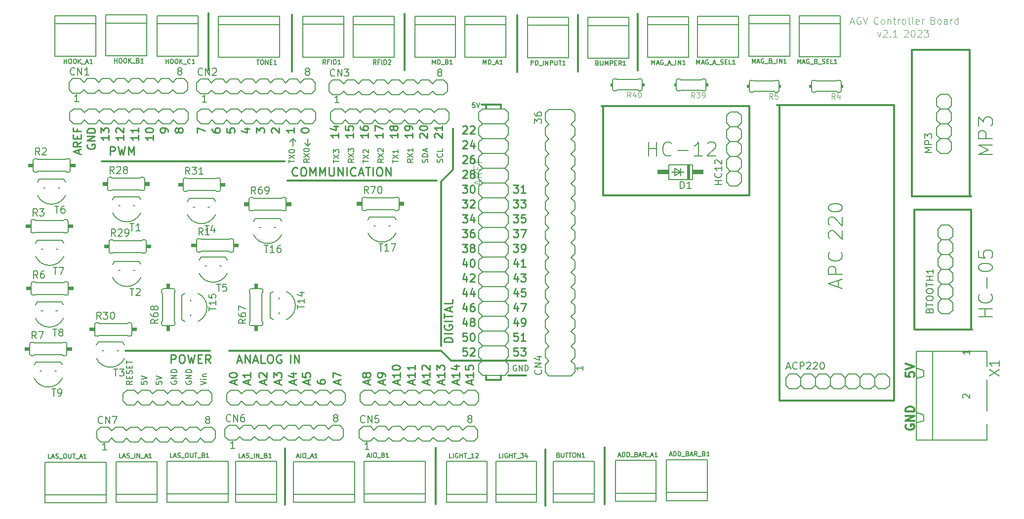
<source format=gbr>
%TF.GenerationSoftware,KiCad,Pcbnew,(7.0.0)*%
%TF.CreationDate,2023-06-30T12:19:52+08:00*%
%TF.ProjectId,SparqControlv3,53706172-7143-46f6-9e74-726f6c76332e,rev?*%
%TF.SameCoordinates,Original*%
%TF.FileFunction,Legend,Top*%
%TF.FilePolarity,Positive*%
%FSLAX46Y46*%
G04 Gerber Fmt 4.6, Leading zero omitted, Abs format (unit mm)*
G04 Created by KiCad (PCBNEW (7.0.0)) date 2023-06-30 12:19:52*
%MOMM*%
%LPD*%
G01*
G04 APERTURE LIST*
%ADD10C,0.300000*%
%ADD11C,0.113792*%
%ADD12C,0.304800*%
%ADD13C,0.203200*%
%ADD14C,0.101600*%
%ADD15C,0.127000*%
%ADD16C,0.099060*%
%ADD17C,0.146304*%
%ADD18C,0.213360*%
%ADD19C,0.228600*%
%ADD20C,0.152400*%
%ADD21C,0.133350*%
%ADD22C,0.177800*%
G04 APERTURE END LIST*
D10*
X217275400Y-133457142D02*
X217203971Y-133600000D01*
X217203971Y-133600000D02*
X217203971Y-133814285D01*
X217203971Y-133814285D02*
X217275400Y-134028571D01*
X217275400Y-134028571D02*
X217418257Y-134171428D01*
X217418257Y-134171428D02*
X217561114Y-134242857D01*
X217561114Y-134242857D02*
X217846828Y-134314285D01*
X217846828Y-134314285D02*
X218061114Y-134314285D01*
X218061114Y-134314285D02*
X218346828Y-134242857D01*
X218346828Y-134242857D02*
X218489685Y-134171428D01*
X218489685Y-134171428D02*
X218632542Y-134028571D01*
X218632542Y-134028571D02*
X218703971Y-133814285D01*
X218703971Y-133814285D02*
X218703971Y-133671428D01*
X218703971Y-133671428D02*
X218632542Y-133457142D01*
X218632542Y-133457142D02*
X218561114Y-133385714D01*
X218561114Y-133385714D02*
X218061114Y-133385714D01*
X218061114Y-133385714D02*
X218061114Y-133671428D01*
X218703971Y-132742857D02*
X217203971Y-132742857D01*
X217203971Y-132742857D02*
X218703971Y-131885714D01*
X218703971Y-131885714D02*
X217203971Y-131885714D01*
X218703971Y-131171428D02*
X217203971Y-131171428D01*
X217203971Y-131171428D02*
X217203971Y-130814285D01*
X217203971Y-130814285D02*
X217275400Y-130599999D01*
X217275400Y-130599999D02*
X217418257Y-130457142D01*
X217418257Y-130457142D02*
X217561114Y-130385713D01*
X217561114Y-130385713D02*
X217846828Y-130314285D01*
X217846828Y-130314285D02*
X218061114Y-130314285D01*
X218061114Y-130314285D02*
X218346828Y-130385713D01*
X218346828Y-130385713D02*
X218489685Y-130457142D01*
X218489685Y-130457142D02*
X218632542Y-130599999D01*
X218632542Y-130599999D02*
X218703971Y-130814285D01*
X218703971Y-130814285D02*
X218703971Y-131171428D01*
X217203971Y-124450371D02*
X217203971Y-125164657D01*
X217203971Y-125164657D02*
X217918257Y-125236085D01*
X217918257Y-125236085D02*
X217846828Y-125164657D01*
X217846828Y-125164657D02*
X217775400Y-125021800D01*
X217775400Y-125021800D02*
X217775400Y-124664657D01*
X217775400Y-124664657D02*
X217846828Y-124521800D01*
X217846828Y-124521800D02*
X217918257Y-124450371D01*
X217918257Y-124450371D02*
X218061114Y-124378942D01*
X218061114Y-124378942D02*
X218418257Y-124378942D01*
X218418257Y-124378942D02*
X218561114Y-124450371D01*
X218561114Y-124450371D02*
X218632542Y-124521800D01*
X218632542Y-124521800D02*
X218703971Y-124664657D01*
X218703971Y-124664657D02*
X218703971Y-125021800D01*
X218703971Y-125021800D02*
X218632542Y-125164657D01*
X218632542Y-125164657D02*
X218561114Y-125236085D01*
X217203971Y-123950371D02*
X218703971Y-123450371D01*
X218703971Y-123450371D02*
X217203971Y-122950371D01*
D11*
X144131456Y-92168213D02*
X144131456Y-91524746D01*
X144517536Y-92296906D02*
X143166256Y-91846480D01*
X143166256Y-91846480D02*
X144517536Y-91396053D01*
X144517536Y-90173466D02*
X143874069Y-90623893D01*
X144517536Y-90945626D02*
X143166256Y-90945626D01*
X143166256Y-90945626D02*
X143166256Y-90430853D01*
X143166256Y-90430853D02*
X143230603Y-90302160D01*
X143230603Y-90302160D02*
X143294949Y-90237813D01*
X143294949Y-90237813D02*
X143423643Y-90173466D01*
X143423643Y-90173466D02*
X143616683Y-90173466D01*
X143616683Y-90173466D02*
X143745376Y-90237813D01*
X143745376Y-90237813D02*
X143809723Y-90302160D01*
X143809723Y-90302160D02*
X143874069Y-90430853D01*
X143874069Y-90430853D02*
X143874069Y-90945626D01*
X143809723Y-89594346D02*
X143809723Y-89143920D01*
X144517536Y-88950880D02*
X144517536Y-89594346D01*
X144517536Y-89594346D02*
X143166256Y-89594346D01*
X143166256Y-89594346D02*
X143166256Y-88950880D01*
X143809723Y-87921333D02*
X143809723Y-88371759D01*
X144517536Y-88371759D02*
X143166256Y-88371759D01*
X143166256Y-88371759D02*
X143166256Y-87728293D01*
D12*
X110826400Y-137485200D02*
X110826400Y-147188000D01*
X136658200Y-137409000D02*
X136632800Y-147111800D01*
X150577400Y-63164800D02*
X150577400Y-72867600D01*
X155403400Y-137637600D02*
X155403400Y-147340400D01*
X165563400Y-137358200D02*
X165563400Y-147061000D01*
X171253000Y-62936200D02*
X171253000Y-72639000D01*
X161042200Y-63114000D02*
X161042200Y-72816800D01*
X97669200Y-72537400D02*
X97669200Y-62834600D01*
X111969400Y-72791400D02*
X111969400Y-63088600D01*
X131273400Y-72588200D02*
X131273400Y-62885400D01*
X165055400Y-78785800D02*
X165360200Y-78785800D01*
X165360200Y-78785800D02*
X190379200Y-78785800D01*
X190379200Y-78785800D02*
X190379200Y-94051200D01*
X190379200Y-94051200D02*
X165360200Y-94051200D01*
X165360200Y-94051200D02*
X165360200Y-78785800D01*
X195154400Y-78582600D02*
X195611600Y-78582600D01*
X195611600Y-78582600D02*
X215220400Y-78582600D01*
X215220400Y-78582600D02*
X215220400Y-129255600D01*
X215220400Y-129255600D02*
X195611600Y-129255600D01*
X195611600Y-129255600D02*
X195611600Y-78582600D01*
X228631600Y-117089000D02*
X228403000Y-117089000D01*
X228403000Y-117089000D02*
X218700200Y-117089000D01*
X218700200Y-117089000D02*
X218700200Y-96515000D01*
X218700200Y-96515000D02*
X228403000Y-96515000D01*
X228403000Y-96515000D02*
X228403000Y-117089000D01*
X228403000Y-94279800D02*
X228174400Y-94279800D01*
X228174400Y-94279800D02*
X218243000Y-94279800D01*
X218243000Y-94279800D02*
X218243000Y-69083000D01*
X218243000Y-69083000D02*
X228174400Y-69083000D01*
X228174400Y-69083000D02*
X228174400Y-94279800D01*
D13*
X173148323Y-87328485D02*
X173148323Y-84915485D01*
X173148323Y-86064532D02*
X174527180Y-86064532D01*
X174527180Y-87328485D02*
X174527180Y-84915485D01*
X177055085Y-87098675D02*
X176940181Y-87213580D01*
X176940181Y-87213580D02*
X176595466Y-87328485D01*
X176595466Y-87328485D02*
X176365657Y-87328485D01*
X176365657Y-87328485D02*
X176020943Y-87213580D01*
X176020943Y-87213580D02*
X175791133Y-86983770D01*
X175791133Y-86983770D02*
X175676228Y-86753961D01*
X175676228Y-86753961D02*
X175561324Y-86294342D01*
X175561324Y-86294342D02*
X175561324Y-85949628D01*
X175561324Y-85949628D02*
X175676228Y-85490009D01*
X175676228Y-85490009D02*
X175791133Y-85260199D01*
X175791133Y-85260199D02*
X176020943Y-85030390D01*
X176020943Y-85030390D02*
X176365657Y-84915485D01*
X176365657Y-84915485D02*
X176595466Y-84915485D01*
X176595466Y-84915485D02*
X176940181Y-85030390D01*
X176940181Y-85030390D02*
X177055085Y-85145294D01*
X178089228Y-86409247D02*
X179927705Y-86409247D01*
X182340705Y-87328485D02*
X180961848Y-87328485D01*
X181651276Y-87328485D02*
X181651276Y-84915485D01*
X181651276Y-84915485D02*
X181421467Y-85260199D01*
X181421467Y-85260199D02*
X181191657Y-85490009D01*
X181191657Y-85490009D02*
X180961848Y-85604913D01*
X183259943Y-85145294D02*
X183374847Y-85030390D01*
X183374847Y-85030390D02*
X183604657Y-84915485D01*
X183604657Y-84915485D02*
X184179181Y-84915485D01*
X184179181Y-84915485D02*
X184408990Y-85030390D01*
X184408990Y-85030390D02*
X184523895Y-85145294D01*
X184523895Y-85145294D02*
X184638800Y-85375104D01*
X184638800Y-85375104D02*
X184638800Y-85604913D01*
X184638800Y-85604913D02*
X184523895Y-85949628D01*
X184523895Y-85949628D02*
X183145038Y-87328485D01*
X183145038Y-87328485D02*
X184638800Y-87328485D01*
X232072695Y-87077085D02*
X229659695Y-87077085D01*
X229659695Y-87077085D02*
X231383266Y-86272751D01*
X231383266Y-86272751D02*
X229659695Y-85468418D01*
X229659695Y-85468418D02*
X232072695Y-85468418D01*
X232072695Y-84319371D02*
X229659695Y-84319371D01*
X229659695Y-84319371D02*
X229659695Y-83400133D01*
X229659695Y-83400133D02*
X229774600Y-83170323D01*
X229774600Y-83170323D02*
X229889504Y-83055418D01*
X229889504Y-83055418D02*
X230119314Y-82940514D01*
X230119314Y-82940514D02*
X230464028Y-82940514D01*
X230464028Y-82940514D02*
X230693838Y-83055418D01*
X230693838Y-83055418D02*
X230808742Y-83170323D01*
X230808742Y-83170323D02*
X230923647Y-83400133D01*
X230923647Y-83400133D02*
X230923647Y-84319371D01*
X229659695Y-82136180D02*
X229659695Y-80642418D01*
X229659695Y-80642418D02*
X230578933Y-81446752D01*
X230578933Y-81446752D02*
X230578933Y-81102037D01*
X230578933Y-81102037D02*
X230693838Y-80872228D01*
X230693838Y-80872228D02*
X230808742Y-80757323D01*
X230808742Y-80757323D02*
X231038552Y-80642418D01*
X231038552Y-80642418D02*
X231613076Y-80642418D01*
X231613076Y-80642418D02*
X231842885Y-80757323D01*
X231842885Y-80757323D02*
X231957790Y-80872228D01*
X231957790Y-80872228D02*
X232072695Y-81102037D01*
X232072695Y-81102037D02*
X232072695Y-81791466D01*
X232072695Y-81791466D02*
X231957790Y-82021275D01*
X231957790Y-82021275D02*
X231842885Y-82136180D01*
X232072695Y-114942095D02*
X229659695Y-114942095D01*
X230808742Y-114942095D02*
X230808742Y-113563238D01*
X232072695Y-113563238D02*
X229659695Y-113563238D01*
X231842885Y-111035333D02*
X231957790Y-111150237D01*
X231957790Y-111150237D02*
X232072695Y-111494952D01*
X232072695Y-111494952D02*
X232072695Y-111724761D01*
X232072695Y-111724761D02*
X231957790Y-112069475D01*
X231957790Y-112069475D02*
X231727980Y-112299285D01*
X231727980Y-112299285D02*
X231498171Y-112414190D01*
X231498171Y-112414190D02*
X231038552Y-112529094D01*
X231038552Y-112529094D02*
X230693838Y-112529094D01*
X230693838Y-112529094D02*
X230234219Y-112414190D01*
X230234219Y-112414190D02*
X230004409Y-112299285D01*
X230004409Y-112299285D02*
X229774600Y-112069475D01*
X229774600Y-112069475D02*
X229659695Y-111724761D01*
X229659695Y-111724761D02*
X229659695Y-111494952D01*
X229659695Y-111494952D02*
X229774600Y-111150237D01*
X229774600Y-111150237D02*
X229889504Y-111035333D01*
X231153457Y-110001190D02*
X231153457Y-108162714D01*
X229659695Y-106554047D02*
X229659695Y-106324237D01*
X229659695Y-106324237D02*
X229774600Y-106094428D01*
X229774600Y-106094428D02*
X229889504Y-105979523D01*
X229889504Y-105979523D02*
X230119314Y-105864618D01*
X230119314Y-105864618D02*
X230578933Y-105749713D01*
X230578933Y-105749713D02*
X231153457Y-105749713D01*
X231153457Y-105749713D02*
X231613076Y-105864618D01*
X231613076Y-105864618D02*
X231842885Y-105979523D01*
X231842885Y-105979523D02*
X231957790Y-106094428D01*
X231957790Y-106094428D02*
X232072695Y-106324237D01*
X232072695Y-106324237D02*
X232072695Y-106554047D01*
X232072695Y-106554047D02*
X231957790Y-106783856D01*
X231957790Y-106783856D02*
X231842885Y-106898761D01*
X231842885Y-106898761D02*
X231613076Y-107013666D01*
X231613076Y-107013666D02*
X231153457Y-107128570D01*
X231153457Y-107128570D02*
X230578933Y-107128570D01*
X230578933Y-107128570D02*
X230119314Y-107013666D01*
X230119314Y-107013666D02*
X229889504Y-106898761D01*
X229889504Y-106898761D02*
X229774600Y-106783856D01*
X229774600Y-106783856D02*
X229659695Y-106554047D01*
X229659695Y-103566523D02*
X229659695Y-104715571D01*
X229659695Y-104715571D02*
X230808742Y-104830475D01*
X230808742Y-104830475D02*
X230693838Y-104715571D01*
X230693838Y-104715571D02*
X230578933Y-104485761D01*
X230578933Y-104485761D02*
X230578933Y-103911237D01*
X230578933Y-103911237D02*
X230693838Y-103681428D01*
X230693838Y-103681428D02*
X230808742Y-103566523D01*
X230808742Y-103566523D02*
X231038552Y-103451618D01*
X231038552Y-103451618D02*
X231613076Y-103451618D01*
X231613076Y-103451618D02*
X231842885Y-103566523D01*
X231842885Y-103566523D02*
X231957790Y-103681428D01*
X231957790Y-103681428D02*
X232072695Y-103911237D01*
X232072695Y-103911237D02*
X232072695Y-104485761D01*
X232072695Y-104485761D02*
X231957790Y-104715571D01*
X231957790Y-104715571D02*
X231842885Y-104830475D01*
X205674656Y-109822180D02*
X205674656Y-108673133D01*
X206364085Y-110051990D02*
X203951085Y-109247657D01*
X203951085Y-109247657D02*
X206364085Y-108443323D01*
X206364085Y-107638990D02*
X203951085Y-107638990D01*
X203951085Y-107638990D02*
X203951085Y-106719752D01*
X203951085Y-106719752D02*
X204065990Y-106489942D01*
X204065990Y-106489942D02*
X204180894Y-106375037D01*
X204180894Y-106375037D02*
X204410704Y-106260133D01*
X204410704Y-106260133D02*
X204755418Y-106260133D01*
X204755418Y-106260133D02*
X204985228Y-106375037D01*
X204985228Y-106375037D02*
X205100132Y-106489942D01*
X205100132Y-106489942D02*
X205215037Y-106719752D01*
X205215037Y-106719752D02*
X205215037Y-107638990D01*
X206134275Y-103847133D02*
X206249180Y-103962037D01*
X206249180Y-103962037D02*
X206364085Y-104306752D01*
X206364085Y-104306752D02*
X206364085Y-104536561D01*
X206364085Y-104536561D02*
X206249180Y-104881275D01*
X206249180Y-104881275D02*
X206019370Y-105111085D01*
X206019370Y-105111085D02*
X205789561Y-105225990D01*
X205789561Y-105225990D02*
X205329942Y-105340894D01*
X205329942Y-105340894D02*
X204985228Y-105340894D01*
X204985228Y-105340894D02*
X204525609Y-105225990D01*
X204525609Y-105225990D02*
X204295799Y-105111085D01*
X204295799Y-105111085D02*
X204065990Y-104881275D01*
X204065990Y-104881275D02*
X203951085Y-104536561D01*
X203951085Y-104536561D02*
X203951085Y-104306752D01*
X203951085Y-104306752D02*
X204065990Y-103962037D01*
X204065990Y-103962037D02*
X204180894Y-103847133D01*
X204180894Y-101480094D02*
X204065990Y-101365190D01*
X204065990Y-101365190D02*
X203951085Y-101135380D01*
X203951085Y-101135380D02*
X203951085Y-100560856D01*
X203951085Y-100560856D02*
X204065990Y-100331047D01*
X204065990Y-100331047D02*
X204180894Y-100216142D01*
X204180894Y-100216142D02*
X204410704Y-100101237D01*
X204410704Y-100101237D02*
X204640513Y-100101237D01*
X204640513Y-100101237D02*
X204985228Y-100216142D01*
X204985228Y-100216142D02*
X206364085Y-101594999D01*
X206364085Y-101594999D02*
X206364085Y-100101237D01*
X204180894Y-99181999D02*
X204065990Y-99067095D01*
X204065990Y-99067095D02*
X203951085Y-98837285D01*
X203951085Y-98837285D02*
X203951085Y-98262761D01*
X203951085Y-98262761D02*
X204065990Y-98032952D01*
X204065990Y-98032952D02*
X204180894Y-97918047D01*
X204180894Y-97918047D02*
X204410704Y-97803142D01*
X204410704Y-97803142D02*
X204640513Y-97803142D01*
X204640513Y-97803142D02*
X204985228Y-97918047D01*
X204985228Y-97918047D02*
X206364085Y-99296904D01*
X206364085Y-99296904D02*
X206364085Y-97803142D01*
X203951085Y-96309381D02*
X203951085Y-96079571D01*
X203951085Y-96079571D02*
X204065990Y-95849762D01*
X204065990Y-95849762D02*
X204180894Y-95734857D01*
X204180894Y-95734857D02*
X204410704Y-95619952D01*
X204410704Y-95619952D02*
X204870323Y-95505047D01*
X204870323Y-95505047D02*
X205444847Y-95505047D01*
X205444847Y-95505047D02*
X205904466Y-95619952D01*
X205904466Y-95619952D02*
X206134275Y-95734857D01*
X206134275Y-95734857D02*
X206249180Y-95849762D01*
X206249180Y-95849762D02*
X206364085Y-96079571D01*
X206364085Y-96079571D02*
X206364085Y-96309381D01*
X206364085Y-96309381D02*
X206249180Y-96539190D01*
X206249180Y-96539190D02*
X206134275Y-96654095D01*
X206134275Y-96654095D02*
X205904466Y-96769000D01*
X205904466Y-96769000D02*
X205444847Y-96883904D01*
X205444847Y-96883904D02*
X204870323Y-96883904D01*
X204870323Y-96883904D02*
X204410704Y-96769000D01*
X204410704Y-96769000D02*
X204180894Y-96654095D01*
X204180894Y-96654095D02*
X204065990Y-96539190D01*
X204065990Y-96539190D02*
X203951085Y-96309381D01*
D14*
X207740809Y-64335528D02*
X208315333Y-64335528D01*
X207625904Y-64680242D02*
X208028071Y-63473742D01*
X208028071Y-63473742D02*
X208430238Y-64680242D01*
X209464381Y-63531195D02*
X209349476Y-63473742D01*
X209349476Y-63473742D02*
X209177119Y-63473742D01*
X209177119Y-63473742D02*
X209004762Y-63531195D01*
X209004762Y-63531195D02*
X208889857Y-63646099D01*
X208889857Y-63646099D02*
X208832404Y-63761004D01*
X208832404Y-63761004D02*
X208774952Y-63990814D01*
X208774952Y-63990814D02*
X208774952Y-64163171D01*
X208774952Y-64163171D02*
X208832404Y-64392980D01*
X208832404Y-64392980D02*
X208889857Y-64507885D01*
X208889857Y-64507885D02*
X209004762Y-64622790D01*
X209004762Y-64622790D02*
X209177119Y-64680242D01*
X209177119Y-64680242D02*
X209292023Y-64680242D01*
X209292023Y-64680242D02*
X209464381Y-64622790D01*
X209464381Y-64622790D02*
X209521833Y-64565337D01*
X209521833Y-64565337D02*
X209521833Y-64163171D01*
X209521833Y-64163171D02*
X209292023Y-64163171D01*
X209866547Y-63473742D02*
X210268714Y-64680242D01*
X210268714Y-64680242D02*
X210670881Y-63473742D01*
X212486376Y-64565337D02*
X212428924Y-64622790D01*
X212428924Y-64622790D02*
X212256566Y-64680242D01*
X212256566Y-64680242D02*
X212141662Y-64680242D01*
X212141662Y-64680242D02*
X211969305Y-64622790D01*
X211969305Y-64622790D02*
X211854400Y-64507885D01*
X211854400Y-64507885D02*
X211796947Y-64392980D01*
X211796947Y-64392980D02*
X211739495Y-64163171D01*
X211739495Y-64163171D02*
X211739495Y-63990814D01*
X211739495Y-63990814D02*
X211796947Y-63761004D01*
X211796947Y-63761004D02*
X211854400Y-63646099D01*
X211854400Y-63646099D02*
X211969305Y-63531195D01*
X211969305Y-63531195D02*
X212141662Y-63473742D01*
X212141662Y-63473742D02*
X212256566Y-63473742D01*
X212256566Y-63473742D02*
X212428924Y-63531195D01*
X212428924Y-63531195D02*
X212486376Y-63588647D01*
X213175805Y-64680242D02*
X213060900Y-64622790D01*
X213060900Y-64622790D02*
X213003447Y-64565337D01*
X213003447Y-64565337D02*
X212945995Y-64450433D01*
X212945995Y-64450433D02*
X212945995Y-64105718D01*
X212945995Y-64105718D02*
X213003447Y-63990814D01*
X213003447Y-63990814D02*
X213060900Y-63933361D01*
X213060900Y-63933361D02*
X213175805Y-63875909D01*
X213175805Y-63875909D02*
X213348162Y-63875909D01*
X213348162Y-63875909D02*
X213463066Y-63933361D01*
X213463066Y-63933361D02*
X213520519Y-63990814D01*
X213520519Y-63990814D02*
X213577971Y-64105718D01*
X213577971Y-64105718D02*
X213577971Y-64450433D01*
X213577971Y-64450433D02*
X213520519Y-64565337D01*
X213520519Y-64565337D02*
X213463066Y-64622790D01*
X213463066Y-64622790D02*
X213348162Y-64680242D01*
X213348162Y-64680242D02*
X213175805Y-64680242D01*
X214095042Y-63875909D02*
X214095042Y-64680242D01*
X214095042Y-63990814D02*
X214152495Y-63933361D01*
X214152495Y-63933361D02*
X214267400Y-63875909D01*
X214267400Y-63875909D02*
X214439757Y-63875909D01*
X214439757Y-63875909D02*
X214554661Y-63933361D01*
X214554661Y-63933361D02*
X214612114Y-64048266D01*
X214612114Y-64048266D02*
X214612114Y-64680242D01*
X215014280Y-63875909D02*
X215473899Y-63875909D01*
X215186637Y-63473742D02*
X215186637Y-64507885D01*
X215186637Y-64507885D02*
X215244090Y-64622790D01*
X215244090Y-64622790D02*
X215358995Y-64680242D01*
X215358995Y-64680242D02*
X215473899Y-64680242D01*
X215876066Y-64680242D02*
X215876066Y-63875909D01*
X215876066Y-64105718D02*
X215933519Y-63990814D01*
X215933519Y-63990814D02*
X215990971Y-63933361D01*
X215990971Y-63933361D02*
X216105876Y-63875909D01*
X216105876Y-63875909D02*
X216220781Y-63875909D01*
X216795305Y-64680242D02*
X216680400Y-64622790D01*
X216680400Y-64622790D02*
X216622947Y-64565337D01*
X216622947Y-64565337D02*
X216565495Y-64450433D01*
X216565495Y-64450433D02*
X216565495Y-64105718D01*
X216565495Y-64105718D02*
X216622947Y-63990814D01*
X216622947Y-63990814D02*
X216680400Y-63933361D01*
X216680400Y-63933361D02*
X216795305Y-63875909D01*
X216795305Y-63875909D02*
X216967662Y-63875909D01*
X216967662Y-63875909D02*
X217082566Y-63933361D01*
X217082566Y-63933361D02*
X217140019Y-63990814D01*
X217140019Y-63990814D02*
X217197471Y-64105718D01*
X217197471Y-64105718D02*
X217197471Y-64450433D01*
X217197471Y-64450433D02*
X217140019Y-64565337D01*
X217140019Y-64565337D02*
X217082566Y-64622790D01*
X217082566Y-64622790D02*
X216967662Y-64680242D01*
X216967662Y-64680242D02*
X216795305Y-64680242D01*
X217886900Y-64680242D02*
X217771995Y-64622790D01*
X217771995Y-64622790D02*
X217714542Y-64507885D01*
X217714542Y-64507885D02*
X217714542Y-63473742D01*
X218518876Y-64680242D02*
X218403971Y-64622790D01*
X218403971Y-64622790D02*
X218346518Y-64507885D01*
X218346518Y-64507885D02*
X218346518Y-63473742D01*
X219438113Y-64622790D02*
X219323209Y-64680242D01*
X219323209Y-64680242D02*
X219093399Y-64680242D01*
X219093399Y-64680242D02*
X218978494Y-64622790D01*
X218978494Y-64622790D02*
X218921042Y-64507885D01*
X218921042Y-64507885D02*
X218921042Y-64048266D01*
X218921042Y-64048266D02*
X218978494Y-63933361D01*
X218978494Y-63933361D02*
X219093399Y-63875909D01*
X219093399Y-63875909D02*
X219323209Y-63875909D01*
X219323209Y-63875909D02*
X219438113Y-63933361D01*
X219438113Y-63933361D02*
X219495566Y-64048266D01*
X219495566Y-64048266D02*
X219495566Y-64163171D01*
X219495566Y-64163171D02*
X218921042Y-64278075D01*
X220012637Y-64680242D02*
X220012637Y-63875909D01*
X220012637Y-64105718D02*
X220070090Y-63990814D01*
X220070090Y-63990814D02*
X220127542Y-63933361D01*
X220127542Y-63933361D02*
X220242447Y-63875909D01*
X220242447Y-63875909D02*
X220357352Y-63875909D01*
X221885585Y-64048266D02*
X222057942Y-64105718D01*
X222057942Y-64105718D02*
X222115395Y-64163171D01*
X222115395Y-64163171D02*
X222172847Y-64278075D01*
X222172847Y-64278075D02*
X222172847Y-64450433D01*
X222172847Y-64450433D02*
X222115395Y-64565337D01*
X222115395Y-64565337D02*
X222057942Y-64622790D01*
X222057942Y-64622790D02*
X221943037Y-64680242D01*
X221943037Y-64680242D02*
X221483418Y-64680242D01*
X221483418Y-64680242D02*
X221483418Y-63473742D01*
X221483418Y-63473742D02*
X221885585Y-63473742D01*
X221885585Y-63473742D02*
X222000490Y-63531195D01*
X222000490Y-63531195D02*
X222057942Y-63588647D01*
X222057942Y-63588647D02*
X222115395Y-63703552D01*
X222115395Y-63703552D02*
X222115395Y-63818456D01*
X222115395Y-63818456D02*
X222057942Y-63933361D01*
X222057942Y-63933361D02*
X222000490Y-63990814D01*
X222000490Y-63990814D02*
X221885585Y-64048266D01*
X221885585Y-64048266D02*
X221483418Y-64048266D01*
X222862276Y-64680242D02*
X222747371Y-64622790D01*
X222747371Y-64622790D02*
X222689918Y-64565337D01*
X222689918Y-64565337D02*
X222632466Y-64450433D01*
X222632466Y-64450433D02*
X222632466Y-64105718D01*
X222632466Y-64105718D02*
X222689918Y-63990814D01*
X222689918Y-63990814D02*
X222747371Y-63933361D01*
X222747371Y-63933361D02*
X222862276Y-63875909D01*
X222862276Y-63875909D02*
X223034633Y-63875909D01*
X223034633Y-63875909D02*
X223149537Y-63933361D01*
X223149537Y-63933361D02*
X223206990Y-63990814D01*
X223206990Y-63990814D02*
X223264442Y-64105718D01*
X223264442Y-64105718D02*
X223264442Y-64450433D01*
X223264442Y-64450433D02*
X223206990Y-64565337D01*
X223206990Y-64565337D02*
X223149537Y-64622790D01*
X223149537Y-64622790D02*
X223034633Y-64680242D01*
X223034633Y-64680242D02*
X222862276Y-64680242D01*
X224298585Y-64680242D02*
X224298585Y-64048266D01*
X224298585Y-64048266D02*
X224241132Y-63933361D01*
X224241132Y-63933361D02*
X224126228Y-63875909D01*
X224126228Y-63875909D02*
X223896418Y-63875909D01*
X223896418Y-63875909D02*
X223781513Y-63933361D01*
X224298585Y-64622790D02*
X224183680Y-64680242D01*
X224183680Y-64680242D02*
X223896418Y-64680242D01*
X223896418Y-64680242D02*
X223781513Y-64622790D01*
X223781513Y-64622790D02*
X223724061Y-64507885D01*
X223724061Y-64507885D02*
X223724061Y-64392980D01*
X223724061Y-64392980D02*
X223781513Y-64278075D01*
X223781513Y-64278075D02*
X223896418Y-64220623D01*
X223896418Y-64220623D02*
X224183680Y-64220623D01*
X224183680Y-64220623D02*
X224298585Y-64163171D01*
X224873108Y-64680242D02*
X224873108Y-63875909D01*
X224873108Y-64105718D02*
X224930561Y-63990814D01*
X224930561Y-63990814D02*
X224988013Y-63933361D01*
X224988013Y-63933361D02*
X225102918Y-63875909D01*
X225102918Y-63875909D02*
X225217823Y-63875909D01*
X226137061Y-64680242D02*
X226137061Y-63473742D01*
X226137061Y-64622790D02*
X226022156Y-64680242D01*
X226022156Y-64680242D02*
X225792347Y-64680242D01*
X225792347Y-64680242D02*
X225677442Y-64622790D01*
X225677442Y-64622790D02*
X225619989Y-64565337D01*
X225619989Y-64565337D02*
X225562537Y-64450433D01*
X225562537Y-64450433D02*
X225562537Y-64105718D01*
X225562537Y-64105718D02*
X225619989Y-63990814D01*
X225619989Y-63990814D02*
X225677442Y-63933361D01*
X225677442Y-63933361D02*
X225792347Y-63875909D01*
X225792347Y-63875909D02*
X226022156Y-63875909D01*
X226022156Y-63875909D02*
X226137061Y-63933361D01*
X212369557Y-66085709D02*
X212656819Y-66890042D01*
X212656819Y-66890042D02*
X212944080Y-66085709D01*
X213346247Y-65798447D02*
X213403699Y-65740995D01*
X213403699Y-65740995D02*
X213518604Y-65683542D01*
X213518604Y-65683542D02*
X213805866Y-65683542D01*
X213805866Y-65683542D02*
X213920771Y-65740995D01*
X213920771Y-65740995D02*
X213978223Y-65798447D01*
X213978223Y-65798447D02*
X214035676Y-65913352D01*
X214035676Y-65913352D02*
X214035676Y-66028256D01*
X214035676Y-66028256D02*
X213978223Y-66200614D01*
X213978223Y-66200614D02*
X213288795Y-66890042D01*
X213288795Y-66890042D02*
X214035676Y-66890042D01*
X214552747Y-66775137D02*
X214610200Y-66832590D01*
X214610200Y-66832590D02*
X214552747Y-66890042D01*
X214552747Y-66890042D02*
X214495295Y-66832590D01*
X214495295Y-66832590D02*
X214552747Y-66775137D01*
X214552747Y-66775137D02*
X214552747Y-66890042D01*
X215759248Y-66890042D02*
X215069819Y-66890042D01*
X215414533Y-66890042D02*
X215414533Y-65683542D01*
X215414533Y-65683542D02*
X215299629Y-65855899D01*
X215299629Y-65855899D02*
X215184724Y-65970804D01*
X215184724Y-65970804D02*
X215069819Y-66028256D01*
X216942767Y-65798447D02*
X217000219Y-65740995D01*
X217000219Y-65740995D02*
X217115124Y-65683542D01*
X217115124Y-65683542D02*
X217402386Y-65683542D01*
X217402386Y-65683542D02*
X217517291Y-65740995D01*
X217517291Y-65740995D02*
X217574743Y-65798447D01*
X217574743Y-65798447D02*
X217632196Y-65913352D01*
X217632196Y-65913352D02*
X217632196Y-66028256D01*
X217632196Y-66028256D02*
X217574743Y-66200614D01*
X217574743Y-66200614D02*
X216885315Y-66890042D01*
X216885315Y-66890042D02*
X217632196Y-66890042D01*
X218379077Y-65683542D02*
X218493982Y-65683542D01*
X218493982Y-65683542D02*
X218608886Y-65740995D01*
X218608886Y-65740995D02*
X218666339Y-65798447D01*
X218666339Y-65798447D02*
X218723791Y-65913352D01*
X218723791Y-65913352D02*
X218781244Y-66143161D01*
X218781244Y-66143161D02*
X218781244Y-66430423D01*
X218781244Y-66430423D02*
X218723791Y-66660233D01*
X218723791Y-66660233D02*
X218666339Y-66775137D01*
X218666339Y-66775137D02*
X218608886Y-66832590D01*
X218608886Y-66832590D02*
X218493982Y-66890042D01*
X218493982Y-66890042D02*
X218379077Y-66890042D01*
X218379077Y-66890042D02*
X218264172Y-66832590D01*
X218264172Y-66832590D02*
X218206720Y-66775137D01*
X218206720Y-66775137D02*
X218149267Y-66660233D01*
X218149267Y-66660233D02*
X218091815Y-66430423D01*
X218091815Y-66430423D02*
X218091815Y-66143161D01*
X218091815Y-66143161D02*
X218149267Y-65913352D01*
X218149267Y-65913352D02*
X218206720Y-65798447D01*
X218206720Y-65798447D02*
X218264172Y-65740995D01*
X218264172Y-65740995D02*
X218379077Y-65683542D01*
X219240863Y-65798447D02*
X219298315Y-65740995D01*
X219298315Y-65740995D02*
X219413220Y-65683542D01*
X219413220Y-65683542D02*
X219700482Y-65683542D01*
X219700482Y-65683542D02*
X219815387Y-65740995D01*
X219815387Y-65740995D02*
X219872839Y-65798447D01*
X219872839Y-65798447D02*
X219930292Y-65913352D01*
X219930292Y-65913352D02*
X219930292Y-66028256D01*
X219930292Y-66028256D02*
X219872839Y-66200614D01*
X219872839Y-66200614D02*
X219183411Y-66890042D01*
X219183411Y-66890042D02*
X219930292Y-66890042D01*
X220332459Y-65683542D02*
X221079340Y-65683542D01*
X221079340Y-65683542D02*
X220677173Y-66143161D01*
X220677173Y-66143161D02*
X220849530Y-66143161D01*
X220849530Y-66143161D02*
X220964435Y-66200614D01*
X220964435Y-66200614D02*
X221021887Y-66258066D01*
X221021887Y-66258066D02*
X221079340Y-66372971D01*
X221079340Y-66372971D02*
X221079340Y-66660233D01*
X221079340Y-66660233D02*
X221021887Y-66775137D01*
X221021887Y-66775137D02*
X220964435Y-66832590D01*
X220964435Y-66832590D02*
X220849530Y-66890042D01*
X220849530Y-66890042D02*
X220504816Y-66890042D01*
X220504816Y-66890042D02*
X220389911Y-66832590D01*
X220389911Y-66832590D02*
X220332459Y-66775137D01*
D15*
%TO.C,CN4*%
X154670337Y-124062509D02*
X154727790Y-124119961D01*
X154727790Y-124119961D02*
X154785242Y-124292319D01*
X154785242Y-124292319D02*
X154785242Y-124407223D01*
X154785242Y-124407223D02*
X154727790Y-124579580D01*
X154727790Y-124579580D02*
X154612885Y-124694485D01*
X154612885Y-124694485D02*
X154497980Y-124751938D01*
X154497980Y-124751938D02*
X154268171Y-124809390D01*
X154268171Y-124809390D02*
X154095814Y-124809390D01*
X154095814Y-124809390D02*
X153866004Y-124751938D01*
X153866004Y-124751938D02*
X153751099Y-124694485D01*
X153751099Y-124694485D02*
X153636195Y-124579580D01*
X153636195Y-124579580D02*
X153578742Y-124407223D01*
X153578742Y-124407223D02*
X153578742Y-124292319D01*
X153578742Y-124292319D02*
X153636195Y-124119961D01*
X153636195Y-124119961D02*
X153693647Y-124062509D01*
X154785242Y-123545438D02*
X153578742Y-123545438D01*
X153578742Y-123545438D02*
X154785242Y-122856009D01*
X154785242Y-122856009D02*
X153578742Y-122856009D01*
X153980909Y-121764414D02*
X154785242Y-121764414D01*
X153521290Y-122051676D02*
X154383075Y-122338938D01*
X154383075Y-122338938D02*
X154383075Y-121592057D01*
X153578742Y-81686842D02*
X153578742Y-80939961D01*
X153578742Y-80939961D02*
X154038361Y-81342128D01*
X154038361Y-81342128D02*
X154038361Y-81169771D01*
X154038361Y-81169771D02*
X154095814Y-81054866D01*
X154095814Y-81054866D02*
X154153266Y-80997414D01*
X154153266Y-80997414D02*
X154268171Y-80939961D01*
X154268171Y-80939961D02*
X154555433Y-80939961D01*
X154555433Y-80939961D02*
X154670337Y-80997414D01*
X154670337Y-80997414D02*
X154727790Y-81054866D01*
X154727790Y-81054866D02*
X154785242Y-81169771D01*
X154785242Y-81169771D02*
X154785242Y-81514485D01*
X154785242Y-81514485D02*
X154727790Y-81629390D01*
X154727790Y-81629390D02*
X154670337Y-81686842D01*
X153578742Y-79905818D02*
X153578742Y-80135628D01*
X153578742Y-80135628D02*
X153636195Y-80250532D01*
X153636195Y-80250532D02*
X153693647Y-80307985D01*
X153693647Y-80307985D02*
X153866004Y-80422890D01*
X153866004Y-80422890D02*
X154095814Y-80480342D01*
X154095814Y-80480342D02*
X154555433Y-80480342D01*
X154555433Y-80480342D02*
X154670337Y-80422890D01*
X154670337Y-80422890D02*
X154727790Y-80365437D01*
X154727790Y-80365437D02*
X154785242Y-80250532D01*
X154785242Y-80250532D02*
X154785242Y-80020723D01*
X154785242Y-80020723D02*
X154727790Y-79905818D01*
X154727790Y-79905818D02*
X154670337Y-79848366D01*
X154670337Y-79848366D02*
X154555433Y-79790913D01*
X154555433Y-79790913D02*
X154268171Y-79790913D01*
X154268171Y-79790913D02*
X154153266Y-79848366D01*
X154153266Y-79848366D02*
X154095814Y-79905818D01*
X154095814Y-79905818D02*
X154038361Y-80020723D01*
X154038361Y-80020723D02*
X154038361Y-80250532D01*
X154038361Y-80250532D02*
X154095814Y-80365437D01*
X154095814Y-80365437D02*
X154153266Y-80422890D01*
X154153266Y-80422890D02*
X154268171Y-80480342D01*
X161897242Y-123357961D02*
X161897242Y-124047390D01*
X161897242Y-123702676D02*
X160690742Y-123702676D01*
X160690742Y-123702676D02*
X160863099Y-123817580D01*
X160863099Y-123817580D02*
X160978004Y-123932485D01*
X160978004Y-123932485D02*
X161035456Y-124047390D01*
%TO.C,CN7*%
X79545090Y-133094537D02*
X79487638Y-133151990D01*
X79487638Y-133151990D02*
X79315280Y-133209442D01*
X79315280Y-133209442D02*
X79200376Y-133209442D01*
X79200376Y-133209442D02*
X79028019Y-133151990D01*
X79028019Y-133151990D02*
X78913114Y-133037085D01*
X78913114Y-133037085D02*
X78855661Y-132922180D01*
X78855661Y-132922180D02*
X78798209Y-132692371D01*
X78798209Y-132692371D02*
X78798209Y-132520014D01*
X78798209Y-132520014D02*
X78855661Y-132290204D01*
X78855661Y-132290204D02*
X78913114Y-132175299D01*
X78913114Y-132175299D02*
X79028019Y-132060395D01*
X79028019Y-132060395D02*
X79200376Y-132002942D01*
X79200376Y-132002942D02*
X79315280Y-132002942D01*
X79315280Y-132002942D02*
X79487638Y-132060395D01*
X79487638Y-132060395D02*
X79545090Y-132117847D01*
X80062161Y-133209442D02*
X80062161Y-132002942D01*
X80062161Y-132002942D02*
X80751590Y-133209442D01*
X80751590Y-133209442D02*
X80751590Y-132002942D01*
X81211209Y-132002942D02*
X82015542Y-132002942D01*
X82015542Y-132002942D02*
X81498471Y-133209442D01*
X97443019Y-132520014D02*
X97328114Y-132462561D01*
X97328114Y-132462561D02*
X97270661Y-132405109D01*
X97270661Y-132405109D02*
X97213209Y-132290204D01*
X97213209Y-132290204D02*
X97213209Y-132232752D01*
X97213209Y-132232752D02*
X97270661Y-132117847D01*
X97270661Y-132117847D02*
X97328114Y-132060395D01*
X97328114Y-132060395D02*
X97443019Y-132002942D01*
X97443019Y-132002942D02*
X97672828Y-132002942D01*
X97672828Y-132002942D02*
X97787733Y-132060395D01*
X97787733Y-132060395D02*
X97845185Y-132117847D01*
X97845185Y-132117847D02*
X97902638Y-132232752D01*
X97902638Y-132232752D02*
X97902638Y-132290204D01*
X97902638Y-132290204D02*
X97845185Y-132405109D01*
X97845185Y-132405109D02*
X97787733Y-132462561D01*
X97787733Y-132462561D02*
X97672828Y-132520014D01*
X97672828Y-132520014D02*
X97443019Y-132520014D01*
X97443019Y-132520014D02*
X97328114Y-132577466D01*
X97328114Y-132577466D02*
X97270661Y-132634918D01*
X97270661Y-132634918D02*
X97213209Y-132749823D01*
X97213209Y-132749823D02*
X97213209Y-132979633D01*
X97213209Y-132979633D02*
X97270661Y-133094537D01*
X97270661Y-133094537D02*
X97328114Y-133151990D01*
X97328114Y-133151990D02*
X97443019Y-133209442D01*
X97443019Y-133209442D02*
X97672828Y-133209442D01*
X97672828Y-133209442D02*
X97787733Y-133151990D01*
X97787733Y-133151990D02*
X97845185Y-133094537D01*
X97845185Y-133094537D02*
X97902638Y-132979633D01*
X97902638Y-132979633D02*
X97902638Y-132749823D01*
X97902638Y-132749823D02*
X97845185Y-132634918D01*
X97845185Y-132634918D02*
X97787733Y-132577466D01*
X97787733Y-132577466D02*
X97672828Y-132520014D01*
X80249638Y-137781442D02*
X79560209Y-137781442D01*
X79904923Y-137781442D02*
X79904923Y-136574942D01*
X79904923Y-136574942D02*
X79790019Y-136747299D01*
X79790019Y-136747299D02*
X79675114Y-136862204D01*
X79675114Y-136862204D02*
X79560209Y-136919656D01*
D16*
%TO.C,R4*%
X205077091Y-77523057D02*
X204763401Y-77074928D01*
X204539337Y-77523057D02*
X204539337Y-76581987D01*
X204539337Y-76581987D02*
X204897840Y-76581987D01*
X204897840Y-76581987D02*
X204987465Y-76626800D01*
X204987465Y-76626800D02*
X205032278Y-76671612D01*
X205032278Y-76671612D02*
X205077091Y-76761238D01*
X205077091Y-76761238D02*
X205077091Y-76895677D01*
X205077091Y-76895677D02*
X205032278Y-76985302D01*
X205032278Y-76985302D02*
X204987465Y-77030115D01*
X204987465Y-77030115D02*
X204897840Y-77074928D01*
X204897840Y-77074928D02*
X204539337Y-77074928D01*
X205883723Y-76895677D02*
X205883723Y-77523057D01*
X205659658Y-76537174D02*
X205435594Y-77209367D01*
X205435594Y-77209367D02*
X206018161Y-77209367D01*
%TO.C,R5*%
X194409091Y-77523057D02*
X194095401Y-77074928D01*
X193871337Y-77523057D02*
X193871337Y-76581987D01*
X193871337Y-76581987D02*
X194229840Y-76581987D01*
X194229840Y-76581987D02*
X194319465Y-76626800D01*
X194319465Y-76626800D02*
X194364278Y-76671612D01*
X194364278Y-76671612D02*
X194409091Y-76761238D01*
X194409091Y-76761238D02*
X194409091Y-76895677D01*
X194409091Y-76895677D02*
X194364278Y-76985302D01*
X194364278Y-76985302D02*
X194319465Y-77030115D01*
X194319465Y-77030115D02*
X194229840Y-77074928D01*
X194229840Y-77074928D02*
X193871337Y-77074928D01*
X195260535Y-76581987D02*
X194812407Y-76581987D01*
X194812407Y-76581987D02*
X194767594Y-77030115D01*
X194767594Y-77030115D02*
X194812407Y-76985302D01*
X194812407Y-76985302D02*
X194902033Y-76940490D01*
X194902033Y-76940490D02*
X195126097Y-76940490D01*
X195126097Y-76940490D02*
X195215723Y-76985302D01*
X195215723Y-76985302D02*
X195260535Y-77030115D01*
X195260535Y-77030115D02*
X195305348Y-77119741D01*
X195305348Y-77119741D02*
X195305348Y-77343805D01*
X195305348Y-77343805D02*
X195260535Y-77433431D01*
X195260535Y-77433431D02*
X195215723Y-77478244D01*
X195215723Y-77478244D02*
X195126097Y-77523057D01*
X195126097Y-77523057D02*
X194902033Y-77523057D01*
X194902033Y-77523057D02*
X194812407Y-77478244D01*
X194812407Y-77478244D02*
X194767594Y-77433431D01*
D15*
%TO.C,R6*%
X68445290Y-108266642D02*
X68043123Y-107692118D01*
X67755861Y-108266642D02*
X67755861Y-107060142D01*
X67755861Y-107060142D02*
X68215480Y-107060142D01*
X68215480Y-107060142D02*
X68330385Y-107117595D01*
X68330385Y-107117595D02*
X68387838Y-107175047D01*
X68387838Y-107175047D02*
X68445290Y-107289952D01*
X68445290Y-107289952D02*
X68445290Y-107462309D01*
X68445290Y-107462309D02*
X68387838Y-107577214D01*
X68387838Y-107577214D02*
X68330385Y-107634666D01*
X68330385Y-107634666D02*
X68215480Y-107692118D01*
X68215480Y-107692118D02*
X67755861Y-107692118D01*
X69479433Y-107060142D02*
X69249623Y-107060142D01*
X69249623Y-107060142D02*
X69134719Y-107117595D01*
X69134719Y-107117595D02*
X69077266Y-107175047D01*
X69077266Y-107175047D02*
X68962361Y-107347404D01*
X68962361Y-107347404D02*
X68904909Y-107577214D01*
X68904909Y-107577214D02*
X68904909Y-108036833D01*
X68904909Y-108036833D02*
X68962361Y-108151737D01*
X68962361Y-108151737D02*
X69019814Y-108209190D01*
X69019814Y-108209190D02*
X69134719Y-108266642D01*
X69134719Y-108266642D02*
X69364528Y-108266642D01*
X69364528Y-108266642D02*
X69479433Y-108209190D01*
X69479433Y-108209190D02*
X69536885Y-108151737D01*
X69536885Y-108151737D02*
X69594338Y-108036833D01*
X69594338Y-108036833D02*
X69594338Y-107749571D01*
X69594338Y-107749571D02*
X69536885Y-107634666D01*
X69536885Y-107634666D02*
X69479433Y-107577214D01*
X69479433Y-107577214D02*
X69364528Y-107519761D01*
X69364528Y-107519761D02*
X69134719Y-107519761D01*
X69134719Y-107519761D02*
X69019814Y-107577214D01*
X69019814Y-107577214D02*
X68962361Y-107634666D01*
X68962361Y-107634666D02*
X68904909Y-107749571D01*
%TO.C,T14*%
X112924347Y-113547629D02*
X112924347Y-112858200D01*
X114130847Y-113202914D02*
X112924347Y-113202914D01*
X114130847Y-111824057D02*
X114130847Y-112513486D01*
X114130847Y-112168772D02*
X112924347Y-112168772D01*
X112924347Y-112168772D02*
X113096704Y-112283676D01*
X113096704Y-112283676D02*
X113211609Y-112398581D01*
X113211609Y-112398581D02*
X113269061Y-112513486D01*
X113326514Y-110789914D02*
X114130847Y-110789914D01*
X112866895Y-111077176D02*
X113728680Y-111364438D01*
X113728680Y-111364438D02*
X113728680Y-110617557D01*
%TO.C,T15*%
X97767347Y-113867229D02*
X97767347Y-113177800D01*
X98973847Y-113522514D02*
X97767347Y-113522514D01*
X98973847Y-112143657D02*
X98973847Y-112833086D01*
X98973847Y-112488372D02*
X97767347Y-112488372D01*
X97767347Y-112488372D02*
X97939704Y-112603276D01*
X97939704Y-112603276D02*
X98054609Y-112718181D01*
X98054609Y-112718181D02*
X98112061Y-112833086D01*
X97767347Y-111052062D02*
X97767347Y-111626586D01*
X97767347Y-111626586D02*
X98341871Y-111684038D01*
X98341871Y-111684038D02*
X98284419Y-111626586D01*
X98284419Y-111626586D02*
X98226966Y-111511681D01*
X98226966Y-111511681D02*
X98226966Y-111224419D01*
X98226966Y-111224419D02*
X98284419Y-111109514D01*
X98284419Y-111109514D02*
X98341871Y-111052062D01*
X98341871Y-111052062D02*
X98456776Y-110994609D01*
X98456776Y-110994609D02*
X98744038Y-110994609D01*
X98744038Y-110994609D02*
X98858942Y-111052062D01*
X98858942Y-111052062D02*
X98916395Y-111109514D01*
X98916395Y-111109514D02*
X98973847Y-111224419D01*
X98973847Y-111224419D02*
X98973847Y-111511681D01*
X98973847Y-111511681D02*
X98916395Y-111626586D01*
X98916395Y-111626586D02*
X98858942Y-111684038D01*
%TO.C,T16*%
X107276970Y-102655747D02*
X107966399Y-102655747D01*
X107621685Y-103862247D02*
X107621685Y-102655747D01*
X109000542Y-103862247D02*
X108311113Y-103862247D01*
X108655827Y-103862247D02*
X108655827Y-102655747D01*
X108655827Y-102655747D02*
X108540923Y-102828104D01*
X108540923Y-102828104D02*
X108426018Y-102943009D01*
X108426018Y-102943009D02*
X108311113Y-103000461D01*
X110034685Y-102655747D02*
X109804875Y-102655747D01*
X109804875Y-102655747D02*
X109689971Y-102713200D01*
X109689971Y-102713200D02*
X109632518Y-102770652D01*
X109632518Y-102770652D02*
X109517613Y-102943009D01*
X109517613Y-102943009D02*
X109460161Y-103172819D01*
X109460161Y-103172819D02*
X109460161Y-103632438D01*
X109460161Y-103632438D02*
X109517613Y-103747342D01*
X109517613Y-103747342D02*
X109575066Y-103804795D01*
X109575066Y-103804795D02*
X109689971Y-103862247D01*
X109689971Y-103862247D02*
X109919780Y-103862247D01*
X109919780Y-103862247D02*
X110034685Y-103804795D01*
X110034685Y-103804795D02*
X110092137Y-103747342D01*
X110092137Y-103747342D02*
X110149590Y-103632438D01*
X110149590Y-103632438D02*
X110149590Y-103345176D01*
X110149590Y-103345176D02*
X110092137Y-103230271D01*
X110092137Y-103230271D02*
X110034685Y-103172819D01*
X110034685Y-103172819D02*
X109919780Y-103115366D01*
X109919780Y-103115366D02*
X109689971Y-103115366D01*
X109689971Y-103115366D02*
X109575066Y-103172819D01*
X109575066Y-103172819D02*
X109517613Y-103230271D01*
X109517613Y-103230271D02*
X109460161Y-103345176D01*
%TO.C,T17*%
X126868370Y-102401747D02*
X127557799Y-102401747D01*
X127213085Y-103608247D02*
X127213085Y-102401747D01*
X128591942Y-103608247D02*
X127902513Y-103608247D01*
X128247227Y-103608247D02*
X128247227Y-102401747D01*
X128247227Y-102401747D02*
X128132323Y-102574104D01*
X128132323Y-102574104D02*
X128017418Y-102689009D01*
X128017418Y-102689009D02*
X127902513Y-102746461D01*
X128994109Y-102401747D02*
X129798442Y-102401747D01*
X129798442Y-102401747D02*
X129281371Y-103608247D01*
%TO.C,R67*%
X104074242Y-115353109D02*
X103499718Y-115755276D01*
X104074242Y-116042538D02*
X102867742Y-116042538D01*
X102867742Y-116042538D02*
X102867742Y-115582919D01*
X102867742Y-115582919D02*
X102925195Y-115468014D01*
X102925195Y-115468014D02*
X102982647Y-115410561D01*
X102982647Y-115410561D02*
X103097552Y-115353109D01*
X103097552Y-115353109D02*
X103269909Y-115353109D01*
X103269909Y-115353109D02*
X103384814Y-115410561D01*
X103384814Y-115410561D02*
X103442266Y-115468014D01*
X103442266Y-115468014D02*
X103499718Y-115582919D01*
X103499718Y-115582919D02*
X103499718Y-116042538D01*
X102867742Y-114318966D02*
X102867742Y-114548776D01*
X102867742Y-114548776D02*
X102925195Y-114663680D01*
X102925195Y-114663680D02*
X102982647Y-114721133D01*
X102982647Y-114721133D02*
X103155004Y-114836038D01*
X103155004Y-114836038D02*
X103384814Y-114893490D01*
X103384814Y-114893490D02*
X103844433Y-114893490D01*
X103844433Y-114893490D02*
X103959337Y-114836038D01*
X103959337Y-114836038D02*
X104016790Y-114778585D01*
X104016790Y-114778585D02*
X104074242Y-114663680D01*
X104074242Y-114663680D02*
X104074242Y-114433871D01*
X104074242Y-114433871D02*
X104016790Y-114318966D01*
X104016790Y-114318966D02*
X103959337Y-114261514D01*
X103959337Y-114261514D02*
X103844433Y-114204061D01*
X103844433Y-114204061D02*
X103557171Y-114204061D01*
X103557171Y-114204061D02*
X103442266Y-114261514D01*
X103442266Y-114261514D02*
X103384814Y-114318966D01*
X103384814Y-114318966D02*
X103327361Y-114433871D01*
X103327361Y-114433871D02*
X103327361Y-114663680D01*
X103327361Y-114663680D02*
X103384814Y-114778585D01*
X103384814Y-114778585D02*
X103442266Y-114836038D01*
X103442266Y-114836038D02*
X103557171Y-114893490D01*
X102867742Y-113801894D02*
X102867742Y-112997561D01*
X102867742Y-112997561D02*
X104074242Y-113514632D01*
%TO.C,R68*%
X89034242Y-115353109D02*
X88459718Y-115755276D01*
X89034242Y-116042538D02*
X87827742Y-116042538D01*
X87827742Y-116042538D02*
X87827742Y-115582919D01*
X87827742Y-115582919D02*
X87885195Y-115468014D01*
X87885195Y-115468014D02*
X87942647Y-115410561D01*
X87942647Y-115410561D02*
X88057552Y-115353109D01*
X88057552Y-115353109D02*
X88229909Y-115353109D01*
X88229909Y-115353109D02*
X88344814Y-115410561D01*
X88344814Y-115410561D02*
X88402266Y-115468014D01*
X88402266Y-115468014D02*
X88459718Y-115582919D01*
X88459718Y-115582919D02*
X88459718Y-116042538D01*
X87827742Y-114318966D02*
X87827742Y-114548776D01*
X87827742Y-114548776D02*
X87885195Y-114663680D01*
X87885195Y-114663680D02*
X87942647Y-114721133D01*
X87942647Y-114721133D02*
X88115004Y-114836038D01*
X88115004Y-114836038D02*
X88344814Y-114893490D01*
X88344814Y-114893490D02*
X88804433Y-114893490D01*
X88804433Y-114893490D02*
X88919337Y-114836038D01*
X88919337Y-114836038D02*
X88976790Y-114778585D01*
X88976790Y-114778585D02*
X89034242Y-114663680D01*
X89034242Y-114663680D02*
X89034242Y-114433871D01*
X89034242Y-114433871D02*
X88976790Y-114318966D01*
X88976790Y-114318966D02*
X88919337Y-114261514D01*
X88919337Y-114261514D02*
X88804433Y-114204061D01*
X88804433Y-114204061D02*
X88517171Y-114204061D01*
X88517171Y-114204061D02*
X88402266Y-114261514D01*
X88402266Y-114261514D02*
X88344814Y-114318966D01*
X88344814Y-114318966D02*
X88287361Y-114433871D01*
X88287361Y-114433871D02*
X88287361Y-114663680D01*
X88287361Y-114663680D02*
X88344814Y-114778585D01*
X88344814Y-114778585D02*
X88402266Y-114836038D01*
X88402266Y-114836038D02*
X88517171Y-114893490D01*
X88344814Y-113514632D02*
X88287361Y-113629537D01*
X88287361Y-113629537D02*
X88229909Y-113686990D01*
X88229909Y-113686990D02*
X88115004Y-113744442D01*
X88115004Y-113744442D02*
X88057552Y-113744442D01*
X88057552Y-113744442D02*
X87942647Y-113686990D01*
X87942647Y-113686990D02*
X87885195Y-113629537D01*
X87885195Y-113629537D02*
X87827742Y-113514632D01*
X87827742Y-113514632D02*
X87827742Y-113284823D01*
X87827742Y-113284823D02*
X87885195Y-113169918D01*
X87885195Y-113169918D02*
X87942647Y-113112466D01*
X87942647Y-113112466D02*
X88057552Y-113055013D01*
X88057552Y-113055013D02*
X88115004Y-113055013D01*
X88115004Y-113055013D02*
X88229909Y-113112466D01*
X88229909Y-113112466D02*
X88287361Y-113169918D01*
X88287361Y-113169918D02*
X88344814Y-113284823D01*
X88344814Y-113284823D02*
X88344814Y-113514632D01*
X88344814Y-113514632D02*
X88402266Y-113629537D01*
X88402266Y-113629537D02*
X88459718Y-113686990D01*
X88459718Y-113686990D02*
X88574623Y-113744442D01*
X88574623Y-113744442D02*
X88804433Y-113744442D01*
X88804433Y-113744442D02*
X88919337Y-113686990D01*
X88919337Y-113686990D02*
X88976790Y-113629537D01*
X88976790Y-113629537D02*
X89034242Y-113514632D01*
X89034242Y-113514632D02*
X89034242Y-113284823D01*
X89034242Y-113284823D02*
X88976790Y-113169918D01*
X88976790Y-113169918D02*
X88919337Y-113112466D01*
X88919337Y-113112466D02*
X88804433Y-113055013D01*
X88804433Y-113055013D02*
X88574623Y-113055013D01*
X88574623Y-113055013D02*
X88459718Y-113112466D01*
X88459718Y-113112466D02*
X88402266Y-113169918D01*
X88402266Y-113169918D02*
X88344814Y-113284823D01*
%TO.C,R69*%
X105777290Y-93802842D02*
X105375123Y-93228318D01*
X105087861Y-93802842D02*
X105087861Y-92596342D01*
X105087861Y-92596342D02*
X105547480Y-92596342D01*
X105547480Y-92596342D02*
X105662385Y-92653795D01*
X105662385Y-92653795D02*
X105719838Y-92711247D01*
X105719838Y-92711247D02*
X105777290Y-92826152D01*
X105777290Y-92826152D02*
X105777290Y-92998509D01*
X105777290Y-92998509D02*
X105719838Y-93113414D01*
X105719838Y-93113414D02*
X105662385Y-93170866D01*
X105662385Y-93170866D02*
X105547480Y-93228318D01*
X105547480Y-93228318D02*
X105087861Y-93228318D01*
X106811433Y-92596342D02*
X106581623Y-92596342D01*
X106581623Y-92596342D02*
X106466719Y-92653795D01*
X106466719Y-92653795D02*
X106409266Y-92711247D01*
X106409266Y-92711247D02*
X106294361Y-92883604D01*
X106294361Y-92883604D02*
X106236909Y-93113414D01*
X106236909Y-93113414D02*
X106236909Y-93573033D01*
X106236909Y-93573033D02*
X106294361Y-93687937D01*
X106294361Y-93687937D02*
X106351814Y-93745390D01*
X106351814Y-93745390D02*
X106466719Y-93802842D01*
X106466719Y-93802842D02*
X106696528Y-93802842D01*
X106696528Y-93802842D02*
X106811433Y-93745390D01*
X106811433Y-93745390D02*
X106868885Y-93687937D01*
X106868885Y-93687937D02*
X106926338Y-93573033D01*
X106926338Y-93573033D02*
X106926338Y-93285771D01*
X106926338Y-93285771D02*
X106868885Y-93170866D01*
X106868885Y-93170866D02*
X106811433Y-93113414D01*
X106811433Y-93113414D02*
X106696528Y-93055961D01*
X106696528Y-93055961D02*
X106466719Y-93055961D01*
X106466719Y-93055961D02*
X106351814Y-93113414D01*
X106351814Y-93113414D02*
X106294361Y-93170866D01*
X106294361Y-93170866D02*
X106236909Y-93285771D01*
X107500862Y-93802842D02*
X107730671Y-93802842D01*
X107730671Y-93802842D02*
X107845576Y-93745390D01*
X107845576Y-93745390D02*
X107903028Y-93687937D01*
X107903028Y-93687937D02*
X108017933Y-93515580D01*
X108017933Y-93515580D02*
X108075386Y-93285771D01*
X108075386Y-93285771D02*
X108075386Y-92826152D01*
X108075386Y-92826152D02*
X108017933Y-92711247D01*
X108017933Y-92711247D02*
X107960481Y-92653795D01*
X107960481Y-92653795D02*
X107845576Y-92596342D01*
X107845576Y-92596342D02*
X107615767Y-92596342D01*
X107615767Y-92596342D02*
X107500862Y-92653795D01*
X107500862Y-92653795D02*
X107443409Y-92711247D01*
X107443409Y-92711247D02*
X107385957Y-92826152D01*
X107385957Y-92826152D02*
X107385957Y-93113414D01*
X107385957Y-93113414D02*
X107443409Y-93228318D01*
X107443409Y-93228318D02*
X107500862Y-93285771D01*
X107500862Y-93285771D02*
X107615767Y-93343223D01*
X107615767Y-93343223D02*
X107845576Y-93343223D01*
X107845576Y-93343223D02*
X107960481Y-93285771D01*
X107960481Y-93285771D02*
X108017933Y-93228318D01*
X108017933Y-93228318D02*
X108075386Y-93113414D01*
%TO.C,R70*%
X125106690Y-93732842D02*
X124704523Y-93158318D01*
X124417261Y-93732842D02*
X124417261Y-92526342D01*
X124417261Y-92526342D02*
X124876880Y-92526342D01*
X124876880Y-92526342D02*
X124991785Y-92583795D01*
X124991785Y-92583795D02*
X125049238Y-92641247D01*
X125049238Y-92641247D02*
X125106690Y-92756152D01*
X125106690Y-92756152D02*
X125106690Y-92928509D01*
X125106690Y-92928509D02*
X125049238Y-93043414D01*
X125049238Y-93043414D02*
X124991785Y-93100866D01*
X124991785Y-93100866D02*
X124876880Y-93158318D01*
X124876880Y-93158318D02*
X124417261Y-93158318D01*
X125508857Y-92526342D02*
X126313190Y-92526342D01*
X126313190Y-92526342D02*
X125796119Y-93732842D01*
X127002619Y-92526342D02*
X127117524Y-92526342D01*
X127117524Y-92526342D02*
X127232428Y-92583795D01*
X127232428Y-92583795D02*
X127289881Y-92641247D01*
X127289881Y-92641247D02*
X127347333Y-92756152D01*
X127347333Y-92756152D02*
X127404786Y-92985961D01*
X127404786Y-92985961D02*
X127404786Y-93273223D01*
X127404786Y-93273223D02*
X127347333Y-93503033D01*
X127347333Y-93503033D02*
X127289881Y-93617937D01*
X127289881Y-93617937D02*
X127232428Y-93675390D01*
X127232428Y-93675390D02*
X127117524Y-93732842D01*
X127117524Y-93732842D02*
X127002619Y-93732842D01*
X127002619Y-93732842D02*
X126887714Y-93675390D01*
X126887714Y-93675390D02*
X126830262Y-93617937D01*
X126830262Y-93617937D02*
X126772809Y-93503033D01*
X126772809Y-93503033D02*
X126715357Y-93273223D01*
X126715357Y-93273223D02*
X126715357Y-92985961D01*
X126715357Y-92985961D02*
X126772809Y-92756152D01*
X126772809Y-92756152D02*
X126830262Y-92641247D01*
X126830262Y-92641247D02*
X126887714Y-92583795D01*
X126887714Y-92583795D02*
X127002619Y-92526342D01*
%TO.C,R28*%
X81514890Y-90338042D02*
X81112723Y-89763518D01*
X80825461Y-90338042D02*
X80825461Y-89131542D01*
X80825461Y-89131542D02*
X81285080Y-89131542D01*
X81285080Y-89131542D02*
X81399985Y-89188995D01*
X81399985Y-89188995D02*
X81457438Y-89246447D01*
X81457438Y-89246447D02*
X81514890Y-89361352D01*
X81514890Y-89361352D02*
X81514890Y-89533709D01*
X81514890Y-89533709D02*
X81457438Y-89648614D01*
X81457438Y-89648614D02*
X81399985Y-89706066D01*
X81399985Y-89706066D02*
X81285080Y-89763518D01*
X81285080Y-89763518D02*
X80825461Y-89763518D01*
X81974509Y-89246447D02*
X82031961Y-89188995D01*
X82031961Y-89188995D02*
X82146866Y-89131542D01*
X82146866Y-89131542D02*
X82434128Y-89131542D01*
X82434128Y-89131542D02*
X82549033Y-89188995D01*
X82549033Y-89188995D02*
X82606485Y-89246447D01*
X82606485Y-89246447D02*
X82663938Y-89361352D01*
X82663938Y-89361352D02*
X82663938Y-89476256D01*
X82663938Y-89476256D02*
X82606485Y-89648614D01*
X82606485Y-89648614D02*
X81917057Y-90338042D01*
X81917057Y-90338042D02*
X82663938Y-90338042D01*
X83353367Y-89648614D02*
X83238462Y-89591161D01*
X83238462Y-89591161D02*
X83181009Y-89533709D01*
X83181009Y-89533709D02*
X83123557Y-89418804D01*
X83123557Y-89418804D02*
X83123557Y-89361352D01*
X83123557Y-89361352D02*
X83181009Y-89246447D01*
X83181009Y-89246447D02*
X83238462Y-89188995D01*
X83238462Y-89188995D02*
X83353367Y-89131542D01*
X83353367Y-89131542D02*
X83583176Y-89131542D01*
X83583176Y-89131542D02*
X83698081Y-89188995D01*
X83698081Y-89188995D02*
X83755533Y-89246447D01*
X83755533Y-89246447D02*
X83812986Y-89361352D01*
X83812986Y-89361352D02*
X83812986Y-89418804D01*
X83812986Y-89418804D02*
X83755533Y-89533709D01*
X83755533Y-89533709D02*
X83698081Y-89591161D01*
X83698081Y-89591161D02*
X83583176Y-89648614D01*
X83583176Y-89648614D02*
X83353367Y-89648614D01*
X83353367Y-89648614D02*
X83238462Y-89706066D01*
X83238462Y-89706066D02*
X83181009Y-89763518D01*
X83181009Y-89763518D02*
X83123557Y-89878423D01*
X83123557Y-89878423D02*
X83123557Y-90108233D01*
X83123557Y-90108233D02*
X83181009Y-90223137D01*
X83181009Y-90223137D02*
X83238462Y-90280590D01*
X83238462Y-90280590D02*
X83353367Y-90338042D01*
X83353367Y-90338042D02*
X83583176Y-90338042D01*
X83583176Y-90338042D02*
X83698081Y-90280590D01*
X83698081Y-90280590D02*
X83755533Y-90223137D01*
X83755533Y-90223137D02*
X83812986Y-90108233D01*
X83812986Y-90108233D02*
X83812986Y-89878423D01*
X83812986Y-89878423D02*
X83755533Y-89763518D01*
X83755533Y-89763518D02*
X83698081Y-89706066D01*
X83698081Y-89706066D02*
X83583176Y-89648614D01*
%TO.C,R29*%
X81765090Y-101059842D02*
X81362923Y-100485318D01*
X81075661Y-101059842D02*
X81075661Y-99853342D01*
X81075661Y-99853342D02*
X81535280Y-99853342D01*
X81535280Y-99853342D02*
X81650185Y-99910795D01*
X81650185Y-99910795D02*
X81707638Y-99968247D01*
X81707638Y-99968247D02*
X81765090Y-100083152D01*
X81765090Y-100083152D02*
X81765090Y-100255509D01*
X81765090Y-100255509D02*
X81707638Y-100370414D01*
X81707638Y-100370414D02*
X81650185Y-100427866D01*
X81650185Y-100427866D02*
X81535280Y-100485318D01*
X81535280Y-100485318D02*
X81075661Y-100485318D01*
X82224709Y-99968247D02*
X82282161Y-99910795D01*
X82282161Y-99910795D02*
X82397066Y-99853342D01*
X82397066Y-99853342D02*
X82684328Y-99853342D01*
X82684328Y-99853342D02*
X82799233Y-99910795D01*
X82799233Y-99910795D02*
X82856685Y-99968247D01*
X82856685Y-99968247D02*
X82914138Y-100083152D01*
X82914138Y-100083152D02*
X82914138Y-100198056D01*
X82914138Y-100198056D02*
X82856685Y-100370414D01*
X82856685Y-100370414D02*
X82167257Y-101059842D01*
X82167257Y-101059842D02*
X82914138Y-101059842D01*
X83488662Y-101059842D02*
X83718471Y-101059842D01*
X83718471Y-101059842D02*
X83833376Y-101002390D01*
X83833376Y-101002390D02*
X83890828Y-100944937D01*
X83890828Y-100944937D02*
X84005733Y-100772580D01*
X84005733Y-100772580D02*
X84063186Y-100542771D01*
X84063186Y-100542771D02*
X84063186Y-100083152D01*
X84063186Y-100083152D02*
X84005733Y-99968247D01*
X84005733Y-99968247D02*
X83948281Y-99910795D01*
X83948281Y-99910795D02*
X83833376Y-99853342D01*
X83833376Y-99853342D02*
X83603567Y-99853342D01*
X83603567Y-99853342D02*
X83488662Y-99910795D01*
X83488662Y-99910795D02*
X83431209Y-99968247D01*
X83431209Y-99968247D02*
X83373757Y-100083152D01*
X83373757Y-100083152D02*
X83373757Y-100370414D01*
X83373757Y-100370414D02*
X83431209Y-100485318D01*
X83431209Y-100485318D02*
X83488662Y-100542771D01*
X83488662Y-100542771D02*
X83603567Y-100600223D01*
X83603567Y-100600223D02*
X83833376Y-100600223D01*
X83833376Y-100600223D02*
X83948281Y-100542771D01*
X83948281Y-100542771D02*
X84005733Y-100485318D01*
X84005733Y-100485318D02*
X84063186Y-100370414D01*
%TO.C,R30*%
X79288690Y-115304442D02*
X78886523Y-114729918D01*
X78599261Y-115304442D02*
X78599261Y-114097942D01*
X78599261Y-114097942D02*
X79058880Y-114097942D01*
X79058880Y-114097942D02*
X79173785Y-114155395D01*
X79173785Y-114155395D02*
X79231238Y-114212847D01*
X79231238Y-114212847D02*
X79288690Y-114327752D01*
X79288690Y-114327752D02*
X79288690Y-114500109D01*
X79288690Y-114500109D02*
X79231238Y-114615014D01*
X79231238Y-114615014D02*
X79173785Y-114672466D01*
X79173785Y-114672466D02*
X79058880Y-114729918D01*
X79058880Y-114729918D02*
X78599261Y-114729918D01*
X79690857Y-114097942D02*
X80437738Y-114097942D01*
X80437738Y-114097942D02*
X80035571Y-114557561D01*
X80035571Y-114557561D02*
X80207928Y-114557561D01*
X80207928Y-114557561D02*
X80322833Y-114615014D01*
X80322833Y-114615014D02*
X80380285Y-114672466D01*
X80380285Y-114672466D02*
X80437738Y-114787371D01*
X80437738Y-114787371D02*
X80437738Y-115074633D01*
X80437738Y-115074633D02*
X80380285Y-115189537D01*
X80380285Y-115189537D02*
X80322833Y-115246990D01*
X80322833Y-115246990D02*
X80207928Y-115304442D01*
X80207928Y-115304442D02*
X79863214Y-115304442D01*
X79863214Y-115304442D02*
X79748309Y-115246990D01*
X79748309Y-115246990D02*
X79690857Y-115189537D01*
X81184619Y-114097942D02*
X81299524Y-114097942D01*
X81299524Y-114097942D02*
X81414428Y-114155395D01*
X81414428Y-114155395D02*
X81471881Y-114212847D01*
X81471881Y-114212847D02*
X81529333Y-114327752D01*
X81529333Y-114327752D02*
X81586786Y-114557561D01*
X81586786Y-114557561D02*
X81586786Y-114844823D01*
X81586786Y-114844823D02*
X81529333Y-115074633D01*
X81529333Y-115074633D02*
X81471881Y-115189537D01*
X81471881Y-115189537D02*
X81414428Y-115246990D01*
X81414428Y-115246990D02*
X81299524Y-115304442D01*
X81299524Y-115304442D02*
X81184619Y-115304442D01*
X81184619Y-115304442D02*
X81069714Y-115246990D01*
X81069714Y-115246990D02*
X81012262Y-115189537D01*
X81012262Y-115189537D02*
X80954809Y-115074633D01*
X80954809Y-115074633D02*
X80897357Y-114844823D01*
X80897357Y-114844823D02*
X80897357Y-114557561D01*
X80897357Y-114557561D02*
X80954809Y-114327752D01*
X80954809Y-114327752D02*
X81012262Y-114212847D01*
X81012262Y-114212847D02*
X81069714Y-114155395D01*
X81069714Y-114155395D02*
X81184619Y-114097942D01*
%TO.C,R31*%
X94477890Y-90444042D02*
X94075723Y-89869518D01*
X93788461Y-90444042D02*
X93788461Y-89237542D01*
X93788461Y-89237542D02*
X94248080Y-89237542D01*
X94248080Y-89237542D02*
X94362985Y-89294995D01*
X94362985Y-89294995D02*
X94420438Y-89352447D01*
X94420438Y-89352447D02*
X94477890Y-89467352D01*
X94477890Y-89467352D02*
X94477890Y-89639709D01*
X94477890Y-89639709D02*
X94420438Y-89754614D01*
X94420438Y-89754614D02*
X94362985Y-89812066D01*
X94362985Y-89812066D02*
X94248080Y-89869518D01*
X94248080Y-89869518D02*
X93788461Y-89869518D01*
X94880057Y-89237542D02*
X95626938Y-89237542D01*
X95626938Y-89237542D02*
X95224771Y-89697161D01*
X95224771Y-89697161D02*
X95397128Y-89697161D01*
X95397128Y-89697161D02*
X95512033Y-89754614D01*
X95512033Y-89754614D02*
X95569485Y-89812066D01*
X95569485Y-89812066D02*
X95626938Y-89926971D01*
X95626938Y-89926971D02*
X95626938Y-90214233D01*
X95626938Y-90214233D02*
X95569485Y-90329137D01*
X95569485Y-90329137D02*
X95512033Y-90386590D01*
X95512033Y-90386590D02*
X95397128Y-90444042D01*
X95397128Y-90444042D02*
X95052414Y-90444042D01*
X95052414Y-90444042D02*
X94937509Y-90386590D01*
X94937509Y-90386590D02*
X94880057Y-90329137D01*
X96775986Y-90444042D02*
X96086557Y-90444042D01*
X96431271Y-90444042D02*
X96431271Y-89237542D01*
X96431271Y-89237542D02*
X96316367Y-89409899D01*
X96316367Y-89409899D02*
X96201462Y-89524804D01*
X96201462Y-89524804D02*
X96086557Y-89582256D01*
D16*
%TO.C,R39*%
X181021634Y-77299857D02*
X180707944Y-76851728D01*
X180483880Y-77299857D02*
X180483880Y-76358787D01*
X180483880Y-76358787D02*
X180842383Y-76358787D01*
X180842383Y-76358787D02*
X180932008Y-76403600D01*
X180932008Y-76403600D02*
X180976821Y-76448412D01*
X180976821Y-76448412D02*
X181021634Y-76538038D01*
X181021634Y-76538038D02*
X181021634Y-76672477D01*
X181021634Y-76672477D02*
X180976821Y-76762102D01*
X180976821Y-76762102D02*
X180932008Y-76806915D01*
X180932008Y-76806915D02*
X180842383Y-76851728D01*
X180842383Y-76851728D02*
X180483880Y-76851728D01*
X181335324Y-76358787D02*
X181917891Y-76358787D01*
X181917891Y-76358787D02*
X181604201Y-76717290D01*
X181604201Y-76717290D02*
X181738640Y-76717290D01*
X181738640Y-76717290D02*
X181828266Y-76762102D01*
X181828266Y-76762102D02*
X181873078Y-76806915D01*
X181873078Y-76806915D02*
X181917891Y-76896541D01*
X181917891Y-76896541D02*
X181917891Y-77120605D01*
X181917891Y-77120605D02*
X181873078Y-77210231D01*
X181873078Y-77210231D02*
X181828266Y-77255044D01*
X181828266Y-77255044D02*
X181738640Y-77299857D01*
X181738640Y-77299857D02*
X181469763Y-77299857D01*
X181469763Y-77299857D02*
X181380137Y-77255044D01*
X181380137Y-77255044D02*
X181335324Y-77210231D01*
X182366020Y-77299857D02*
X182545271Y-77299857D01*
X182545271Y-77299857D02*
X182634897Y-77255044D01*
X182634897Y-77255044D02*
X182679710Y-77210231D01*
X182679710Y-77210231D02*
X182769335Y-77075792D01*
X182769335Y-77075792D02*
X182814148Y-76896541D01*
X182814148Y-76896541D02*
X182814148Y-76538038D01*
X182814148Y-76538038D02*
X182769335Y-76448412D01*
X182769335Y-76448412D02*
X182724523Y-76403600D01*
X182724523Y-76403600D02*
X182634897Y-76358787D01*
X182634897Y-76358787D02*
X182455645Y-76358787D01*
X182455645Y-76358787D02*
X182366020Y-76403600D01*
X182366020Y-76403600D02*
X182321207Y-76448412D01*
X182321207Y-76448412D02*
X182276394Y-76538038D01*
X182276394Y-76538038D02*
X182276394Y-76762102D01*
X182276394Y-76762102D02*
X182321207Y-76851728D01*
X182321207Y-76851728D02*
X182366020Y-76896541D01*
X182366020Y-76896541D02*
X182455645Y-76941354D01*
X182455645Y-76941354D02*
X182634897Y-76941354D01*
X182634897Y-76941354D02*
X182724523Y-76896541D01*
X182724523Y-76896541D02*
X182769335Y-76851728D01*
X182769335Y-76851728D02*
X182814148Y-76762102D01*
%TO.C,R40*%
X170064634Y-77265857D02*
X169750944Y-76817728D01*
X169526880Y-77265857D02*
X169526880Y-76324787D01*
X169526880Y-76324787D02*
X169885383Y-76324787D01*
X169885383Y-76324787D02*
X169975008Y-76369600D01*
X169975008Y-76369600D02*
X170019821Y-76414412D01*
X170019821Y-76414412D02*
X170064634Y-76504038D01*
X170064634Y-76504038D02*
X170064634Y-76638477D01*
X170064634Y-76638477D02*
X170019821Y-76728102D01*
X170019821Y-76728102D02*
X169975008Y-76772915D01*
X169975008Y-76772915D02*
X169885383Y-76817728D01*
X169885383Y-76817728D02*
X169526880Y-76817728D01*
X170871266Y-76638477D02*
X170871266Y-77265857D01*
X170647201Y-76279974D02*
X170423137Y-76952167D01*
X170423137Y-76952167D02*
X171005704Y-76952167D01*
X171543458Y-76324787D02*
X171633084Y-76324787D01*
X171633084Y-76324787D02*
X171722710Y-76369600D01*
X171722710Y-76369600D02*
X171767523Y-76414412D01*
X171767523Y-76414412D02*
X171812335Y-76504038D01*
X171812335Y-76504038D02*
X171857148Y-76683290D01*
X171857148Y-76683290D02*
X171857148Y-76907354D01*
X171857148Y-76907354D02*
X171812335Y-77086605D01*
X171812335Y-77086605D02*
X171767523Y-77176231D01*
X171767523Y-77176231D02*
X171722710Y-77221044D01*
X171722710Y-77221044D02*
X171633084Y-77265857D01*
X171633084Y-77265857D02*
X171543458Y-77265857D01*
X171543458Y-77265857D02*
X171453833Y-77221044D01*
X171453833Y-77221044D02*
X171409020Y-77176231D01*
X171409020Y-77176231D02*
X171364207Y-77086605D01*
X171364207Y-77086605D02*
X171319394Y-76907354D01*
X171319394Y-76907354D02*
X171319394Y-76683290D01*
X171319394Y-76683290D02*
X171364207Y-76504038D01*
X171364207Y-76504038D02*
X171409020Y-76414412D01*
X171409020Y-76414412D02*
X171453833Y-76369600D01*
X171453833Y-76369600D02*
X171543458Y-76324787D01*
D17*
%TO.C,LIGHT_12*%
X139416742Y-139091363D02*
X139049047Y-139091363D01*
X139049047Y-139091363D02*
X139049047Y-138319203D01*
X139674129Y-139091363D02*
X139674129Y-138319203D01*
X140446289Y-138355973D02*
X140372750Y-138319203D01*
X140372750Y-138319203D02*
X140262441Y-138319203D01*
X140262441Y-138319203D02*
X140152133Y-138355973D01*
X140152133Y-138355973D02*
X140078594Y-138429512D01*
X140078594Y-138429512D02*
X140041824Y-138503051D01*
X140041824Y-138503051D02*
X140005055Y-138650129D01*
X140005055Y-138650129D02*
X140005055Y-138760437D01*
X140005055Y-138760437D02*
X140041824Y-138907515D01*
X140041824Y-138907515D02*
X140078594Y-138981054D01*
X140078594Y-138981054D02*
X140152133Y-139054593D01*
X140152133Y-139054593D02*
X140262441Y-139091363D01*
X140262441Y-139091363D02*
X140335980Y-139091363D01*
X140335980Y-139091363D02*
X140446289Y-139054593D01*
X140446289Y-139054593D02*
X140483058Y-139017824D01*
X140483058Y-139017824D02*
X140483058Y-138760437D01*
X140483058Y-138760437D02*
X140335980Y-138760437D01*
X140813984Y-139091363D02*
X140813984Y-138319203D01*
X140813984Y-138686898D02*
X141255218Y-138686898D01*
X141255218Y-139091363D02*
X141255218Y-138319203D01*
X141512606Y-138319203D02*
X141953840Y-138319203D01*
X141733223Y-139091363D02*
X141733223Y-138319203D01*
X142027379Y-139164902D02*
X142615691Y-139164902D01*
X143204003Y-139091363D02*
X142762769Y-139091363D01*
X142983386Y-139091363D02*
X142983386Y-138319203D01*
X142983386Y-138319203D02*
X142909847Y-138429512D01*
X142909847Y-138429512D02*
X142836308Y-138503051D01*
X142836308Y-138503051D02*
X142762769Y-138539820D01*
X143498159Y-138392742D02*
X143534928Y-138355973D01*
X143534928Y-138355973D02*
X143608467Y-138319203D01*
X143608467Y-138319203D02*
X143792315Y-138319203D01*
X143792315Y-138319203D02*
X143865854Y-138355973D01*
X143865854Y-138355973D02*
X143902623Y-138392742D01*
X143902623Y-138392742D02*
X143939393Y-138466281D01*
X143939393Y-138466281D02*
X143939393Y-138539820D01*
X143939393Y-138539820D02*
X143902623Y-138650129D01*
X143902623Y-138650129D02*
X143461389Y-139091363D01*
X143461389Y-139091363D02*
X143939393Y-139091363D01*
%TO.C,LIGHT_34*%
X147900342Y-139091363D02*
X147532647Y-139091363D01*
X147532647Y-139091363D02*
X147532647Y-138319203D01*
X148157729Y-139091363D02*
X148157729Y-138319203D01*
X148929889Y-138355973D02*
X148856350Y-138319203D01*
X148856350Y-138319203D02*
X148746041Y-138319203D01*
X148746041Y-138319203D02*
X148635733Y-138355973D01*
X148635733Y-138355973D02*
X148562194Y-138429512D01*
X148562194Y-138429512D02*
X148525424Y-138503051D01*
X148525424Y-138503051D02*
X148488655Y-138650129D01*
X148488655Y-138650129D02*
X148488655Y-138760437D01*
X148488655Y-138760437D02*
X148525424Y-138907515D01*
X148525424Y-138907515D02*
X148562194Y-138981054D01*
X148562194Y-138981054D02*
X148635733Y-139054593D01*
X148635733Y-139054593D02*
X148746041Y-139091363D01*
X148746041Y-139091363D02*
X148819580Y-139091363D01*
X148819580Y-139091363D02*
X148929889Y-139054593D01*
X148929889Y-139054593D02*
X148966658Y-139017824D01*
X148966658Y-139017824D02*
X148966658Y-138760437D01*
X148966658Y-138760437D02*
X148819580Y-138760437D01*
X149297584Y-139091363D02*
X149297584Y-138319203D01*
X149297584Y-138686898D02*
X149738818Y-138686898D01*
X149738818Y-139091363D02*
X149738818Y-138319203D01*
X149996206Y-138319203D02*
X150437440Y-138319203D01*
X150216823Y-139091363D02*
X150216823Y-138319203D01*
X150510979Y-139164902D02*
X151099291Y-139164902D01*
X151209599Y-138319203D02*
X151687603Y-138319203D01*
X151687603Y-138319203D02*
X151430216Y-138613359D01*
X151430216Y-138613359D02*
X151540525Y-138613359D01*
X151540525Y-138613359D02*
X151614064Y-138650129D01*
X151614064Y-138650129D02*
X151650833Y-138686898D01*
X151650833Y-138686898D02*
X151687603Y-138760437D01*
X151687603Y-138760437D02*
X151687603Y-138944285D01*
X151687603Y-138944285D02*
X151650833Y-139017824D01*
X151650833Y-139017824D02*
X151614064Y-139054593D01*
X151614064Y-139054593D02*
X151540525Y-139091363D01*
X151540525Y-139091363D02*
X151319908Y-139091363D01*
X151319908Y-139091363D02*
X151246369Y-139054593D01*
X151246369Y-139054593D02*
X151209599Y-139017824D01*
X152349454Y-138576590D02*
X152349454Y-139091363D01*
X152165606Y-138282433D02*
X151981759Y-138833976D01*
X151981759Y-138833976D02*
X152459762Y-138833976D01*
D15*
%TO.C,MP3*%
X221688842Y-86702738D02*
X220482342Y-86702738D01*
X220482342Y-86702738D02*
X221344128Y-86300571D01*
X221344128Y-86300571D02*
X220482342Y-85898404D01*
X220482342Y-85898404D02*
X221688842Y-85898404D01*
X221688842Y-85323881D02*
X220482342Y-85323881D01*
X220482342Y-85323881D02*
X220482342Y-84864262D01*
X220482342Y-84864262D02*
X220539795Y-84749357D01*
X220539795Y-84749357D02*
X220597247Y-84691904D01*
X220597247Y-84691904D02*
X220712152Y-84634452D01*
X220712152Y-84634452D02*
X220884509Y-84634452D01*
X220884509Y-84634452D02*
X220999414Y-84691904D01*
X220999414Y-84691904D02*
X221056866Y-84749357D01*
X221056866Y-84749357D02*
X221114318Y-84864262D01*
X221114318Y-84864262D02*
X221114318Y-85323881D01*
X220482342Y-84232285D02*
X220482342Y-83485404D01*
X220482342Y-83485404D02*
X220941961Y-83887571D01*
X220941961Y-83887571D02*
X220941961Y-83715214D01*
X220941961Y-83715214D02*
X220999414Y-83600309D01*
X220999414Y-83600309D02*
X221056866Y-83542857D01*
X221056866Y-83542857D02*
X221171771Y-83485404D01*
X221171771Y-83485404D02*
X221459033Y-83485404D01*
X221459033Y-83485404D02*
X221573937Y-83542857D01*
X221573937Y-83542857D02*
X221631390Y-83600309D01*
X221631390Y-83600309D02*
X221688842Y-83715214D01*
X221688842Y-83715214D02*
X221688842Y-84059928D01*
X221688842Y-84059928D02*
X221631390Y-84174833D01*
X221631390Y-84174833D02*
X221573937Y-84232285D01*
%TO.C,ACP220*%
X196806609Y-123568328D02*
X197381133Y-123568328D01*
X196691704Y-123913042D02*
X197093871Y-122706542D01*
X197093871Y-122706542D02*
X197496038Y-123913042D01*
X198587633Y-123798137D02*
X198530181Y-123855590D01*
X198530181Y-123855590D02*
X198357823Y-123913042D01*
X198357823Y-123913042D02*
X198242919Y-123913042D01*
X198242919Y-123913042D02*
X198070562Y-123855590D01*
X198070562Y-123855590D02*
X197955657Y-123740685D01*
X197955657Y-123740685D02*
X197898204Y-123625780D01*
X197898204Y-123625780D02*
X197840752Y-123395971D01*
X197840752Y-123395971D02*
X197840752Y-123223614D01*
X197840752Y-123223614D02*
X197898204Y-122993804D01*
X197898204Y-122993804D02*
X197955657Y-122878899D01*
X197955657Y-122878899D02*
X198070562Y-122763995D01*
X198070562Y-122763995D02*
X198242919Y-122706542D01*
X198242919Y-122706542D02*
X198357823Y-122706542D01*
X198357823Y-122706542D02*
X198530181Y-122763995D01*
X198530181Y-122763995D02*
X198587633Y-122821447D01*
X199104704Y-123913042D02*
X199104704Y-122706542D01*
X199104704Y-122706542D02*
X199564323Y-122706542D01*
X199564323Y-122706542D02*
X199679228Y-122763995D01*
X199679228Y-122763995D02*
X199736681Y-122821447D01*
X199736681Y-122821447D02*
X199794133Y-122936352D01*
X199794133Y-122936352D02*
X199794133Y-123108709D01*
X199794133Y-123108709D02*
X199736681Y-123223614D01*
X199736681Y-123223614D02*
X199679228Y-123281066D01*
X199679228Y-123281066D02*
X199564323Y-123338518D01*
X199564323Y-123338518D02*
X199104704Y-123338518D01*
X200253752Y-122821447D02*
X200311204Y-122763995D01*
X200311204Y-122763995D02*
X200426109Y-122706542D01*
X200426109Y-122706542D02*
X200713371Y-122706542D01*
X200713371Y-122706542D02*
X200828276Y-122763995D01*
X200828276Y-122763995D02*
X200885728Y-122821447D01*
X200885728Y-122821447D02*
X200943181Y-122936352D01*
X200943181Y-122936352D02*
X200943181Y-123051256D01*
X200943181Y-123051256D02*
X200885728Y-123223614D01*
X200885728Y-123223614D02*
X200196300Y-123913042D01*
X200196300Y-123913042D02*
X200943181Y-123913042D01*
X201402800Y-122821447D02*
X201460252Y-122763995D01*
X201460252Y-122763995D02*
X201575157Y-122706542D01*
X201575157Y-122706542D02*
X201862419Y-122706542D01*
X201862419Y-122706542D02*
X201977324Y-122763995D01*
X201977324Y-122763995D02*
X202034776Y-122821447D01*
X202034776Y-122821447D02*
X202092229Y-122936352D01*
X202092229Y-122936352D02*
X202092229Y-123051256D01*
X202092229Y-123051256D02*
X202034776Y-123223614D01*
X202034776Y-123223614D02*
X201345348Y-123913042D01*
X201345348Y-123913042D02*
X202092229Y-123913042D01*
X202839110Y-122706542D02*
X202954015Y-122706542D01*
X202954015Y-122706542D02*
X203068919Y-122763995D01*
X203068919Y-122763995D02*
X203126372Y-122821447D01*
X203126372Y-122821447D02*
X203183824Y-122936352D01*
X203183824Y-122936352D02*
X203241277Y-123166161D01*
X203241277Y-123166161D02*
X203241277Y-123453423D01*
X203241277Y-123453423D02*
X203183824Y-123683233D01*
X203183824Y-123683233D02*
X203126372Y-123798137D01*
X203126372Y-123798137D02*
X203068919Y-123855590D01*
X203068919Y-123855590D02*
X202954015Y-123913042D01*
X202954015Y-123913042D02*
X202839110Y-123913042D01*
X202839110Y-123913042D02*
X202724205Y-123855590D01*
X202724205Y-123855590D02*
X202666753Y-123798137D01*
X202666753Y-123798137D02*
X202609300Y-123683233D01*
X202609300Y-123683233D02*
X202551848Y-123453423D01*
X202551848Y-123453423D02*
X202551848Y-123166161D01*
X202551848Y-123166161D02*
X202609300Y-122936352D01*
X202609300Y-122936352D02*
X202666753Y-122821447D01*
X202666753Y-122821447D02*
X202724205Y-122763995D01*
X202724205Y-122763995D02*
X202839110Y-122706542D01*
%TO.C,HC12*%
X185671642Y-92214538D02*
X184465142Y-92214538D01*
X185039666Y-92214538D02*
X185039666Y-91525109D01*
X185671642Y-91525109D02*
X184465142Y-91525109D01*
X185556737Y-90261157D02*
X185614190Y-90318609D01*
X185614190Y-90318609D02*
X185671642Y-90490967D01*
X185671642Y-90490967D02*
X185671642Y-90605871D01*
X185671642Y-90605871D02*
X185614190Y-90778228D01*
X185614190Y-90778228D02*
X185499285Y-90893133D01*
X185499285Y-90893133D02*
X185384380Y-90950586D01*
X185384380Y-90950586D02*
X185154571Y-91008038D01*
X185154571Y-91008038D02*
X184982214Y-91008038D01*
X184982214Y-91008038D02*
X184752404Y-90950586D01*
X184752404Y-90950586D02*
X184637499Y-90893133D01*
X184637499Y-90893133D02*
X184522595Y-90778228D01*
X184522595Y-90778228D02*
X184465142Y-90605871D01*
X184465142Y-90605871D02*
X184465142Y-90490967D01*
X184465142Y-90490967D02*
X184522595Y-90318609D01*
X184522595Y-90318609D02*
X184580047Y-90261157D01*
X185671642Y-89112109D02*
X185671642Y-89801538D01*
X185671642Y-89456824D02*
X184465142Y-89456824D01*
X184465142Y-89456824D02*
X184637499Y-89571728D01*
X184637499Y-89571728D02*
X184752404Y-89686633D01*
X184752404Y-89686633D02*
X184809856Y-89801538D01*
X184580047Y-88652490D02*
X184522595Y-88595038D01*
X184522595Y-88595038D02*
X184465142Y-88480133D01*
X184465142Y-88480133D02*
X184465142Y-88192871D01*
X184465142Y-88192871D02*
X184522595Y-88077966D01*
X184522595Y-88077966D02*
X184580047Y-88020514D01*
X184580047Y-88020514D02*
X184694952Y-87963061D01*
X184694952Y-87963061D02*
X184809856Y-87963061D01*
X184809856Y-87963061D02*
X184982214Y-88020514D01*
X184982214Y-88020514D02*
X185671642Y-88709942D01*
X185671642Y-88709942D02*
X185671642Y-87963061D01*
D18*
%TO.C,U2*%
X113549856Y-82956480D02*
X113549856Y-82827786D01*
X113549856Y-82827786D02*
X113614203Y-82699093D01*
X113614203Y-82699093D02*
X113678549Y-82634746D01*
X113678549Y-82634746D02*
X113807243Y-82570400D01*
X113807243Y-82570400D02*
X114064629Y-82506053D01*
X114064629Y-82506053D02*
X114386363Y-82506053D01*
X114386363Y-82506053D02*
X114643749Y-82570400D01*
X114643749Y-82570400D02*
X114772443Y-82634746D01*
X114772443Y-82634746D02*
X114836789Y-82699093D01*
X114836789Y-82699093D02*
X114901136Y-82827786D01*
X114901136Y-82827786D02*
X114901136Y-82956480D01*
X114901136Y-82956480D02*
X114836789Y-83085173D01*
X114836789Y-83085173D02*
X114772443Y-83149520D01*
X114772443Y-83149520D02*
X114643749Y-83213866D01*
X114643749Y-83213866D02*
X114386363Y-83278213D01*
X114386363Y-83278213D02*
X114064629Y-83278213D01*
X114064629Y-83278213D02*
X113807243Y-83213866D01*
X113807243Y-83213866D02*
X113678549Y-83149520D01*
X113678549Y-83149520D02*
X113614203Y-83085173D01*
X113614203Y-83085173D02*
X113549856Y-82956480D01*
X112361136Y-82506053D02*
X112361136Y-83278213D01*
X112361136Y-82892133D02*
X111009856Y-82892133D01*
X111009856Y-82892133D02*
X111202896Y-83020826D01*
X111202896Y-83020826D02*
X111331589Y-83149520D01*
X111331589Y-83149520D02*
X111395936Y-83278213D01*
X108598549Y-83278213D02*
X108534203Y-83213866D01*
X108534203Y-83213866D02*
X108469856Y-83085173D01*
X108469856Y-83085173D02*
X108469856Y-82763440D01*
X108469856Y-82763440D02*
X108534203Y-82634746D01*
X108534203Y-82634746D02*
X108598549Y-82570400D01*
X108598549Y-82570400D02*
X108727243Y-82506053D01*
X108727243Y-82506053D02*
X108855936Y-82506053D01*
X108855936Y-82506053D02*
X109048976Y-82570400D01*
X109048976Y-82570400D02*
X109821136Y-83342560D01*
X109821136Y-83342560D02*
X109821136Y-82506053D01*
X105929856Y-83342560D02*
X105929856Y-82506053D01*
X105929856Y-82506053D02*
X106444629Y-82956480D01*
X106444629Y-82956480D02*
X106444629Y-82763440D01*
X106444629Y-82763440D02*
X106508976Y-82634746D01*
X106508976Y-82634746D02*
X106573323Y-82570400D01*
X106573323Y-82570400D02*
X106702016Y-82506053D01*
X106702016Y-82506053D02*
X107023749Y-82506053D01*
X107023749Y-82506053D02*
X107152443Y-82570400D01*
X107152443Y-82570400D02*
X107216789Y-82634746D01*
X107216789Y-82634746D02*
X107281136Y-82763440D01*
X107281136Y-82763440D02*
X107281136Y-83149520D01*
X107281136Y-83149520D02*
X107216789Y-83278213D01*
X107216789Y-83278213D02*
X107152443Y-83342560D01*
X103840283Y-82634746D02*
X104741136Y-82634746D01*
X103325509Y-82956480D02*
X104290709Y-83278213D01*
X104290709Y-83278213D02*
X104290709Y-82441706D01*
X100849856Y-82570400D02*
X100849856Y-83213866D01*
X100849856Y-83213866D02*
X101493323Y-83278213D01*
X101493323Y-83278213D02*
X101428976Y-83213866D01*
X101428976Y-83213866D02*
X101364629Y-83085173D01*
X101364629Y-83085173D02*
X101364629Y-82763440D01*
X101364629Y-82763440D02*
X101428976Y-82634746D01*
X101428976Y-82634746D02*
X101493323Y-82570400D01*
X101493323Y-82570400D02*
X101622016Y-82506053D01*
X101622016Y-82506053D02*
X101943749Y-82506053D01*
X101943749Y-82506053D02*
X102072443Y-82570400D01*
X102072443Y-82570400D02*
X102136789Y-82634746D01*
X102136789Y-82634746D02*
X102201136Y-82763440D01*
X102201136Y-82763440D02*
X102201136Y-83085173D01*
X102201136Y-83085173D02*
X102136789Y-83213866D01*
X102136789Y-83213866D02*
X102072443Y-83278213D01*
X98309856Y-82634746D02*
X98309856Y-82892133D01*
X98309856Y-82892133D02*
X98374203Y-83020826D01*
X98374203Y-83020826D02*
X98438549Y-83085173D01*
X98438549Y-83085173D02*
X98631589Y-83213866D01*
X98631589Y-83213866D02*
X98888976Y-83278213D01*
X98888976Y-83278213D02*
X99403749Y-83278213D01*
X99403749Y-83278213D02*
X99532443Y-83213866D01*
X99532443Y-83213866D02*
X99596789Y-83149520D01*
X99596789Y-83149520D02*
X99661136Y-83020826D01*
X99661136Y-83020826D02*
X99661136Y-82763440D01*
X99661136Y-82763440D02*
X99596789Y-82634746D01*
X99596789Y-82634746D02*
X99532443Y-82570400D01*
X99532443Y-82570400D02*
X99403749Y-82506053D01*
X99403749Y-82506053D02*
X99082016Y-82506053D01*
X99082016Y-82506053D02*
X98953323Y-82570400D01*
X98953323Y-82570400D02*
X98888976Y-82634746D01*
X98888976Y-82634746D02*
X98824629Y-82763440D01*
X98824629Y-82763440D02*
X98824629Y-83020826D01*
X98824629Y-83020826D02*
X98888976Y-83149520D01*
X98888976Y-83149520D02*
X98953323Y-83213866D01*
X98953323Y-83213866D02*
X99082016Y-83278213D01*
X95769856Y-83342560D02*
X95769856Y-82441706D01*
X95769856Y-82441706D02*
X97121136Y-83020826D01*
X92538976Y-83020826D02*
X92474629Y-83149520D01*
X92474629Y-83149520D02*
X92410283Y-83213866D01*
X92410283Y-83213866D02*
X92281589Y-83278213D01*
X92281589Y-83278213D02*
X92217243Y-83278213D01*
X92217243Y-83278213D02*
X92088549Y-83213866D01*
X92088549Y-83213866D02*
X92024203Y-83149520D01*
X92024203Y-83149520D02*
X91959856Y-83020826D01*
X91959856Y-83020826D02*
X91959856Y-82763440D01*
X91959856Y-82763440D02*
X92024203Y-82634746D01*
X92024203Y-82634746D02*
X92088549Y-82570400D01*
X92088549Y-82570400D02*
X92217243Y-82506053D01*
X92217243Y-82506053D02*
X92281589Y-82506053D01*
X92281589Y-82506053D02*
X92410283Y-82570400D01*
X92410283Y-82570400D02*
X92474629Y-82634746D01*
X92474629Y-82634746D02*
X92538976Y-82763440D01*
X92538976Y-82763440D02*
X92538976Y-83020826D01*
X92538976Y-83020826D02*
X92603323Y-83149520D01*
X92603323Y-83149520D02*
X92667669Y-83213866D01*
X92667669Y-83213866D02*
X92796363Y-83278213D01*
X92796363Y-83278213D02*
X93053749Y-83278213D01*
X93053749Y-83278213D02*
X93182443Y-83213866D01*
X93182443Y-83213866D02*
X93246789Y-83149520D01*
X93246789Y-83149520D02*
X93311136Y-83020826D01*
X93311136Y-83020826D02*
X93311136Y-82763440D01*
X93311136Y-82763440D02*
X93246789Y-82634746D01*
X93246789Y-82634746D02*
X93182443Y-82570400D01*
X93182443Y-82570400D02*
X93053749Y-82506053D01*
X93053749Y-82506053D02*
X92796363Y-82506053D01*
X92796363Y-82506053D02*
X92667669Y-82570400D01*
X92667669Y-82570400D02*
X92603323Y-82634746D01*
X92603323Y-82634746D02*
X92538976Y-82763440D01*
X90771136Y-83149520D02*
X90771136Y-82892133D01*
X90771136Y-82892133D02*
X90706789Y-82763440D01*
X90706789Y-82763440D02*
X90642443Y-82699093D01*
X90642443Y-82699093D02*
X90449403Y-82570400D01*
X90449403Y-82570400D02*
X90192016Y-82506053D01*
X90192016Y-82506053D02*
X89677243Y-82506053D01*
X89677243Y-82506053D02*
X89548549Y-82570400D01*
X89548549Y-82570400D02*
X89484203Y-82634746D01*
X89484203Y-82634746D02*
X89419856Y-82763440D01*
X89419856Y-82763440D02*
X89419856Y-83020826D01*
X89419856Y-83020826D02*
X89484203Y-83149520D01*
X89484203Y-83149520D02*
X89548549Y-83213866D01*
X89548549Y-83213866D02*
X89677243Y-83278213D01*
X89677243Y-83278213D02*
X89998976Y-83278213D01*
X89998976Y-83278213D02*
X90127669Y-83213866D01*
X90127669Y-83213866D02*
X90192016Y-83149520D01*
X90192016Y-83149520D02*
X90256363Y-83020826D01*
X90256363Y-83020826D02*
X90256363Y-82763440D01*
X90256363Y-82763440D02*
X90192016Y-82634746D01*
X90192016Y-82634746D02*
X90127669Y-82570400D01*
X90127669Y-82570400D02*
X89998976Y-82506053D01*
X88231136Y-83776053D02*
X88231136Y-84548213D01*
X88231136Y-84162133D02*
X86879856Y-84162133D01*
X86879856Y-84162133D02*
X87072896Y-84290826D01*
X87072896Y-84290826D02*
X87201589Y-84419520D01*
X87201589Y-84419520D02*
X87265936Y-84548213D01*
X86879856Y-82939547D02*
X86879856Y-82810853D01*
X86879856Y-82810853D02*
X86944203Y-82682160D01*
X86944203Y-82682160D02*
X87008549Y-82617813D01*
X87008549Y-82617813D02*
X87137243Y-82553467D01*
X87137243Y-82553467D02*
X87394629Y-82489120D01*
X87394629Y-82489120D02*
X87716363Y-82489120D01*
X87716363Y-82489120D02*
X87973749Y-82553467D01*
X87973749Y-82553467D02*
X88102443Y-82617813D01*
X88102443Y-82617813D02*
X88166789Y-82682160D01*
X88166789Y-82682160D02*
X88231136Y-82810853D01*
X88231136Y-82810853D02*
X88231136Y-82939547D01*
X88231136Y-82939547D02*
X88166789Y-83068240D01*
X88166789Y-83068240D02*
X88102443Y-83132587D01*
X88102443Y-83132587D02*
X87973749Y-83196933D01*
X87973749Y-83196933D02*
X87716363Y-83261280D01*
X87716363Y-83261280D02*
X87394629Y-83261280D01*
X87394629Y-83261280D02*
X87137243Y-83196933D01*
X87137243Y-83196933D02*
X87008549Y-83132587D01*
X87008549Y-83132587D02*
X86944203Y-83068240D01*
X86944203Y-83068240D02*
X86879856Y-82939547D01*
X85691136Y-83776053D02*
X85691136Y-84548213D01*
X85691136Y-84162133D02*
X84339856Y-84162133D01*
X84339856Y-84162133D02*
X84532896Y-84290826D01*
X84532896Y-84290826D02*
X84661589Y-84419520D01*
X84661589Y-84419520D02*
X84725936Y-84548213D01*
X85691136Y-82489120D02*
X85691136Y-83261280D01*
X85691136Y-82875200D02*
X84339856Y-82875200D01*
X84339856Y-82875200D02*
X84532896Y-83003893D01*
X84532896Y-83003893D02*
X84661589Y-83132587D01*
X84661589Y-83132587D02*
X84725936Y-83261280D01*
X83151136Y-83776053D02*
X83151136Y-84548213D01*
X83151136Y-84162133D02*
X81799856Y-84162133D01*
X81799856Y-84162133D02*
X81992896Y-84290826D01*
X81992896Y-84290826D02*
X82121589Y-84419520D01*
X82121589Y-84419520D02*
X82185936Y-84548213D01*
X81928549Y-83261280D02*
X81864203Y-83196933D01*
X81864203Y-83196933D02*
X81799856Y-83068240D01*
X81799856Y-83068240D02*
X81799856Y-82746507D01*
X81799856Y-82746507D02*
X81864203Y-82617813D01*
X81864203Y-82617813D02*
X81928549Y-82553467D01*
X81928549Y-82553467D02*
X82057243Y-82489120D01*
X82057243Y-82489120D02*
X82185936Y-82489120D01*
X82185936Y-82489120D02*
X82378976Y-82553467D01*
X82378976Y-82553467D02*
X83151136Y-83325627D01*
X83151136Y-83325627D02*
X83151136Y-82489120D01*
X80611136Y-83776053D02*
X80611136Y-84548213D01*
X80611136Y-84162133D02*
X79259856Y-84162133D01*
X79259856Y-84162133D02*
X79452896Y-84290826D01*
X79452896Y-84290826D02*
X79581589Y-84419520D01*
X79581589Y-84419520D02*
X79645936Y-84548213D01*
X79259856Y-83325627D02*
X79259856Y-82489120D01*
X79259856Y-82489120D02*
X79774629Y-82939547D01*
X79774629Y-82939547D02*
X79774629Y-82746507D01*
X79774629Y-82746507D02*
X79838976Y-82617813D01*
X79838976Y-82617813D02*
X79903323Y-82553467D01*
X79903323Y-82553467D02*
X80032016Y-82489120D01*
X80032016Y-82489120D02*
X80353749Y-82489120D01*
X80353749Y-82489120D02*
X80482443Y-82553467D01*
X80482443Y-82553467D02*
X80546789Y-82617813D01*
X80546789Y-82617813D02*
X80611136Y-82746507D01*
X80611136Y-82746507D02*
X80611136Y-83132587D01*
X80611136Y-83132587D02*
X80546789Y-83261280D01*
X80546789Y-83261280D02*
X80482443Y-83325627D01*
X119981136Y-83395053D02*
X119981136Y-84167213D01*
X119981136Y-83781133D02*
X118629856Y-83781133D01*
X118629856Y-83781133D02*
X118822896Y-83909826D01*
X118822896Y-83909826D02*
X118951589Y-84038520D01*
X118951589Y-84038520D02*
X119015936Y-84167213D01*
X119080283Y-82236813D02*
X119981136Y-82236813D01*
X118565509Y-82558547D02*
X119530709Y-82880280D01*
X119530709Y-82880280D02*
X119530709Y-82043773D01*
X122521136Y-83395053D02*
X122521136Y-84167213D01*
X122521136Y-83781133D02*
X121169856Y-83781133D01*
X121169856Y-83781133D02*
X121362896Y-83909826D01*
X121362896Y-83909826D02*
X121491589Y-84038520D01*
X121491589Y-84038520D02*
X121555936Y-84167213D01*
X121169856Y-82172467D02*
X121169856Y-82815933D01*
X121169856Y-82815933D02*
X121813323Y-82880280D01*
X121813323Y-82880280D02*
X121748976Y-82815933D01*
X121748976Y-82815933D02*
X121684629Y-82687240D01*
X121684629Y-82687240D02*
X121684629Y-82365507D01*
X121684629Y-82365507D02*
X121748976Y-82236813D01*
X121748976Y-82236813D02*
X121813323Y-82172467D01*
X121813323Y-82172467D02*
X121942016Y-82108120D01*
X121942016Y-82108120D02*
X122263749Y-82108120D01*
X122263749Y-82108120D02*
X122392443Y-82172467D01*
X122392443Y-82172467D02*
X122456789Y-82236813D01*
X122456789Y-82236813D02*
X122521136Y-82365507D01*
X122521136Y-82365507D02*
X122521136Y-82687240D01*
X122521136Y-82687240D02*
X122456789Y-82815933D01*
X122456789Y-82815933D02*
X122392443Y-82880280D01*
X125061136Y-83395053D02*
X125061136Y-84167213D01*
X125061136Y-83781133D02*
X123709856Y-83781133D01*
X123709856Y-83781133D02*
X123902896Y-83909826D01*
X123902896Y-83909826D02*
X124031589Y-84038520D01*
X124031589Y-84038520D02*
X124095936Y-84167213D01*
X123709856Y-82236813D02*
X123709856Y-82494200D01*
X123709856Y-82494200D02*
X123774203Y-82622893D01*
X123774203Y-82622893D02*
X123838549Y-82687240D01*
X123838549Y-82687240D02*
X124031589Y-82815933D01*
X124031589Y-82815933D02*
X124288976Y-82880280D01*
X124288976Y-82880280D02*
X124803749Y-82880280D01*
X124803749Y-82880280D02*
X124932443Y-82815933D01*
X124932443Y-82815933D02*
X124996789Y-82751587D01*
X124996789Y-82751587D02*
X125061136Y-82622893D01*
X125061136Y-82622893D02*
X125061136Y-82365507D01*
X125061136Y-82365507D02*
X124996789Y-82236813D01*
X124996789Y-82236813D02*
X124932443Y-82172467D01*
X124932443Y-82172467D02*
X124803749Y-82108120D01*
X124803749Y-82108120D02*
X124482016Y-82108120D01*
X124482016Y-82108120D02*
X124353323Y-82172467D01*
X124353323Y-82172467D02*
X124288976Y-82236813D01*
X124288976Y-82236813D02*
X124224629Y-82365507D01*
X124224629Y-82365507D02*
X124224629Y-82622893D01*
X124224629Y-82622893D02*
X124288976Y-82751587D01*
X124288976Y-82751587D02*
X124353323Y-82815933D01*
X124353323Y-82815933D02*
X124482016Y-82880280D01*
X127601136Y-83395053D02*
X127601136Y-84167213D01*
X127601136Y-83781133D02*
X126249856Y-83781133D01*
X126249856Y-83781133D02*
X126442896Y-83909826D01*
X126442896Y-83909826D02*
X126571589Y-84038520D01*
X126571589Y-84038520D02*
X126635936Y-84167213D01*
X126249856Y-82944627D02*
X126249856Y-82043773D01*
X126249856Y-82043773D02*
X127601136Y-82622893D01*
X130141136Y-83395053D02*
X130141136Y-84167213D01*
X130141136Y-83781133D02*
X128789856Y-83781133D01*
X128789856Y-83781133D02*
X128982896Y-83909826D01*
X128982896Y-83909826D02*
X129111589Y-84038520D01*
X129111589Y-84038520D02*
X129175936Y-84167213D01*
X129368976Y-82622893D02*
X129304629Y-82751587D01*
X129304629Y-82751587D02*
X129240283Y-82815933D01*
X129240283Y-82815933D02*
X129111589Y-82880280D01*
X129111589Y-82880280D02*
X129047243Y-82880280D01*
X129047243Y-82880280D02*
X128918549Y-82815933D01*
X128918549Y-82815933D02*
X128854203Y-82751587D01*
X128854203Y-82751587D02*
X128789856Y-82622893D01*
X128789856Y-82622893D02*
X128789856Y-82365507D01*
X128789856Y-82365507D02*
X128854203Y-82236813D01*
X128854203Y-82236813D02*
X128918549Y-82172467D01*
X128918549Y-82172467D02*
X129047243Y-82108120D01*
X129047243Y-82108120D02*
X129111589Y-82108120D01*
X129111589Y-82108120D02*
X129240283Y-82172467D01*
X129240283Y-82172467D02*
X129304629Y-82236813D01*
X129304629Y-82236813D02*
X129368976Y-82365507D01*
X129368976Y-82365507D02*
X129368976Y-82622893D01*
X129368976Y-82622893D02*
X129433323Y-82751587D01*
X129433323Y-82751587D02*
X129497669Y-82815933D01*
X129497669Y-82815933D02*
X129626363Y-82880280D01*
X129626363Y-82880280D02*
X129883749Y-82880280D01*
X129883749Y-82880280D02*
X130012443Y-82815933D01*
X130012443Y-82815933D02*
X130076789Y-82751587D01*
X130076789Y-82751587D02*
X130141136Y-82622893D01*
X130141136Y-82622893D02*
X130141136Y-82365507D01*
X130141136Y-82365507D02*
X130076789Y-82236813D01*
X130076789Y-82236813D02*
X130012443Y-82172467D01*
X130012443Y-82172467D02*
X129883749Y-82108120D01*
X129883749Y-82108120D02*
X129626363Y-82108120D01*
X129626363Y-82108120D02*
X129497669Y-82172467D01*
X129497669Y-82172467D02*
X129433323Y-82236813D01*
X129433323Y-82236813D02*
X129368976Y-82365507D01*
X132681136Y-83395053D02*
X132681136Y-84167213D01*
X132681136Y-83781133D02*
X131329856Y-83781133D01*
X131329856Y-83781133D02*
X131522896Y-83909826D01*
X131522896Y-83909826D02*
X131651589Y-84038520D01*
X131651589Y-84038520D02*
X131715936Y-84167213D01*
X132681136Y-82751587D02*
X132681136Y-82494200D01*
X132681136Y-82494200D02*
X132616789Y-82365507D01*
X132616789Y-82365507D02*
X132552443Y-82301160D01*
X132552443Y-82301160D02*
X132359403Y-82172467D01*
X132359403Y-82172467D02*
X132102016Y-82108120D01*
X132102016Y-82108120D02*
X131587243Y-82108120D01*
X131587243Y-82108120D02*
X131458549Y-82172467D01*
X131458549Y-82172467D02*
X131394203Y-82236813D01*
X131394203Y-82236813D02*
X131329856Y-82365507D01*
X131329856Y-82365507D02*
X131329856Y-82622893D01*
X131329856Y-82622893D02*
X131394203Y-82751587D01*
X131394203Y-82751587D02*
X131458549Y-82815933D01*
X131458549Y-82815933D02*
X131587243Y-82880280D01*
X131587243Y-82880280D02*
X131908976Y-82880280D01*
X131908976Y-82880280D02*
X132037669Y-82815933D01*
X132037669Y-82815933D02*
X132102016Y-82751587D01*
X132102016Y-82751587D02*
X132166363Y-82622893D01*
X132166363Y-82622893D02*
X132166363Y-82365507D01*
X132166363Y-82365507D02*
X132102016Y-82236813D01*
X132102016Y-82236813D02*
X132037669Y-82172467D01*
X132037669Y-82172467D02*
X131908976Y-82108120D01*
X133998549Y-84167213D02*
X133934203Y-84102866D01*
X133934203Y-84102866D02*
X133869856Y-83974173D01*
X133869856Y-83974173D02*
X133869856Y-83652440D01*
X133869856Y-83652440D02*
X133934203Y-83523746D01*
X133934203Y-83523746D02*
X133998549Y-83459400D01*
X133998549Y-83459400D02*
X134127243Y-83395053D01*
X134127243Y-83395053D02*
X134255936Y-83395053D01*
X134255936Y-83395053D02*
X134448976Y-83459400D01*
X134448976Y-83459400D02*
X135221136Y-84231560D01*
X135221136Y-84231560D02*
X135221136Y-83395053D01*
X133869856Y-82558547D02*
X133869856Y-82429853D01*
X133869856Y-82429853D02*
X133934203Y-82301160D01*
X133934203Y-82301160D02*
X133998549Y-82236813D01*
X133998549Y-82236813D02*
X134127243Y-82172467D01*
X134127243Y-82172467D02*
X134384629Y-82108120D01*
X134384629Y-82108120D02*
X134706363Y-82108120D01*
X134706363Y-82108120D02*
X134963749Y-82172467D01*
X134963749Y-82172467D02*
X135092443Y-82236813D01*
X135092443Y-82236813D02*
X135156789Y-82301160D01*
X135156789Y-82301160D02*
X135221136Y-82429853D01*
X135221136Y-82429853D02*
X135221136Y-82558547D01*
X135221136Y-82558547D02*
X135156789Y-82687240D01*
X135156789Y-82687240D02*
X135092443Y-82751587D01*
X135092443Y-82751587D02*
X134963749Y-82815933D01*
X134963749Y-82815933D02*
X134706363Y-82880280D01*
X134706363Y-82880280D02*
X134384629Y-82880280D01*
X134384629Y-82880280D02*
X134127243Y-82815933D01*
X134127243Y-82815933D02*
X133998549Y-82751587D01*
X133998549Y-82751587D02*
X133934203Y-82687240D01*
X133934203Y-82687240D02*
X133869856Y-82558547D01*
X136538549Y-84167213D02*
X136474203Y-84102866D01*
X136474203Y-84102866D02*
X136409856Y-83974173D01*
X136409856Y-83974173D02*
X136409856Y-83652440D01*
X136409856Y-83652440D02*
X136474203Y-83523746D01*
X136474203Y-83523746D02*
X136538549Y-83459400D01*
X136538549Y-83459400D02*
X136667243Y-83395053D01*
X136667243Y-83395053D02*
X136795936Y-83395053D01*
X136795936Y-83395053D02*
X136988976Y-83459400D01*
X136988976Y-83459400D02*
X137761136Y-84231560D01*
X137761136Y-84231560D02*
X137761136Y-83395053D01*
X137761136Y-82108120D02*
X137761136Y-82880280D01*
X137761136Y-82494200D02*
X136409856Y-82494200D01*
X136409856Y-82494200D02*
X136602896Y-82622893D01*
X136602896Y-82622893D02*
X136731589Y-82751587D01*
X136731589Y-82751587D02*
X136795936Y-82880280D01*
X141258986Y-82272949D02*
X141323333Y-82208603D01*
X141323333Y-82208603D02*
X141452026Y-82144256D01*
X141452026Y-82144256D02*
X141773760Y-82144256D01*
X141773760Y-82144256D02*
X141902453Y-82208603D01*
X141902453Y-82208603D02*
X141966800Y-82272949D01*
X141966800Y-82272949D02*
X142031146Y-82401643D01*
X142031146Y-82401643D02*
X142031146Y-82530336D01*
X142031146Y-82530336D02*
X141966800Y-82723376D01*
X141966800Y-82723376D02*
X141194640Y-83495536D01*
X141194640Y-83495536D02*
X142031146Y-83495536D01*
X142545919Y-82272949D02*
X142610266Y-82208603D01*
X142610266Y-82208603D02*
X142738959Y-82144256D01*
X142738959Y-82144256D02*
X143060693Y-82144256D01*
X143060693Y-82144256D02*
X143189386Y-82208603D01*
X143189386Y-82208603D02*
X143253733Y-82272949D01*
X143253733Y-82272949D02*
X143318079Y-82401643D01*
X143318079Y-82401643D02*
X143318079Y-82530336D01*
X143318079Y-82530336D02*
X143253733Y-82723376D01*
X143253733Y-82723376D02*
X142481573Y-83495536D01*
X142481573Y-83495536D02*
X143318079Y-83495536D01*
X141258986Y-84812949D02*
X141323333Y-84748603D01*
X141323333Y-84748603D02*
X141452026Y-84684256D01*
X141452026Y-84684256D02*
X141773760Y-84684256D01*
X141773760Y-84684256D02*
X141902453Y-84748603D01*
X141902453Y-84748603D02*
X141966800Y-84812949D01*
X141966800Y-84812949D02*
X142031146Y-84941643D01*
X142031146Y-84941643D02*
X142031146Y-85070336D01*
X142031146Y-85070336D02*
X141966800Y-85263376D01*
X141966800Y-85263376D02*
X141194640Y-86035536D01*
X141194640Y-86035536D02*
X142031146Y-86035536D01*
X143189386Y-85134683D02*
X143189386Y-86035536D01*
X142867653Y-84619909D02*
X142545919Y-85585109D01*
X142545919Y-85585109D02*
X143382426Y-85585109D01*
X141258986Y-87352949D02*
X141323333Y-87288603D01*
X141323333Y-87288603D02*
X141452026Y-87224256D01*
X141452026Y-87224256D02*
X141773760Y-87224256D01*
X141773760Y-87224256D02*
X141902453Y-87288603D01*
X141902453Y-87288603D02*
X141966800Y-87352949D01*
X141966800Y-87352949D02*
X142031146Y-87481643D01*
X142031146Y-87481643D02*
X142031146Y-87610336D01*
X142031146Y-87610336D02*
X141966800Y-87803376D01*
X141966800Y-87803376D02*
X141194640Y-88575536D01*
X141194640Y-88575536D02*
X142031146Y-88575536D01*
X143189386Y-87224256D02*
X142931999Y-87224256D01*
X142931999Y-87224256D02*
X142803306Y-87288603D01*
X142803306Y-87288603D02*
X142738959Y-87352949D01*
X142738959Y-87352949D02*
X142610266Y-87545989D01*
X142610266Y-87545989D02*
X142545919Y-87803376D01*
X142545919Y-87803376D02*
X142545919Y-88318149D01*
X142545919Y-88318149D02*
X142610266Y-88446843D01*
X142610266Y-88446843D02*
X142674613Y-88511189D01*
X142674613Y-88511189D02*
X142803306Y-88575536D01*
X142803306Y-88575536D02*
X143060693Y-88575536D01*
X143060693Y-88575536D02*
X143189386Y-88511189D01*
X143189386Y-88511189D02*
X143253733Y-88446843D01*
X143253733Y-88446843D02*
X143318079Y-88318149D01*
X143318079Y-88318149D02*
X143318079Y-87996416D01*
X143318079Y-87996416D02*
X143253733Y-87867723D01*
X143253733Y-87867723D02*
X143189386Y-87803376D01*
X143189386Y-87803376D02*
X143060693Y-87739029D01*
X143060693Y-87739029D02*
X142803306Y-87739029D01*
X142803306Y-87739029D02*
X142674613Y-87803376D01*
X142674613Y-87803376D02*
X142610266Y-87867723D01*
X142610266Y-87867723D02*
X142545919Y-87996416D01*
X141258986Y-89892949D02*
X141323333Y-89828603D01*
X141323333Y-89828603D02*
X141452026Y-89764256D01*
X141452026Y-89764256D02*
X141773760Y-89764256D01*
X141773760Y-89764256D02*
X141902453Y-89828603D01*
X141902453Y-89828603D02*
X141966800Y-89892949D01*
X141966800Y-89892949D02*
X142031146Y-90021643D01*
X142031146Y-90021643D02*
X142031146Y-90150336D01*
X142031146Y-90150336D02*
X141966800Y-90343376D01*
X141966800Y-90343376D02*
X141194640Y-91115536D01*
X141194640Y-91115536D02*
X142031146Y-91115536D01*
X142803306Y-90343376D02*
X142674613Y-90279029D01*
X142674613Y-90279029D02*
X142610266Y-90214683D01*
X142610266Y-90214683D02*
X142545919Y-90085989D01*
X142545919Y-90085989D02*
X142545919Y-90021643D01*
X142545919Y-90021643D02*
X142610266Y-89892949D01*
X142610266Y-89892949D02*
X142674613Y-89828603D01*
X142674613Y-89828603D02*
X142803306Y-89764256D01*
X142803306Y-89764256D02*
X143060693Y-89764256D01*
X143060693Y-89764256D02*
X143189386Y-89828603D01*
X143189386Y-89828603D02*
X143253733Y-89892949D01*
X143253733Y-89892949D02*
X143318079Y-90021643D01*
X143318079Y-90021643D02*
X143318079Y-90085989D01*
X143318079Y-90085989D02*
X143253733Y-90214683D01*
X143253733Y-90214683D02*
X143189386Y-90279029D01*
X143189386Y-90279029D02*
X143060693Y-90343376D01*
X143060693Y-90343376D02*
X142803306Y-90343376D01*
X142803306Y-90343376D02*
X142674613Y-90407723D01*
X142674613Y-90407723D02*
X142610266Y-90472069D01*
X142610266Y-90472069D02*
X142545919Y-90600763D01*
X142545919Y-90600763D02*
X142545919Y-90858149D01*
X142545919Y-90858149D02*
X142610266Y-90986843D01*
X142610266Y-90986843D02*
X142674613Y-91051189D01*
X142674613Y-91051189D02*
X142803306Y-91115536D01*
X142803306Y-91115536D02*
X143060693Y-91115536D01*
X143060693Y-91115536D02*
X143189386Y-91051189D01*
X143189386Y-91051189D02*
X143253733Y-90986843D01*
X143253733Y-90986843D02*
X143318079Y-90858149D01*
X143318079Y-90858149D02*
X143318079Y-90600763D01*
X143318079Y-90600763D02*
X143253733Y-90472069D01*
X143253733Y-90472069D02*
X143189386Y-90407723D01*
X143189386Y-90407723D02*
X143060693Y-90343376D01*
X141194640Y-92304256D02*
X142031146Y-92304256D01*
X142031146Y-92304256D02*
X141580720Y-92819029D01*
X141580720Y-92819029D02*
X141773760Y-92819029D01*
X141773760Y-92819029D02*
X141902453Y-92883376D01*
X141902453Y-92883376D02*
X141966800Y-92947723D01*
X141966800Y-92947723D02*
X142031146Y-93076416D01*
X142031146Y-93076416D02*
X142031146Y-93398149D01*
X142031146Y-93398149D02*
X141966800Y-93526843D01*
X141966800Y-93526843D02*
X141902453Y-93591189D01*
X141902453Y-93591189D02*
X141773760Y-93655536D01*
X141773760Y-93655536D02*
X141387680Y-93655536D01*
X141387680Y-93655536D02*
X141258986Y-93591189D01*
X141258986Y-93591189D02*
X141194640Y-93526843D01*
X142867653Y-92304256D02*
X142996346Y-92304256D01*
X142996346Y-92304256D02*
X143125039Y-92368603D01*
X143125039Y-92368603D02*
X143189386Y-92432949D01*
X143189386Y-92432949D02*
X143253733Y-92561643D01*
X143253733Y-92561643D02*
X143318079Y-92819029D01*
X143318079Y-92819029D02*
X143318079Y-93140763D01*
X143318079Y-93140763D02*
X143253733Y-93398149D01*
X143253733Y-93398149D02*
X143189386Y-93526843D01*
X143189386Y-93526843D02*
X143125039Y-93591189D01*
X143125039Y-93591189D02*
X142996346Y-93655536D01*
X142996346Y-93655536D02*
X142867653Y-93655536D01*
X142867653Y-93655536D02*
X142738959Y-93591189D01*
X142738959Y-93591189D02*
X142674613Y-93526843D01*
X142674613Y-93526843D02*
X142610266Y-93398149D01*
X142610266Y-93398149D02*
X142545919Y-93140763D01*
X142545919Y-93140763D02*
X142545919Y-92819029D01*
X142545919Y-92819029D02*
X142610266Y-92561643D01*
X142610266Y-92561643D02*
X142674613Y-92432949D01*
X142674613Y-92432949D02*
X142738959Y-92368603D01*
X142738959Y-92368603D02*
X142867653Y-92304256D01*
X141194640Y-94844256D02*
X142031146Y-94844256D01*
X142031146Y-94844256D02*
X141580720Y-95359029D01*
X141580720Y-95359029D02*
X141773760Y-95359029D01*
X141773760Y-95359029D02*
X141902453Y-95423376D01*
X141902453Y-95423376D02*
X141966800Y-95487723D01*
X141966800Y-95487723D02*
X142031146Y-95616416D01*
X142031146Y-95616416D02*
X142031146Y-95938149D01*
X142031146Y-95938149D02*
X141966800Y-96066843D01*
X141966800Y-96066843D02*
X141902453Y-96131189D01*
X141902453Y-96131189D02*
X141773760Y-96195536D01*
X141773760Y-96195536D02*
X141387680Y-96195536D01*
X141387680Y-96195536D02*
X141258986Y-96131189D01*
X141258986Y-96131189D02*
X141194640Y-96066843D01*
X142545919Y-94972949D02*
X142610266Y-94908603D01*
X142610266Y-94908603D02*
X142738959Y-94844256D01*
X142738959Y-94844256D02*
X143060693Y-94844256D01*
X143060693Y-94844256D02*
X143189386Y-94908603D01*
X143189386Y-94908603D02*
X143253733Y-94972949D01*
X143253733Y-94972949D02*
X143318079Y-95101643D01*
X143318079Y-95101643D02*
X143318079Y-95230336D01*
X143318079Y-95230336D02*
X143253733Y-95423376D01*
X143253733Y-95423376D02*
X142481573Y-96195536D01*
X142481573Y-96195536D02*
X143318079Y-96195536D01*
X141194640Y-97384256D02*
X142031146Y-97384256D01*
X142031146Y-97384256D02*
X141580720Y-97899029D01*
X141580720Y-97899029D02*
X141773760Y-97899029D01*
X141773760Y-97899029D02*
X141902453Y-97963376D01*
X141902453Y-97963376D02*
X141966800Y-98027723D01*
X141966800Y-98027723D02*
X142031146Y-98156416D01*
X142031146Y-98156416D02*
X142031146Y-98478149D01*
X142031146Y-98478149D02*
X141966800Y-98606843D01*
X141966800Y-98606843D02*
X141902453Y-98671189D01*
X141902453Y-98671189D02*
X141773760Y-98735536D01*
X141773760Y-98735536D02*
X141387680Y-98735536D01*
X141387680Y-98735536D02*
X141258986Y-98671189D01*
X141258986Y-98671189D02*
X141194640Y-98606843D01*
X143189386Y-97834683D02*
X143189386Y-98735536D01*
X142867653Y-97319909D02*
X142545919Y-98285109D01*
X142545919Y-98285109D02*
X143382426Y-98285109D01*
X141194640Y-99924256D02*
X142031146Y-99924256D01*
X142031146Y-99924256D02*
X141580720Y-100439029D01*
X141580720Y-100439029D02*
X141773760Y-100439029D01*
X141773760Y-100439029D02*
X141902453Y-100503376D01*
X141902453Y-100503376D02*
X141966800Y-100567723D01*
X141966800Y-100567723D02*
X142031146Y-100696416D01*
X142031146Y-100696416D02*
X142031146Y-101018149D01*
X142031146Y-101018149D02*
X141966800Y-101146843D01*
X141966800Y-101146843D02*
X141902453Y-101211189D01*
X141902453Y-101211189D02*
X141773760Y-101275536D01*
X141773760Y-101275536D02*
X141387680Y-101275536D01*
X141387680Y-101275536D02*
X141258986Y-101211189D01*
X141258986Y-101211189D02*
X141194640Y-101146843D01*
X143189386Y-99924256D02*
X142931999Y-99924256D01*
X142931999Y-99924256D02*
X142803306Y-99988603D01*
X142803306Y-99988603D02*
X142738959Y-100052949D01*
X142738959Y-100052949D02*
X142610266Y-100245989D01*
X142610266Y-100245989D02*
X142545919Y-100503376D01*
X142545919Y-100503376D02*
X142545919Y-101018149D01*
X142545919Y-101018149D02*
X142610266Y-101146843D01*
X142610266Y-101146843D02*
X142674613Y-101211189D01*
X142674613Y-101211189D02*
X142803306Y-101275536D01*
X142803306Y-101275536D02*
X143060693Y-101275536D01*
X143060693Y-101275536D02*
X143189386Y-101211189D01*
X143189386Y-101211189D02*
X143253733Y-101146843D01*
X143253733Y-101146843D02*
X143318079Y-101018149D01*
X143318079Y-101018149D02*
X143318079Y-100696416D01*
X143318079Y-100696416D02*
X143253733Y-100567723D01*
X143253733Y-100567723D02*
X143189386Y-100503376D01*
X143189386Y-100503376D02*
X143060693Y-100439029D01*
X143060693Y-100439029D02*
X142803306Y-100439029D01*
X142803306Y-100439029D02*
X142674613Y-100503376D01*
X142674613Y-100503376D02*
X142610266Y-100567723D01*
X142610266Y-100567723D02*
X142545919Y-100696416D01*
X141194640Y-102464256D02*
X142031146Y-102464256D01*
X142031146Y-102464256D02*
X141580720Y-102979029D01*
X141580720Y-102979029D02*
X141773760Y-102979029D01*
X141773760Y-102979029D02*
X141902453Y-103043376D01*
X141902453Y-103043376D02*
X141966800Y-103107723D01*
X141966800Y-103107723D02*
X142031146Y-103236416D01*
X142031146Y-103236416D02*
X142031146Y-103558149D01*
X142031146Y-103558149D02*
X141966800Y-103686843D01*
X141966800Y-103686843D02*
X141902453Y-103751189D01*
X141902453Y-103751189D02*
X141773760Y-103815536D01*
X141773760Y-103815536D02*
X141387680Y-103815536D01*
X141387680Y-103815536D02*
X141258986Y-103751189D01*
X141258986Y-103751189D02*
X141194640Y-103686843D01*
X142803306Y-103043376D02*
X142674613Y-102979029D01*
X142674613Y-102979029D02*
X142610266Y-102914683D01*
X142610266Y-102914683D02*
X142545919Y-102785989D01*
X142545919Y-102785989D02*
X142545919Y-102721643D01*
X142545919Y-102721643D02*
X142610266Y-102592949D01*
X142610266Y-102592949D02*
X142674613Y-102528603D01*
X142674613Y-102528603D02*
X142803306Y-102464256D01*
X142803306Y-102464256D02*
X143060693Y-102464256D01*
X143060693Y-102464256D02*
X143189386Y-102528603D01*
X143189386Y-102528603D02*
X143253733Y-102592949D01*
X143253733Y-102592949D02*
X143318079Y-102721643D01*
X143318079Y-102721643D02*
X143318079Y-102785989D01*
X143318079Y-102785989D02*
X143253733Y-102914683D01*
X143253733Y-102914683D02*
X143189386Y-102979029D01*
X143189386Y-102979029D02*
X143060693Y-103043376D01*
X143060693Y-103043376D02*
X142803306Y-103043376D01*
X142803306Y-103043376D02*
X142674613Y-103107723D01*
X142674613Y-103107723D02*
X142610266Y-103172069D01*
X142610266Y-103172069D02*
X142545919Y-103300763D01*
X142545919Y-103300763D02*
X142545919Y-103558149D01*
X142545919Y-103558149D02*
X142610266Y-103686843D01*
X142610266Y-103686843D02*
X142674613Y-103751189D01*
X142674613Y-103751189D02*
X142803306Y-103815536D01*
X142803306Y-103815536D02*
X143060693Y-103815536D01*
X143060693Y-103815536D02*
X143189386Y-103751189D01*
X143189386Y-103751189D02*
X143253733Y-103686843D01*
X143253733Y-103686843D02*
X143318079Y-103558149D01*
X143318079Y-103558149D02*
X143318079Y-103300763D01*
X143318079Y-103300763D02*
X143253733Y-103172069D01*
X143253733Y-103172069D02*
X143189386Y-103107723D01*
X143189386Y-103107723D02*
X143060693Y-103043376D01*
X141902453Y-105454683D02*
X141902453Y-106355536D01*
X141580720Y-104939909D02*
X141258986Y-105905109D01*
X141258986Y-105905109D02*
X142095493Y-105905109D01*
X142867653Y-105004256D02*
X142996346Y-105004256D01*
X142996346Y-105004256D02*
X143125039Y-105068603D01*
X143125039Y-105068603D02*
X143189386Y-105132949D01*
X143189386Y-105132949D02*
X143253733Y-105261643D01*
X143253733Y-105261643D02*
X143318079Y-105519029D01*
X143318079Y-105519029D02*
X143318079Y-105840763D01*
X143318079Y-105840763D02*
X143253733Y-106098149D01*
X143253733Y-106098149D02*
X143189386Y-106226843D01*
X143189386Y-106226843D02*
X143125039Y-106291189D01*
X143125039Y-106291189D02*
X142996346Y-106355536D01*
X142996346Y-106355536D02*
X142867653Y-106355536D01*
X142867653Y-106355536D02*
X142738959Y-106291189D01*
X142738959Y-106291189D02*
X142674613Y-106226843D01*
X142674613Y-106226843D02*
X142610266Y-106098149D01*
X142610266Y-106098149D02*
X142545919Y-105840763D01*
X142545919Y-105840763D02*
X142545919Y-105519029D01*
X142545919Y-105519029D02*
X142610266Y-105261643D01*
X142610266Y-105261643D02*
X142674613Y-105132949D01*
X142674613Y-105132949D02*
X142738959Y-105068603D01*
X142738959Y-105068603D02*
X142867653Y-105004256D01*
X141902453Y-107994683D02*
X141902453Y-108895536D01*
X141580720Y-107479909D02*
X141258986Y-108445109D01*
X141258986Y-108445109D02*
X142095493Y-108445109D01*
X142545919Y-107672949D02*
X142610266Y-107608603D01*
X142610266Y-107608603D02*
X142738959Y-107544256D01*
X142738959Y-107544256D02*
X143060693Y-107544256D01*
X143060693Y-107544256D02*
X143189386Y-107608603D01*
X143189386Y-107608603D02*
X143253733Y-107672949D01*
X143253733Y-107672949D02*
X143318079Y-107801643D01*
X143318079Y-107801643D02*
X143318079Y-107930336D01*
X143318079Y-107930336D02*
X143253733Y-108123376D01*
X143253733Y-108123376D02*
X142481573Y-108895536D01*
X142481573Y-108895536D02*
X143318079Y-108895536D01*
X141902453Y-110534683D02*
X141902453Y-111435536D01*
X141580720Y-110019909D02*
X141258986Y-110985109D01*
X141258986Y-110985109D02*
X142095493Y-110985109D01*
X143189386Y-110534683D02*
X143189386Y-111435536D01*
X142867653Y-110019909D02*
X142545919Y-110985109D01*
X142545919Y-110985109D02*
X143382426Y-110985109D01*
X141902453Y-113074683D02*
X141902453Y-113975536D01*
X141580720Y-112559909D02*
X141258986Y-113525109D01*
X141258986Y-113525109D02*
X142095493Y-113525109D01*
X143189386Y-112624256D02*
X142931999Y-112624256D01*
X142931999Y-112624256D02*
X142803306Y-112688603D01*
X142803306Y-112688603D02*
X142738959Y-112752949D01*
X142738959Y-112752949D02*
X142610266Y-112945989D01*
X142610266Y-112945989D02*
X142545919Y-113203376D01*
X142545919Y-113203376D02*
X142545919Y-113718149D01*
X142545919Y-113718149D02*
X142610266Y-113846843D01*
X142610266Y-113846843D02*
X142674613Y-113911189D01*
X142674613Y-113911189D02*
X142803306Y-113975536D01*
X142803306Y-113975536D02*
X143060693Y-113975536D01*
X143060693Y-113975536D02*
X143189386Y-113911189D01*
X143189386Y-113911189D02*
X143253733Y-113846843D01*
X143253733Y-113846843D02*
X143318079Y-113718149D01*
X143318079Y-113718149D02*
X143318079Y-113396416D01*
X143318079Y-113396416D02*
X143253733Y-113267723D01*
X143253733Y-113267723D02*
X143189386Y-113203376D01*
X143189386Y-113203376D02*
X143060693Y-113139029D01*
X143060693Y-113139029D02*
X142803306Y-113139029D01*
X142803306Y-113139029D02*
X142674613Y-113203376D01*
X142674613Y-113203376D02*
X142610266Y-113267723D01*
X142610266Y-113267723D02*
X142545919Y-113396416D01*
X141966800Y-117704256D02*
X141323333Y-117704256D01*
X141323333Y-117704256D02*
X141258986Y-118347723D01*
X141258986Y-118347723D02*
X141323333Y-118283376D01*
X141323333Y-118283376D02*
X141452026Y-118219029D01*
X141452026Y-118219029D02*
X141773760Y-118219029D01*
X141773760Y-118219029D02*
X141902453Y-118283376D01*
X141902453Y-118283376D02*
X141966800Y-118347723D01*
X141966800Y-118347723D02*
X142031146Y-118476416D01*
X142031146Y-118476416D02*
X142031146Y-118798149D01*
X142031146Y-118798149D02*
X141966800Y-118926843D01*
X141966800Y-118926843D02*
X141902453Y-118991189D01*
X141902453Y-118991189D02*
X141773760Y-119055536D01*
X141773760Y-119055536D02*
X141452026Y-119055536D01*
X141452026Y-119055536D02*
X141323333Y-118991189D01*
X141323333Y-118991189D02*
X141258986Y-118926843D01*
X142867653Y-117704256D02*
X142996346Y-117704256D01*
X142996346Y-117704256D02*
X143125039Y-117768603D01*
X143125039Y-117768603D02*
X143189386Y-117832949D01*
X143189386Y-117832949D02*
X143253733Y-117961643D01*
X143253733Y-117961643D02*
X143318079Y-118219029D01*
X143318079Y-118219029D02*
X143318079Y-118540763D01*
X143318079Y-118540763D02*
X143253733Y-118798149D01*
X143253733Y-118798149D02*
X143189386Y-118926843D01*
X143189386Y-118926843D02*
X143125039Y-118991189D01*
X143125039Y-118991189D02*
X142996346Y-119055536D01*
X142996346Y-119055536D02*
X142867653Y-119055536D01*
X142867653Y-119055536D02*
X142738959Y-118991189D01*
X142738959Y-118991189D02*
X142674613Y-118926843D01*
X142674613Y-118926843D02*
X142610266Y-118798149D01*
X142610266Y-118798149D02*
X142545919Y-118540763D01*
X142545919Y-118540763D02*
X142545919Y-118219029D01*
X142545919Y-118219029D02*
X142610266Y-117961643D01*
X142610266Y-117961643D02*
X142674613Y-117832949D01*
X142674613Y-117832949D02*
X142738959Y-117768603D01*
X142738959Y-117768603D02*
X142867653Y-117704256D01*
X141902453Y-115614683D02*
X141902453Y-116515536D01*
X141580720Y-115099909D02*
X141258986Y-116065109D01*
X141258986Y-116065109D02*
X142095493Y-116065109D01*
X142803306Y-115743376D02*
X142674613Y-115679029D01*
X142674613Y-115679029D02*
X142610266Y-115614683D01*
X142610266Y-115614683D02*
X142545919Y-115485989D01*
X142545919Y-115485989D02*
X142545919Y-115421643D01*
X142545919Y-115421643D02*
X142610266Y-115292949D01*
X142610266Y-115292949D02*
X142674613Y-115228603D01*
X142674613Y-115228603D02*
X142803306Y-115164256D01*
X142803306Y-115164256D02*
X143060693Y-115164256D01*
X143060693Y-115164256D02*
X143189386Y-115228603D01*
X143189386Y-115228603D02*
X143253733Y-115292949D01*
X143253733Y-115292949D02*
X143318079Y-115421643D01*
X143318079Y-115421643D02*
X143318079Y-115485989D01*
X143318079Y-115485989D02*
X143253733Y-115614683D01*
X143253733Y-115614683D02*
X143189386Y-115679029D01*
X143189386Y-115679029D02*
X143060693Y-115743376D01*
X143060693Y-115743376D02*
X142803306Y-115743376D01*
X142803306Y-115743376D02*
X142674613Y-115807723D01*
X142674613Y-115807723D02*
X142610266Y-115872069D01*
X142610266Y-115872069D02*
X142545919Y-116000763D01*
X142545919Y-116000763D02*
X142545919Y-116258149D01*
X142545919Y-116258149D02*
X142610266Y-116386843D01*
X142610266Y-116386843D02*
X142674613Y-116451189D01*
X142674613Y-116451189D02*
X142803306Y-116515536D01*
X142803306Y-116515536D02*
X143060693Y-116515536D01*
X143060693Y-116515536D02*
X143189386Y-116451189D01*
X143189386Y-116451189D02*
X143253733Y-116386843D01*
X143253733Y-116386843D02*
X143318079Y-116258149D01*
X143318079Y-116258149D02*
X143318079Y-116000763D01*
X143318079Y-116000763D02*
X143253733Y-115872069D01*
X143253733Y-115872069D02*
X143189386Y-115807723D01*
X143189386Y-115807723D02*
X143060693Y-115743376D01*
X141966800Y-120244256D02*
X141323333Y-120244256D01*
X141323333Y-120244256D02*
X141258986Y-120887723D01*
X141258986Y-120887723D02*
X141323333Y-120823376D01*
X141323333Y-120823376D02*
X141452026Y-120759029D01*
X141452026Y-120759029D02*
X141773760Y-120759029D01*
X141773760Y-120759029D02*
X141902453Y-120823376D01*
X141902453Y-120823376D02*
X141966800Y-120887723D01*
X141966800Y-120887723D02*
X142031146Y-121016416D01*
X142031146Y-121016416D02*
X142031146Y-121338149D01*
X142031146Y-121338149D02*
X141966800Y-121466843D01*
X141966800Y-121466843D02*
X141902453Y-121531189D01*
X141902453Y-121531189D02*
X141773760Y-121595536D01*
X141773760Y-121595536D02*
X141452026Y-121595536D01*
X141452026Y-121595536D02*
X141323333Y-121531189D01*
X141323333Y-121531189D02*
X141258986Y-121466843D01*
X142545919Y-120372949D02*
X142610266Y-120308603D01*
X142610266Y-120308603D02*
X142738959Y-120244256D01*
X142738959Y-120244256D02*
X143060693Y-120244256D01*
X143060693Y-120244256D02*
X143189386Y-120308603D01*
X143189386Y-120308603D02*
X143253733Y-120372949D01*
X143253733Y-120372949D02*
X143318079Y-120501643D01*
X143318079Y-120501643D02*
X143318079Y-120630336D01*
X143318079Y-120630336D02*
X143253733Y-120823376D01*
X143253733Y-120823376D02*
X142481573Y-121595536D01*
X142481573Y-121595536D02*
X143318079Y-121595536D01*
X149932240Y-92278856D02*
X150768746Y-92278856D01*
X150768746Y-92278856D02*
X150318320Y-92793629D01*
X150318320Y-92793629D02*
X150511360Y-92793629D01*
X150511360Y-92793629D02*
X150640053Y-92857976D01*
X150640053Y-92857976D02*
X150704400Y-92922323D01*
X150704400Y-92922323D02*
X150768746Y-93051016D01*
X150768746Y-93051016D02*
X150768746Y-93372749D01*
X150768746Y-93372749D02*
X150704400Y-93501443D01*
X150704400Y-93501443D02*
X150640053Y-93565789D01*
X150640053Y-93565789D02*
X150511360Y-93630136D01*
X150511360Y-93630136D02*
X150125280Y-93630136D01*
X150125280Y-93630136D02*
X149996586Y-93565789D01*
X149996586Y-93565789D02*
X149932240Y-93501443D01*
X152055679Y-93630136D02*
X151283519Y-93630136D01*
X151669599Y-93630136D02*
X151669599Y-92278856D01*
X151669599Y-92278856D02*
X151540906Y-92471896D01*
X151540906Y-92471896D02*
X151412213Y-92600589D01*
X151412213Y-92600589D02*
X151283519Y-92664936D01*
X149932240Y-94818856D02*
X150768746Y-94818856D01*
X150768746Y-94818856D02*
X150318320Y-95333629D01*
X150318320Y-95333629D02*
X150511360Y-95333629D01*
X150511360Y-95333629D02*
X150640053Y-95397976D01*
X150640053Y-95397976D02*
X150704400Y-95462323D01*
X150704400Y-95462323D02*
X150768746Y-95591016D01*
X150768746Y-95591016D02*
X150768746Y-95912749D01*
X150768746Y-95912749D02*
X150704400Y-96041443D01*
X150704400Y-96041443D02*
X150640053Y-96105789D01*
X150640053Y-96105789D02*
X150511360Y-96170136D01*
X150511360Y-96170136D02*
X150125280Y-96170136D01*
X150125280Y-96170136D02*
X149996586Y-96105789D01*
X149996586Y-96105789D02*
X149932240Y-96041443D01*
X151219173Y-94818856D02*
X152055679Y-94818856D01*
X152055679Y-94818856D02*
X151605253Y-95333629D01*
X151605253Y-95333629D02*
X151798293Y-95333629D01*
X151798293Y-95333629D02*
X151926986Y-95397976D01*
X151926986Y-95397976D02*
X151991333Y-95462323D01*
X151991333Y-95462323D02*
X152055679Y-95591016D01*
X152055679Y-95591016D02*
X152055679Y-95912749D01*
X152055679Y-95912749D02*
X151991333Y-96041443D01*
X151991333Y-96041443D02*
X151926986Y-96105789D01*
X151926986Y-96105789D02*
X151798293Y-96170136D01*
X151798293Y-96170136D02*
X151412213Y-96170136D01*
X151412213Y-96170136D02*
X151283519Y-96105789D01*
X151283519Y-96105789D02*
X151219173Y-96041443D01*
X149932240Y-97358856D02*
X150768746Y-97358856D01*
X150768746Y-97358856D02*
X150318320Y-97873629D01*
X150318320Y-97873629D02*
X150511360Y-97873629D01*
X150511360Y-97873629D02*
X150640053Y-97937976D01*
X150640053Y-97937976D02*
X150704400Y-98002323D01*
X150704400Y-98002323D02*
X150768746Y-98131016D01*
X150768746Y-98131016D02*
X150768746Y-98452749D01*
X150768746Y-98452749D02*
X150704400Y-98581443D01*
X150704400Y-98581443D02*
X150640053Y-98645789D01*
X150640053Y-98645789D02*
X150511360Y-98710136D01*
X150511360Y-98710136D02*
X150125280Y-98710136D01*
X150125280Y-98710136D02*
X149996586Y-98645789D01*
X149996586Y-98645789D02*
X149932240Y-98581443D01*
X151991333Y-97358856D02*
X151347866Y-97358856D01*
X151347866Y-97358856D02*
X151283519Y-98002323D01*
X151283519Y-98002323D02*
X151347866Y-97937976D01*
X151347866Y-97937976D02*
X151476559Y-97873629D01*
X151476559Y-97873629D02*
X151798293Y-97873629D01*
X151798293Y-97873629D02*
X151926986Y-97937976D01*
X151926986Y-97937976D02*
X151991333Y-98002323D01*
X151991333Y-98002323D02*
X152055679Y-98131016D01*
X152055679Y-98131016D02*
X152055679Y-98452749D01*
X152055679Y-98452749D02*
X151991333Y-98581443D01*
X151991333Y-98581443D02*
X151926986Y-98645789D01*
X151926986Y-98645789D02*
X151798293Y-98710136D01*
X151798293Y-98710136D02*
X151476559Y-98710136D01*
X151476559Y-98710136D02*
X151347866Y-98645789D01*
X151347866Y-98645789D02*
X151283519Y-98581443D01*
X149932240Y-99898856D02*
X150768746Y-99898856D01*
X150768746Y-99898856D02*
X150318320Y-100413629D01*
X150318320Y-100413629D02*
X150511360Y-100413629D01*
X150511360Y-100413629D02*
X150640053Y-100477976D01*
X150640053Y-100477976D02*
X150704400Y-100542323D01*
X150704400Y-100542323D02*
X150768746Y-100671016D01*
X150768746Y-100671016D02*
X150768746Y-100992749D01*
X150768746Y-100992749D02*
X150704400Y-101121443D01*
X150704400Y-101121443D02*
X150640053Y-101185789D01*
X150640053Y-101185789D02*
X150511360Y-101250136D01*
X150511360Y-101250136D02*
X150125280Y-101250136D01*
X150125280Y-101250136D02*
X149996586Y-101185789D01*
X149996586Y-101185789D02*
X149932240Y-101121443D01*
X151219173Y-99898856D02*
X152120026Y-99898856D01*
X152120026Y-99898856D02*
X151540906Y-101250136D01*
X149932240Y-102438856D02*
X150768746Y-102438856D01*
X150768746Y-102438856D02*
X150318320Y-102953629D01*
X150318320Y-102953629D02*
X150511360Y-102953629D01*
X150511360Y-102953629D02*
X150640053Y-103017976D01*
X150640053Y-103017976D02*
X150704400Y-103082323D01*
X150704400Y-103082323D02*
X150768746Y-103211016D01*
X150768746Y-103211016D02*
X150768746Y-103532749D01*
X150768746Y-103532749D02*
X150704400Y-103661443D01*
X150704400Y-103661443D02*
X150640053Y-103725789D01*
X150640053Y-103725789D02*
X150511360Y-103790136D01*
X150511360Y-103790136D02*
X150125280Y-103790136D01*
X150125280Y-103790136D02*
X149996586Y-103725789D01*
X149996586Y-103725789D02*
X149932240Y-103661443D01*
X151412213Y-103790136D02*
X151669599Y-103790136D01*
X151669599Y-103790136D02*
X151798293Y-103725789D01*
X151798293Y-103725789D02*
X151862639Y-103661443D01*
X151862639Y-103661443D02*
X151991333Y-103468403D01*
X151991333Y-103468403D02*
X152055679Y-103211016D01*
X152055679Y-103211016D02*
X152055679Y-102696243D01*
X152055679Y-102696243D02*
X151991333Y-102567549D01*
X151991333Y-102567549D02*
X151926986Y-102503203D01*
X151926986Y-102503203D02*
X151798293Y-102438856D01*
X151798293Y-102438856D02*
X151540906Y-102438856D01*
X151540906Y-102438856D02*
X151412213Y-102503203D01*
X151412213Y-102503203D02*
X151347866Y-102567549D01*
X151347866Y-102567549D02*
X151283519Y-102696243D01*
X151283519Y-102696243D02*
X151283519Y-103017976D01*
X151283519Y-103017976D02*
X151347866Y-103146669D01*
X151347866Y-103146669D02*
X151412213Y-103211016D01*
X151412213Y-103211016D02*
X151540906Y-103275363D01*
X151540906Y-103275363D02*
X151798293Y-103275363D01*
X151798293Y-103275363D02*
X151926986Y-103211016D01*
X151926986Y-103211016D02*
X151991333Y-103146669D01*
X151991333Y-103146669D02*
X152055679Y-103017976D01*
X150640053Y-105429283D02*
X150640053Y-106330136D01*
X150318320Y-104914509D02*
X149996586Y-105879709D01*
X149996586Y-105879709D02*
X150833093Y-105879709D01*
X152055679Y-106330136D02*
X151283519Y-106330136D01*
X151669599Y-106330136D02*
X151669599Y-104978856D01*
X151669599Y-104978856D02*
X151540906Y-105171896D01*
X151540906Y-105171896D02*
X151412213Y-105300589D01*
X151412213Y-105300589D02*
X151283519Y-105364936D01*
X150640053Y-107969283D02*
X150640053Y-108870136D01*
X150318320Y-107454509D02*
X149996586Y-108419709D01*
X149996586Y-108419709D02*
X150833093Y-108419709D01*
X151219173Y-107518856D02*
X152055679Y-107518856D01*
X152055679Y-107518856D02*
X151605253Y-108033629D01*
X151605253Y-108033629D02*
X151798293Y-108033629D01*
X151798293Y-108033629D02*
X151926986Y-108097976D01*
X151926986Y-108097976D02*
X151991333Y-108162323D01*
X151991333Y-108162323D02*
X152055679Y-108291016D01*
X152055679Y-108291016D02*
X152055679Y-108612749D01*
X152055679Y-108612749D02*
X151991333Y-108741443D01*
X151991333Y-108741443D02*
X151926986Y-108805789D01*
X151926986Y-108805789D02*
X151798293Y-108870136D01*
X151798293Y-108870136D02*
X151412213Y-108870136D01*
X151412213Y-108870136D02*
X151283519Y-108805789D01*
X151283519Y-108805789D02*
X151219173Y-108741443D01*
X150640053Y-110509283D02*
X150640053Y-111410136D01*
X150318320Y-109994509D02*
X149996586Y-110959709D01*
X149996586Y-110959709D02*
X150833093Y-110959709D01*
X151991333Y-110058856D02*
X151347866Y-110058856D01*
X151347866Y-110058856D02*
X151283519Y-110702323D01*
X151283519Y-110702323D02*
X151347866Y-110637976D01*
X151347866Y-110637976D02*
X151476559Y-110573629D01*
X151476559Y-110573629D02*
X151798293Y-110573629D01*
X151798293Y-110573629D02*
X151926986Y-110637976D01*
X151926986Y-110637976D02*
X151991333Y-110702323D01*
X151991333Y-110702323D02*
X152055679Y-110831016D01*
X152055679Y-110831016D02*
X152055679Y-111152749D01*
X152055679Y-111152749D02*
X151991333Y-111281443D01*
X151991333Y-111281443D02*
X151926986Y-111345789D01*
X151926986Y-111345789D02*
X151798293Y-111410136D01*
X151798293Y-111410136D02*
X151476559Y-111410136D01*
X151476559Y-111410136D02*
X151347866Y-111345789D01*
X151347866Y-111345789D02*
X151283519Y-111281443D01*
X150640053Y-113049283D02*
X150640053Y-113950136D01*
X150318320Y-112534509D02*
X149996586Y-113499709D01*
X149996586Y-113499709D02*
X150833093Y-113499709D01*
X151219173Y-112598856D02*
X152120026Y-112598856D01*
X152120026Y-112598856D02*
X151540906Y-113950136D01*
X150640053Y-115589283D02*
X150640053Y-116490136D01*
X150318320Y-115074509D02*
X149996586Y-116039709D01*
X149996586Y-116039709D02*
X150833093Y-116039709D01*
X151412213Y-116490136D02*
X151669599Y-116490136D01*
X151669599Y-116490136D02*
X151798293Y-116425789D01*
X151798293Y-116425789D02*
X151862639Y-116361443D01*
X151862639Y-116361443D02*
X151991333Y-116168403D01*
X151991333Y-116168403D02*
X152055679Y-115911016D01*
X152055679Y-115911016D02*
X152055679Y-115396243D01*
X152055679Y-115396243D02*
X151991333Y-115267549D01*
X151991333Y-115267549D02*
X151926986Y-115203203D01*
X151926986Y-115203203D02*
X151798293Y-115138856D01*
X151798293Y-115138856D02*
X151540906Y-115138856D01*
X151540906Y-115138856D02*
X151412213Y-115203203D01*
X151412213Y-115203203D02*
X151347866Y-115267549D01*
X151347866Y-115267549D02*
X151283519Y-115396243D01*
X151283519Y-115396243D02*
X151283519Y-115717976D01*
X151283519Y-115717976D02*
X151347866Y-115846669D01*
X151347866Y-115846669D02*
X151412213Y-115911016D01*
X151412213Y-115911016D02*
X151540906Y-115975363D01*
X151540906Y-115975363D02*
X151798293Y-115975363D01*
X151798293Y-115975363D02*
X151926986Y-115911016D01*
X151926986Y-115911016D02*
X151991333Y-115846669D01*
X151991333Y-115846669D02*
X152055679Y-115717976D01*
X150704400Y-117678856D02*
X150060933Y-117678856D01*
X150060933Y-117678856D02*
X149996586Y-118322323D01*
X149996586Y-118322323D02*
X150060933Y-118257976D01*
X150060933Y-118257976D02*
X150189626Y-118193629D01*
X150189626Y-118193629D02*
X150511360Y-118193629D01*
X150511360Y-118193629D02*
X150640053Y-118257976D01*
X150640053Y-118257976D02*
X150704400Y-118322323D01*
X150704400Y-118322323D02*
X150768746Y-118451016D01*
X150768746Y-118451016D02*
X150768746Y-118772749D01*
X150768746Y-118772749D02*
X150704400Y-118901443D01*
X150704400Y-118901443D02*
X150640053Y-118965789D01*
X150640053Y-118965789D02*
X150511360Y-119030136D01*
X150511360Y-119030136D02*
X150189626Y-119030136D01*
X150189626Y-119030136D02*
X150060933Y-118965789D01*
X150060933Y-118965789D02*
X149996586Y-118901443D01*
X152055679Y-119030136D02*
X151283519Y-119030136D01*
X151669599Y-119030136D02*
X151669599Y-117678856D01*
X151669599Y-117678856D02*
X151540906Y-117871896D01*
X151540906Y-117871896D02*
X151412213Y-118000589D01*
X151412213Y-118000589D02*
X151283519Y-118064936D01*
X150704400Y-120218856D02*
X150060933Y-120218856D01*
X150060933Y-120218856D02*
X149996586Y-120862323D01*
X149996586Y-120862323D02*
X150060933Y-120797976D01*
X150060933Y-120797976D02*
X150189626Y-120733629D01*
X150189626Y-120733629D02*
X150511360Y-120733629D01*
X150511360Y-120733629D02*
X150640053Y-120797976D01*
X150640053Y-120797976D02*
X150704400Y-120862323D01*
X150704400Y-120862323D02*
X150768746Y-120991016D01*
X150768746Y-120991016D02*
X150768746Y-121312749D01*
X150768746Y-121312749D02*
X150704400Y-121441443D01*
X150704400Y-121441443D02*
X150640053Y-121505789D01*
X150640053Y-121505789D02*
X150511360Y-121570136D01*
X150511360Y-121570136D02*
X150189626Y-121570136D01*
X150189626Y-121570136D02*
X150060933Y-121505789D01*
X150060933Y-121505789D02*
X149996586Y-121441443D01*
X151219173Y-120218856D02*
X152055679Y-120218856D01*
X152055679Y-120218856D02*
X151605253Y-120733629D01*
X151605253Y-120733629D02*
X151798293Y-120733629D01*
X151798293Y-120733629D02*
X151926986Y-120797976D01*
X151926986Y-120797976D02*
X151991333Y-120862323D01*
X151991333Y-120862323D02*
X152055679Y-120991016D01*
X152055679Y-120991016D02*
X152055679Y-121312749D01*
X152055679Y-121312749D02*
X151991333Y-121441443D01*
X151991333Y-121441443D02*
X151926986Y-121505789D01*
X151926986Y-121505789D02*
X151798293Y-121570136D01*
X151798293Y-121570136D02*
X151412213Y-121570136D01*
X151412213Y-121570136D02*
X151283519Y-121505789D01*
X151283519Y-121505789D02*
X151219173Y-121441443D01*
X102196056Y-126432813D02*
X102196056Y-125789346D01*
X102582136Y-126561506D02*
X101230856Y-126111080D01*
X101230856Y-126111080D02*
X102582136Y-125660653D01*
X101230856Y-124952840D02*
X101230856Y-124824146D01*
X101230856Y-124824146D02*
X101295203Y-124695453D01*
X101295203Y-124695453D02*
X101359549Y-124631106D01*
X101359549Y-124631106D02*
X101488243Y-124566760D01*
X101488243Y-124566760D02*
X101745629Y-124502413D01*
X101745629Y-124502413D02*
X102067363Y-124502413D01*
X102067363Y-124502413D02*
X102324749Y-124566760D01*
X102324749Y-124566760D02*
X102453443Y-124631106D01*
X102453443Y-124631106D02*
X102517789Y-124695453D01*
X102517789Y-124695453D02*
X102582136Y-124824146D01*
X102582136Y-124824146D02*
X102582136Y-124952840D01*
X102582136Y-124952840D02*
X102517789Y-125081533D01*
X102517789Y-125081533D02*
X102453443Y-125145880D01*
X102453443Y-125145880D02*
X102324749Y-125210226D01*
X102324749Y-125210226D02*
X102067363Y-125274573D01*
X102067363Y-125274573D02*
X101745629Y-125274573D01*
X101745629Y-125274573D02*
X101488243Y-125210226D01*
X101488243Y-125210226D02*
X101359549Y-125145880D01*
X101359549Y-125145880D02*
X101295203Y-125081533D01*
X101295203Y-125081533D02*
X101230856Y-124952840D01*
X104482056Y-126432813D02*
X104482056Y-125789346D01*
X104868136Y-126561506D02*
X103516856Y-126111080D01*
X103516856Y-126111080D02*
X104868136Y-125660653D01*
X104868136Y-124502413D02*
X104868136Y-125274573D01*
X104868136Y-124888493D02*
X103516856Y-124888493D01*
X103516856Y-124888493D02*
X103709896Y-125017186D01*
X103709896Y-125017186D02*
X103838589Y-125145880D01*
X103838589Y-125145880D02*
X103902936Y-125274573D01*
X107276056Y-126432813D02*
X107276056Y-125789346D01*
X107662136Y-126561506D02*
X106310856Y-126111080D01*
X106310856Y-126111080D02*
X107662136Y-125660653D01*
X106439549Y-125274573D02*
X106375203Y-125210226D01*
X106375203Y-125210226D02*
X106310856Y-125081533D01*
X106310856Y-125081533D02*
X106310856Y-124759800D01*
X106310856Y-124759800D02*
X106375203Y-124631106D01*
X106375203Y-124631106D02*
X106439549Y-124566760D01*
X106439549Y-124566760D02*
X106568243Y-124502413D01*
X106568243Y-124502413D02*
X106696936Y-124502413D01*
X106696936Y-124502413D02*
X106889976Y-124566760D01*
X106889976Y-124566760D02*
X107662136Y-125338920D01*
X107662136Y-125338920D02*
X107662136Y-124502413D01*
X109816056Y-126432813D02*
X109816056Y-125789346D01*
X110202136Y-126561506D02*
X108850856Y-126111080D01*
X108850856Y-126111080D02*
X110202136Y-125660653D01*
X108850856Y-125338920D02*
X108850856Y-124502413D01*
X108850856Y-124502413D02*
X109365629Y-124952840D01*
X109365629Y-124952840D02*
X109365629Y-124759800D01*
X109365629Y-124759800D02*
X109429976Y-124631106D01*
X109429976Y-124631106D02*
X109494323Y-124566760D01*
X109494323Y-124566760D02*
X109623016Y-124502413D01*
X109623016Y-124502413D02*
X109944749Y-124502413D01*
X109944749Y-124502413D02*
X110073443Y-124566760D01*
X110073443Y-124566760D02*
X110137789Y-124631106D01*
X110137789Y-124631106D02*
X110202136Y-124759800D01*
X110202136Y-124759800D02*
X110202136Y-125145880D01*
X110202136Y-125145880D02*
X110137789Y-125274573D01*
X110137789Y-125274573D02*
X110073443Y-125338920D01*
X112356056Y-126432813D02*
X112356056Y-125789346D01*
X112742136Y-126561506D02*
X111390856Y-126111080D01*
X111390856Y-126111080D02*
X112742136Y-125660653D01*
X111841283Y-124631106D02*
X112742136Y-124631106D01*
X111326509Y-124952840D02*
X112291709Y-125274573D01*
X112291709Y-125274573D02*
X112291709Y-124438066D01*
X114769056Y-126432813D02*
X114769056Y-125789346D01*
X115155136Y-126561506D02*
X113803856Y-126111080D01*
X113803856Y-126111080D02*
X115155136Y-125660653D01*
X113803856Y-124566760D02*
X113803856Y-125210226D01*
X113803856Y-125210226D02*
X114447323Y-125274573D01*
X114447323Y-125274573D02*
X114382976Y-125210226D01*
X114382976Y-125210226D02*
X114318629Y-125081533D01*
X114318629Y-125081533D02*
X114318629Y-124759800D01*
X114318629Y-124759800D02*
X114382976Y-124631106D01*
X114382976Y-124631106D02*
X114447323Y-124566760D01*
X114447323Y-124566760D02*
X114576016Y-124502413D01*
X114576016Y-124502413D02*
X114897749Y-124502413D01*
X114897749Y-124502413D02*
X115026443Y-124566760D01*
X115026443Y-124566760D02*
X115090789Y-124631106D01*
X115090789Y-124631106D02*
X115155136Y-124759800D01*
X115155136Y-124759800D02*
X115155136Y-125081533D01*
X115155136Y-125081533D02*
X115090789Y-125210226D01*
X115090789Y-125210226D02*
X115026443Y-125274573D01*
X116343856Y-125789346D02*
X116343856Y-126046733D01*
X116343856Y-126046733D02*
X116408203Y-126175426D01*
X116408203Y-126175426D02*
X116472549Y-126239773D01*
X116472549Y-126239773D02*
X116665589Y-126368466D01*
X116665589Y-126368466D02*
X116922976Y-126432813D01*
X116922976Y-126432813D02*
X117437749Y-126432813D01*
X117437749Y-126432813D02*
X117566443Y-126368466D01*
X117566443Y-126368466D02*
X117630789Y-126304120D01*
X117630789Y-126304120D02*
X117695136Y-126175426D01*
X117695136Y-126175426D02*
X117695136Y-125918040D01*
X117695136Y-125918040D02*
X117630789Y-125789346D01*
X117630789Y-125789346D02*
X117566443Y-125725000D01*
X117566443Y-125725000D02*
X117437749Y-125660653D01*
X117437749Y-125660653D02*
X117116016Y-125660653D01*
X117116016Y-125660653D02*
X116987323Y-125725000D01*
X116987323Y-125725000D02*
X116922976Y-125789346D01*
X116922976Y-125789346D02*
X116858629Y-125918040D01*
X116858629Y-125918040D02*
X116858629Y-126175426D01*
X116858629Y-126175426D02*
X116922976Y-126304120D01*
X116922976Y-126304120D02*
X116987323Y-126368466D01*
X116987323Y-126368466D02*
X117116016Y-126432813D01*
X119976056Y-126432813D02*
X119976056Y-125789346D01*
X120362136Y-126561506D02*
X119010856Y-126111080D01*
X119010856Y-126111080D02*
X120362136Y-125660653D01*
X119010856Y-125338920D02*
X119010856Y-124438066D01*
X119010856Y-124438066D02*
X120362136Y-125017186D01*
X125056056Y-126432813D02*
X125056056Y-125789346D01*
X125442136Y-126561506D02*
X124090856Y-126111080D01*
X124090856Y-126111080D02*
X125442136Y-125660653D01*
X124669976Y-125017186D02*
X124605629Y-125145880D01*
X124605629Y-125145880D02*
X124541283Y-125210226D01*
X124541283Y-125210226D02*
X124412589Y-125274573D01*
X124412589Y-125274573D02*
X124348243Y-125274573D01*
X124348243Y-125274573D02*
X124219549Y-125210226D01*
X124219549Y-125210226D02*
X124155203Y-125145880D01*
X124155203Y-125145880D02*
X124090856Y-125017186D01*
X124090856Y-125017186D02*
X124090856Y-124759800D01*
X124090856Y-124759800D02*
X124155203Y-124631106D01*
X124155203Y-124631106D02*
X124219549Y-124566760D01*
X124219549Y-124566760D02*
X124348243Y-124502413D01*
X124348243Y-124502413D02*
X124412589Y-124502413D01*
X124412589Y-124502413D02*
X124541283Y-124566760D01*
X124541283Y-124566760D02*
X124605629Y-124631106D01*
X124605629Y-124631106D02*
X124669976Y-124759800D01*
X124669976Y-124759800D02*
X124669976Y-125017186D01*
X124669976Y-125017186D02*
X124734323Y-125145880D01*
X124734323Y-125145880D02*
X124798669Y-125210226D01*
X124798669Y-125210226D02*
X124927363Y-125274573D01*
X124927363Y-125274573D02*
X125184749Y-125274573D01*
X125184749Y-125274573D02*
X125313443Y-125210226D01*
X125313443Y-125210226D02*
X125377789Y-125145880D01*
X125377789Y-125145880D02*
X125442136Y-125017186D01*
X125442136Y-125017186D02*
X125442136Y-124759800D01*
X125442136Y-124759800D02*
X125377789Y-124631106D01*
X125377789Y-124631106D02*
X125313443Y-124566760D01*
X125313443Y-124566760D02*
X125184749Y-124502413D01*
X125184749Y-124502413D02*
X124927363Y-124502413D01*
X124927363Y-124502413D02*
X124798669Y-124566760D01*
X124798669Y-124566760D02*
X124734323Y-124631106D01*
X124734323Y-124631106D02*
X124669976Y-124759800D01*
X127596056Y-126432813D02*
X127596056Y-125789346D01*
X127982136Y-126561506D02*
X126630856Y-126111080D01*
X126630856Y-126111080D02*
X127982136Y-125660653D01*
X127982136Y-125145880D02*
X127982136Y-124888493D01*
X127982136Y-124888493D02*
X127917789Y-124759800D01*
X127917789Y-124759800D02*
X127853443Y-124695453D01*
X127853443Y-124695453D02*
X127660403Y-124566760D01*
X127660403Y-124566760D02*
X127403016Y-124502413D01*
X127403016Y-124502413D02*
X126888243Y-124502413D01*
X126888243Y-124502413D02*
X126759549Y-124566760D01*
X126759549Y-124566760D02*
X126695203Y-124631106D01*
X126695203Y-124631106D02*
X126630856Y-124759800D01*
X126630856Y-124759800D02*
X126630856Y-125017186D01*
X126630856Y-125017186D02*
X126695203Y-125145880D01*
X126695203Y-125145880D02*
X126759549Y-125210226D01*
X126759549Y-125210226D02*
X126888243Y-125274573D01*
X126888243Y-125274573D02*
X127209976Y-125274573D01*
X127209976Y-125274573D02*
X127338669Y-125210226D01*
X127338669Y-125210226D02*
X127403016Y-125145880D01*
X127403016Y-125145880D02*
X127467363Y-125017186D01*
X127467363Y-125017186D02*
X127467363Y-124759800D01*
X127467363Y-124759800D02*
X127403016Y-124631106D01*
X127403016Y-124631106D02*
X127338669Y-124566760D01*
X127338669Y-124566760D02*
X127209976Y-124502413D01*
X130136056Y-126432813D02*
X130136056Y-125789346D01*
X130522136Y-126561506D02*
X129170856Y-126111080D01*
X129170856Y-126111080D02*
X130522136Y-125660653D01*
X130522136Y-124502413D02*
X130522136Y-125274573D01*
X130522136Y-124888493D02*
X129170856Y-124888493D01*
X129170856Y-124888493D02*
X129363896Y-125017186D01*
X129363896Y-125017186D02*
X129492589Y-125145880D01*
X129492589Y-125145880D02*
X129556936Y-125274573D01*
X129170856Y-123665907D02*
X129170856Y-123537213D01*
X129170856Y-123537213D02*
X129235203Y-123408520D01*
X129235203Y-123408520D02*
X129299549Y-123344173D01*
X129299549Y-123344173D02*
X129428243Y-123279827D01*
X129428243Y-123279827D02*
X129685629Y-123215480D01*
X129685629Y-123215480D02*
X130007363Y-123215480D01*
X130007363Y-123215480D02*
X130264749Y-123279827D01*
X130264749Y-123279827D02*
X130393443Y-123344173D01*
X130393443Y-123344173D02*
X130457789Y-123408520D01*
X130457789Y-123408520D02*
X130522136Y-123537213D01*
X130522136Y-123537213D02*
X130522136Y-123665907D01*
X130522136Y-123665907D02*
X130457789Y-123794600D01*
X130457789Y-123794600D02*
X130393443Y-123858947D01*
X130393443Y-123858947D02*
X130264749Y-123923293D01*
X130264749Y-123923293D02*
X130007363Y-123987640D01*
X130007363Y-123987640D02*
X129685629Y-123987640D01*
X129685629Y-123987640D02*
X129428243Y-123923293D01*
X129428243Y-123923293D02*
X129299549Y-123858947D01*
X129299549Y-123858947D02*
X129235203Y-123794600D01*
X129235203Y-123794600D02*
X129170856Y-123665907D01*
X132676056Y-126432813D02*
X132676056Y-125789346D01*
X133062136Y-126561506D02*
X131710856Y-126111080D01*
X131710856Y-126111080D02*
X133062136Y-125660653D01*
X133062136Y-124502413D02*
X133062136Y-125274573D01*
X133062136Y-124888493D02*
X131710856Y-124888493D01*
X131710856Y-124888493D02*
X131903896Y-125017186D01*
X131903896Y-125017186D02*
X132032589Y-125145880D01*
X132032589Y-125145880D02*
X132096936Y-125274573D01*
X133062136Y-123215480D02*
X133062136Y-123987640D01*
X133062136Y-123601560D02*
X131710856Y-123601560D01*
X131710856Y-123601560D02*
X131903896Y-123730253D01*
X131903896Y-123730253D02*
X132032589Y-123858947D01*
X132032589Y-123858947D02*
X132096936Y-123987640D01*
X135216056Y-126432813D02*
X135216056Y-125789346D01*
X135602136Y-126561506D02*
X134250856Y-126111080D01*
X134250856Y-126111080D02*
X135602136Y-125660653D01*
X135602136Y-124502413D02*
X135602136Y-125274573D01*
X135602136Y-124888493D02*
X134250856Y-124888493D01*
X134250856Y-124888493D02*
X134443896Y-125017186D01*
X134443896Y-125017186D02*
X134572589Y-125145880D01*
X134572589Y-125145880D02*
X134636936Y-125274573D01*
X134379549Y-123987640D02*
X134315203Y-123923293D01*
X134315203Y-123923293D02*
X134250856Y-123794600D01*
X134250856Y-123794600D02*
X134250856Y-123472867D01*
X134250856Y-123472867D02*
X134315203Y-123344173D01*
X134315203Y-123344173D02*
X134379549Y-123279827D01*
X134379549Y-123279827D02*
X134508243Y-123215480D01*
X134508243Y-123215480D02*
X134636936Y-123215480D01*
X134636936Y-123215480D02*
X134829976Y-123279827D01*
X134829976Y-123279827D02*
X135602136Y-124051987D01*
X135602136Y-124051987D02*
X135602136Y-123215480D01*
X137756056Y-126432813D02*
X137756056Y-125789346D01*
X138142136Y-126561506D02*
X136790856Y-126111080D01*
X136790856Y-126111080D02*
X138142136Y-125660653D01*
X138142136Y-124502413D02*
X138142136Y-125274573D01*
X138142136Y-124888493D02*
X136790856Y-124888493D01*
X136790856Y-124888493D02*
X136983896Y-125017186D01*
X136983896Y-125017186D02*
X137112589Y-125145880D01*
X137112589Y-125145880D02*
X137176936Y-125274573D01*
X136790856Y-124051987D02*
X136790856Y-123215480D01*
X136790856Y-123215480D02*
X137305629Y-123665907D01*
X137305629Y-123665907D02*
X137305629Y-123472867D01*
X137305629Y-123472867D02*
X137369976Y-123344173D01*
X137369976Y-123344173D02*
X137434323Y-123279827D01*
X137434323Y-123279827D02*
X137563016Y-123215480D01*
X137563016Y-123215480D02*
X137884749Y-123215480D01*
X137884749Y-123215480D02*
X138013443Y-123279827D01*
X138013443Y-123279827D02*
X138077789Y-123344173D01*
X138077789Y-123344173D02*
X138142136Y-123472867D01*
X138142136Y-123472867D02*
X138142136Y-123858947D01*
X138142136Y-123858947D02*
X138077789Y-123987640D01*
X138077789Y-123987640D02*
X138013443Y-124051987D01*
X140296056Y-126432813D02*
X140296056Y-125789346D01*
X140682136Y-126561506D02*
X139330856Y-126111080D01*
X139330856Y-126111080D02*
X140682136Y-125660653D01*
X140682136Y-124502413D02*
X140682136Y-125274573D01*
X140682136Y-124888493D02*
X139330856Y-124888493D01*
X139330856Y-124888493D02*
X139523896Y-125017186D01*
X139523896Y-125017186D02*
X139652589Y-125145880D01*
X139652589Y-125145880D02*
X139716936Y-125274573D01*
X139781283Y-123344173D02*
X140682136Y-123344173D01*
X139266509Y-123665907D02*
X140231709Y-123987640D01*
X140231709Y-123987640D02*
X140231709Y-123151133D01*
X142709056Y-126432813D02*
X142709056Y-125789346D01*
X143095136Y-126561506D02*
X141743856Y-126111080D01*
X141743856Y-126111080D02*
X143095136Y-125660653D01*
X143095136Y-124502413D02*
X143095136Y-125274573D01*
X143095136Y-124888493D02*
X141743856Y-124888493D01*
X141743856Y-124888493D02*
X141936896Y-125017186D01*
X141936896Y-125017186D02*
X142065589Y-125145880D01*
X142065589Y-125145880D02*
X142129936Y-125274573D01*
X141743856Y-123279827D02*
X141743856Y-123923293D01*
X141743856Y-123923293D02*
X142387323Y-123987640D01*
X142387323Y-123987640D02*
X142322976Y-123923293D01*
X142322976Y-123923293D02*
X142258629Y-123794600D01*
X142258629Y-123794600D02*
X142258629Y-123472867D01*
X142258629Y-123472867D02*
X142322976Y-123344173D01*
X142322976Y-123344173D02*
X142387323Y-123279827D01*
X142387323Y-123279827D02*
X142516016Y-123215480D01*
X142516016Y-123215480D02*
X142837749Y-123215480D01*
X142837749Y-123215480D02*
X142966443Y-123279827D01*
X142966443Y-123279827D02*
X143030789Y-123344173D01*
X143030789Y-123344173D02*
X143095136Y-123472867D01*
X143095136Y-123472867D02*
X143095136Y-123794600D01*
X143095136Y-123794600D02*
X143030789Y-123923293D01*
X143030789Y-123923293D02*
X142966443Y-123987640D01*
D19*
X102643971Y-122430874D02*
X103333400Y-122430874D01*
X102506085Y-122844531D02*
X102988685Y-121396731D01*
X102988685Y-121396731D02*
X103471285Y-122844531D01*
X103953885Y-122844531D02*
X103953885Y-121396731D01*
X103953885Y-121396731D02*
X104781199Y-122844531D01*
X104781199Y-122844531D02*
X104781199Y-121396731D01*
X105401685Y-122430874D02*
X106091114Y-122430874D01*
X105263799Y-122844531D02*
X105746399Y-121396731D01*
X105746399Y-121396731D02*
X106228999Y-122844531D01*
X107401027Y-122844531D02*
X106711599Y-122844531D01*
X106711599Y-122844531D02*
X106711599Y-121396731D01*
X108159399Y-121396731D02*
X108435171Y-121396731D01*
X108435171Y-121396731D02*
X108573056Y-121465674D01*
X108573056Y-121465674D02*
X108710942Y-121603559D01*
X108710942Y-121603559D02*
X108779885Y-121879331D01*
X108779885Y-121879331D02*
X108779885Y-122361931D01*
X108779885Y-122361931D02*
X108710942Y-122637702D01*
X108710942Y-122637702D02*
X108573056Y-122775588D01*
X108573056Y-122775588D02*
X108435171Y-122844531D01*
X108435171Y-122844531D02*
X108159399Y-122844531D01*
X108159399Y-122844531D02*
X108021514Y-122775588D01*
X108021514Y-122775588D02*
X107883628Y-122637702D01*
X107883628Y-122637702D02*
X107814685Y-122361931D01*
X107814685Y-122361931D02*
X107814685Y-121879331D01*
X107814685Y-121879331D02*
X107883628Y-121603559D01*
X107883628Y-121603559D02*
X108021514Y-121465674D01*
X108021514Y-121465674D02*
X108159399Y-121396731D01*
X110158742Y-121465674D02*
X110020857Y-121396731D01*
X110020857Y-121396731D02*
X109814028Y-121396731D01*
X109814028Y-121396731D02*
X109607199Y-121465674D01*
X109607199Y-121465674D02*
X109469314Y-121603559D01*
X109469314Y-121603559D02*
X109400371Y-121741445D01*
X109400371Y-121741445D02*
X109331428Y-122017216D01*
X109331428Y-122017216D02*
X109331428Y-122224045D01*
X109331428Y-122224045D02*
X109400371Y-122499816D01*
X109400371Y-122499816D02*
X109469314Y-122637702D01*
X109469314Y-122637702D02*
X109607199Y-122775588D01*
X109607199Y-122775588D02*
X109814028Y-122844531D01*
X109814028Y-122844531D02*
X109951914Y-122844531D01*
X109951914Y-122844531D02*
X110158742Y-122775588D01*
X110158742Y-122775588D02*
X110227685Y-122706645D01*
X110227685Y-122706645D02*
X110227685Y-122224045D01*
X110227685Y-122224045D02*
X109951914Y-122224045D01*
X111716851Y-122844531D02*
X111716851Y-121396731D01*
X112406280Y-122844531D02*
X112406280Y-121396731D01*
X112406280Y-121396731D02*
X113233594Y-122844531D01*
X113233594Y-122844531D02*
X113233594Y-121396731D01*
X112938228Y-90575645D02*
X112869285Y-90644588D01*
X112869285Y-90644588D02*
X112662457Y-90713531D01*
X112662457Y-90713531D02*
X112524571Y-90713531D01*
X112524571Y-90713531D02*
X112317742Y-90644588D01*
X112317742Y-90644588D02*
X112179857Y-90506702D01*
X112179857Y-90506702D02*
X112110914Y-90368816D01*
X112110914Y-90368816D02*
X112041971Y-90093045D01*
X112041971Y-90093045D02*
X112041971Y-89886216D01*
X112041971Y-89886216D02*
X112110914Y-89610445D01*
X112110914Y-89610445D02*
X112179857Y-89472559D01*
X112179857Y-89472559D02*
X112317742Y-89334674D01*
X112317742Y-89334674D02*
X112524571Y-89265731D01*
X112524571Y-89265731D02*
X112662457Y-89265731D01*
X112662457Y-89265731D02*
X112869285Y-89334674D01*
X112869285Y-89334674D02*
X112938228Y-89403616D01*
X113834485Y-89265731D02*
X114110257Y-89265731D01*
X114110257Y-89265731D02*
X114248142Y-89334674D01*
X114248142Y-89334674D02*
X114386028Y-89472559D01*
X114386028Y-89472559D02*
X114454971Y-89748331D01*
X114454971Y-89748331D02*
X114454971Y-90230931D01*
X114454971Y-90230931D02*
X114386028Y-90506702D01*
X114386028Y-90506702D02*
X114248142Y-90644588D01*
X114248142Y-90644588D02*
X114110257Y-90713531D01*
X114110257Y-90713531D02*
X113834485Y-90713531D01*
X113834485Y-90713531D02*
X113696600Y-90644588D01*
X113696600Y-90644588D02*
X113558714Y-90506702D01*
X113558714Y-90506702D02*
X113489771Y-90230931D01*
X113489771Y-90230931D02*
X113489771Y-89748331D01*
X113489771Y-89748331D02*
X113558714Y-89472559D01*
X113558714Y-89472559D02*
X113696600Y-89334674D01*
X113696600Y-89334674D02*
X113834485Y-89265731D01*
X115075457Y-90713531D02*
X115075457Y-89265731D01*
X115075457Y-89265731D02*
X115558057Y-90299874D01*
X115558057Y-90299874D02*
X116040657Y-89265731D01*
X116040657Y-89265731D02*
X116040657Y-90713531D01*
X116730086Y-90713531D02*
X116730086Y-89265731D01*
X116730086Y-89265731D02*
X117212686Y-90299874D01*
X117212686Y-90299874D02*
X117695286Y-89265731D01*
X117695286Y-89265731D02*
X117695286Y-90713531D01*
X118384715Y-89265731D02*
X118384715Y-90437759D01*
X118384715Y-90437759D02*
X118453658Y-90575645D01*
X118453658Y-90575645D02*
X118522601Y-90644588D01*
X118522601Y-90644588D02*
X118660486Y-90713531D01*
X118660486Y-90713531D02*
X118936258Y-90713531D01*
X118936258Y-90713531D02*
X119074143Y-90644588D01*
X119074143Y-90644588D02*
X119143086Y-90575645D01*
X119143086Y-90575645D02*
X119212029Y-90437759D01*
X119212029Y-90437759D02*
X119212029Y-89265731D01*
X119901458Y-90713531D02*
X119901458Y-89265731D01*
X119901458Y-89265731D02*
X120728772Y-90713531D01*
X120728772Y-90713531D02*
X120728772Y-89265731D01*
X121418201Y-90713531D02*
X121418201Y-89265731D01*
X122934944Y-90575645D02*
X122866001Y-90644588D01*
X122866001Y-90644588D02*
X122659173Y-90713531D01*
X122659173Y-90713531D02*
X122521287Y-90713531D01*
X122521287Y-90713531D02*
X122314458Y-90644588D01*
X122314458Y-90644588D02*
X122176573Y-90506702D01*
X122176573Y-90506702D02*
X122107630Y-90368816D01*
X122107630Y-90368816D02*
X122038687Y-90093045D01*
X122038687Y-90093045D02*
X122038687Y-89886216D01*
X122038687Y-89886216D02*
X122107630Y-89610445D01*
X122107630Y-89610445D02*
X122176573Y-89472559D01*
X122176573Y-89472559D02*
X122314458Y-89334674D01*
X122314458Y-89334674D02*
X122521287Y-89265731D01*
X122521287Y-89265731D02*
X122659173Y-89265731D01*
X122659173Y-89265731D02*
X122866001Y-89334674D01*
X122866001Y-89334674D02*
X122934944Y-89403616D01*
X123486487Y-90299874D02*
X124175916Y-90299874D01*
X123348601Y-90713531D02*
X123831201Y-89265731D01*
X123831201Y-89265731D02*
X124313801Y-90713531D01*
X124589572Y-89265731D02*
X125416887Y-89265731D01*
X125003229Y-90713531D02*
X125003229Y-89265731D01*
X125899487Y-90713531D02*
X125899487Y-89265731D01*
X126864687Y-89265731D02*
X127140459Y-89265731D01*
X127140459Y-89265731D02*
X127278344Y-89334674D01*
X127278344Y-89334674D02*
X127416230Y-89472559D01*
X127416230Y-89472559D02*
X127485173Y-89748331D01*
X127485173Y-89748331D02*
X127485173Y-90230931D01*
X127485173Y-90230931D02*
X127416230Y-90506702D01*
X127416230Y-90506702D02*
X127278344Y-90644588D01*
X127278344Y-90644588D02*
X127140459Y-90713531D01*
X127140459Y-90713531D02*
X126864687Y-90713531D01*
X126864687Y-90713531D02*
X126726802Y-90644588D01*
X126726802Y-90644588D02*
X126588916Y-90506702D01*
X126588916Y-90506702D02*
X126519973Y-90230931D01*
X126519973Y-90230931D02*
X126519973Y-89748331D01*
X126519973Y-89748331D02*
X126588916Y-89472559D01*
X126588916Y-89472559D02*
X126726802Y-89334674D01*
X126726802Y-89334674D02*
X126864687Y-89265731D01*
X128105659Y-90713531D02*
X128105659Y-89265731D01*
X128105659Y-89265731D02*
X128932973Y-90713531D01*
X128932973Y-90713531D02*
X128932973Y-89265731D01*
X139518131Y-119258885D02*
X138070331Y-119258885D01*
X138070331Y-119258885D02*
X138070331Y-118914171D01*
X138070331Y-118914171D02*
X138139274Y-118707342D01*
X138139274Y-118707342D02*
X138277159Y-118569457D01*
X138277159Y-118569457D02*
X138415045Y-118500514D01*
X138415045Y-118500514D02*
X138690816Y-118431571D01*
X138690816Y-118431571D02*
X138897645Y-118431571D01*
X138897645Y-118431571D02*
X139173416Y-118500514D01*
X139173416Y-118500514D02*
X139311302Y-118569457D01*
X139311302Y-118569457D02*
X139449188Y-118707342D01*
X139449188Y-118707342D02*
X139518131Y-118914171D01*
X139518131Y-118914171D02*
X139518131Y-119258885D01*
X139518131Y-117811085D02*
X138070331Y-117811085D01*
X138139274Y-116363285D02*
X138070331Y-116501171D01*
X138070331Y-116501171D02*
X138070331Y-116707999D01*
X138070331Y-116707999D02*
X138139274Y-116914828D01*
X138139274Y-116914828D02*
X138277159Y-117052713D01*
X138277159Y-117052713D02*
X138415045Y-117121656D01*
X138415045Y-117121656D02*
X138690816Y-117190599D01*
X138690816Y-117190599D02*
X138897645Y-117190599D01*
X138897645Y-117190599D02*
X139173416Y-117121656D01*
X139173416Y-117121656D02*
X139311302Y-117052713D01*
X139311302Y-117052713D02*
X139449188Y-116914828D01*
X139449188Y-116914828D02*
X139518131Y-116707999D01*
X139518131Y-116707999D02*
X139518131Y-116570113D01*
X139518131Y-116570113D02*
X139449188Y-116363285D01*
X139449188Y-116363285D02*
X139380245Y-116294342D01*
X139380245Y-116294342D02*
X138897645Y-116294342D01*
X138897645Y-116294342D02*
X138897645Y-116570113D01*
X139518131Y-115673856D02*
X138070331Y-115673856D01*
X138070331Y-115191256D02*
X138070331Y-114363942D01*
X139518131Y-114777599D02*
X138070331Y-114777599D01*
X139104474Y-113950284D02*
X139104474Y-113260856D01*
X139518131Y-114088170D02*
X138070331Y-113605570D01*
X138070331Y-113605570D02*
X139518131Y-113122970D01*
X139518131Y-111950942D02*
X139518131Y-112640370D01*
X139518131Y-112640370D02*
X138070331Y-112640370D01*
D20*
X150474590Y-123274916D02*
X150382666Y-123228954D01*
X150382666Y-123228954D02*
X150244780Y-123228954D01*
X150244780Y-123228954D02*
X150106895Y-123274916D01*
X150106895Y-123274916D02*
X150014971Y-123366839D01*
X150014971Y-123366839D02*
X149969009Y-123458763D01*
X149969009Y-123458763D02*
X149923047Y-123642611D01*
X149923047Y-123642611D02*
X149923047Y-123780496D01*
X149923047Y-123780496D02*
X149969009Y-123964344D01*
X149969009Y-123964344D02*
X150014971Y-124056268D01*
X150014971Y-124056268D02*
X150106895Y-124148192D01*
X150106895Y-124148192D02*
X150244780Y-124194154D01*
X150244780Y-124194154D02*
X150336704Y-124194154D01*
X150336704Y-124194154D02*
X150474590Y-124148192D01*
X150474590Y-124148192D02*
X150520552Y-124102230D01*
X150520552Y-124102230D02*
X150520552Y-123780496D01*
X150520552Y-123780496D02*
X150336704Y-123780496D01*
X150934209Y-124194154D02*
X150934209Y-123228954D01*
X150934209Y-123228954D02*
X151485752Y-124194154D01*
X151485752Y-124194154D02*
X151485752Y-123228954D01*
X151945371Y-124194154D02*
X151945371Y-123228954D01*
X151945371Y-123228954D02*
X152175181Y-123228954D01*
X152175181Y-123228954D02*
X152313066Y-123274916D01*
X152313066Y-123274916D02*
X152404990Y-123366839D01*
X152404990Y-123366839D02*
X152450952Y-123458763D01*
X152450952Y-123458763D02*
X152496914Y-123642611D01*
X152496914Y-123642611D02*
X152496914Y-123780496D01*
X152496914Y-123780496D02*
X152450952Y-123964344D01*
X152450952Y-123964344D02*
X152404990Y-124056268D01*
X152404990Y-124056268D02*
X152313066Y-124148192D01*
X152313066Y-124148192D02*
X152175181Y-124194154D01*
X152175181Y-124194154D02*
X151945371Y-124194154D01*
X111479954Y-88523676D02*
X111479954Y-87972133D01*
X112445154Y-88247904D02*
X111479954Y-88247904D01*
X111479954Y-87742324D02*
X112445154Y-87098857D01*
X111479954Y-87098857D02*
X112445154Y-87742324D01*
X111479954Y-86547314D02*
X111479954Y-86455391D01*
X111479954Y-86455391D02*
X111525916Y-86363467D01*
X111525916Y-86363467D02*
X111571877Y-86317505D01*
X111571877Y-86317505D02*
X111663801Y-86271543D01*
X111663801Y-86271543D02*
X111847649Y-86225581D01*
X111847649Y-86225581D02*
X112077458Y-86225581D01*
X112077458Y-86225581D02*
X112261306Y-86271543D01*
X112261306Y-86271543D02*
X112353230Y-86317505D01*
X112353230Y-86317505D02*
X112399192Y-86363467D01*
X112399192Y-86363467D02*
X112445154Y-86455391D01*
X112445154Y-86455391D02*
X112445154Y-86547314D01*
X112445154Y-86547314D02*
X112399192Y-86639238D01*
X112399192Y-86639238D02*
X112353230Y-86685200D01*
X112353230Y-86685200D02*
X112261306Y-86731162D01*
X112261306Y-86731162D02*
X112077458Y-86777124D01*
X112077458Y-86777124D02*
X111847649Y-86777124D01*
X111847649Y-86777124D02*
X111663801Y-86731162D01*
X111663801Y-86731162D02*
X111571877Y-86685200D01*
X111571877Y-86685200D02*
X111525916Y-86639238D01*
X111525916Y-86639238D02*
X111479954Y-86547314D01*
X114985154Y-87834247D02*
X114525535Y-88155980D01*
X114985154Y-88385790D02*
X114019954Y-88385790D01*
X114019954Y-88385790D02*
X114019954Y-88018095D01*
X114019954Y-88018095D02*
X114065916Y-87926171D01*
X114065916Y-87926171D02*
X114111877Y-87880209D01*
X114111877Y-87880209D02*
X114203801Y-87834247D01*
X114203801Y-87834247D02*
X114341687Y-87834247D01*
X114341687Y-87834247D02*
X114433611Y-87880209D01*
X114433611Y-87880209D02*
X114479573Y-87926171D01*
X114479573Y-87926171D02*
X114525535Y-88018095D01*
X114525535Y-88018095D02*
X114525535Y-88385790D01*
X114019954Y-87512514D02*
X114985154Y-86869047D01*
X114019954Y-86869047D02*
X114985154Y-87512514D01*
X114019954Y-86317504D02*
X114019954Y-86225581D01*
X114019954Y-86225581D02*
X114065916Y-86133657D01*
X114065916Y-86133657D02*
X114111877Y-86087695D01*
X114111877Y-86087695D02*
X114203801Y-86041733D01*
X114203801Y-86041733D02*
X114387649Y-85995771D01*
X114387649Y-85995771D02*
X114617458Y-85995771D01*
X114617458Y-85995771D02*
X114801306Y-86041733D01*
X114801306Y-86041733D02*
X114893230Y-86087695D01*
X114893230Y-86087695D02*
X114939192Y-86133657D01*
X114939192Y-86133657D02*
X114985154Y-86225581D01*
X114985154Y-86225581D02*
X114985154Y-86317504D01*
X114985154Y-86317504D02*
X114939192Y-86409428D01*
X114939192Y-86409428D02*
X114893230Y-86455390D01*
X114893230Y-86455390D02*
X114801306Y-86501352D01*
X114801306Y-86501352D02*
X114617458Y-86547314D01*
X114617458Y-86547314D02*
X114387649Y-86547314D01*
X114387649Y-86547314D02*
X114203801Y-86501352D01*
X114203801Y-86501352D02*
X114111877Y-86455390D01*
X114111877Y-86455390D02*
X114065916Y-86409428D01*
X114065916Y-86409428D02*
X114019954Y-86317504D01*
D19*
X80868914Y-87157531D02*
X80868914Y-85709731D01*
X80868914Y-85709731D02*
X81420457Y-85709731D01*
X81420457Y-85709731D02*
X81558342Y-85778674D01*
X81558342Y-85778674D02*
X81627285Y-85847616D01*
X81627285Y-85847616D02*
X81696228Y-85985502D01*
X81696228Y-85985502D02*
X81696228Y-86192331D01*
X81696228Y-86192331D02*
X81627285Y-86330216D01*
X81627285Y-86330216D02*
X81558342Y-86399159D01*
X81558342Y-86399159D02*
X81420457Y-86468102D01*
X81420457Y-86468102D02*
X80868914Y-86468102D01*
X82178828Y-85709731D02*
X82523542Y-87157531D01*
X82523542Y-87157531D02*
X82799314Y-86123388D01*
X82799314Y-86123388D02*
X83075085Y-87157531D01*
X83075085Y-87157531D02*
X83419800Y-85709731D01*
X83971343Y-87157531D02*
X83971343Y-85709731D01*
X83971343Y-85709731D02*
X84453943Y-86743874D01*
X84453943Y-86743874D02*
X84936543Y-85709731D01*
X84936543Y-85709731D02*
X84936543Y-87157531D01*
D20*
X119099954Y-88523676D02*
X119099954Y-87972133D01*
X120065154Y-88247904D02*
X119099954Y-88247904D01*
X119099954Y-87742324D02*
X120065154Y-87098857D01*
X119099954Y-87098857D02*
X120065154Y-87742324D01*
X119099954Y-86823086D02*
X119099954Y-86225581D01*
X119099954Y-86225581D02*
X119467649Y-86547314D01*
X119467649Y-86547314D02*
X119467649Y-86409429D01*
X119467649Y-86409429D02*
X119513611Y-86317505D01*
X119513611Y-86317505D02*
X119559573Y-86271543D01*
X119559573Y-86271543D02*
X119651496Y-86225581D01*
X119651496Y-86225581D02*
X119881306Y-86225581D01*
X119881306Y-86225581D02*
X119973230Y-86271543D01*
X119973230Y-86271543D02*
X120019192Y-86317505D01*
X120019192Y-86317505D02*
X120065154Y-86409429D01*
X120065154Y-86409429D02*
X120065154Y-86685200D01*
X120065154Y-86685200D02*
X120019192Y-86777124D01*
X120019192Y-86777124D02*
X119973230Y-86823086D01*
X122605154Y-87834247D02*
X122145535Y-88155980D01*
X122605154Y-88385790D02*
X121639954Y-88385790D01*
X121639954Y-88385790D02*
X121639954Y-88018095D01*
X121639954Y-88018095D02*
X121685916Y-87926171D01*
X121685916Y-87926171D02*
X121731877Y-87880209D01*
X121731877Y-87880209D02*
X121823801Y-87834247D01*
X121823801Y-87834247D02*
X121961687Y-87834247D01*
X121961687Y-87834247D02*
X122053611Y-87880209D01*
X122053611Y-87880209D02*
X122099573Y-87926171D01*
X122099573Y-87926171D02*
X122145535Y-88018095D01*
X122145535Y-88018095D02*
X122145535Y-88385790D01*
X121639954Y-87512514D02*
X122605154Y-86869047D01*
X121639954Y-86869047D02*
X122605154Y-87512514D01*
X121639954Y-86593276D02*
X121639954Y-85995771D01*
X121639954Y-85995771D02*
X122007649Y-86317504D01*
X122007649Y-86317504D02*
X122007649Y-86179619D01*
X122007649Y-86179619D02*
X122053611Y-86087695D01*
X122053611Y-86087695D02*
X122099573Y-86041733D01*
X122099573Y-86041733D02*
X122191496Y-85995771D01*
X122191496Y-85995771D02*
X122421306Y-85995771D01*
X122421306Y-85995771D02*
X122513230Y-86041733D01*
X122513230Y-86041733D02*
X122559192Y-86087695D01*
X122559192Y-86087695D02*
X122605154Y-86179619D01*
X122605154Y-86179619D02*
X122605154Y-86455390D01*
X122605154Y-86455390D02*
X122559192Y-86547314D01*
X122559192Y-86547314D02*
X122513230Y-86593276D01*
X124179954Y-88523676D02*
X124179954Y-87972133D01*
X125145154Y-88247904D02*
X124179954Y-88247904D01*
X124179954Y-87742324D02*
X125145154Y-87098857D01*
X124179954Y-87098857D02*
X125145154Y-87742324D01*
X124271877Y-86777124D02*
X124225916Y-86731162D01*
X124225916Y-86731162D02*
X124179954Y-86639238D01*
X124179954Y-86639238D02*
X124179954Y-86409429D01*
X124179954Y-86409429D02*
X124225916Y-86317505D01*
X124225916Y-86317505D02*
X124271877Y-86271543D01*
X124271877Y-86271543D02*
X124363801Y-86225581D01*
X124363801Y-86225581D02*
X124455725Y-86225581D01*
X124455725Y-86225581D02*
X124593611Y-86271543D01*
X124593611Y-86271543D02*
X125145154Y-86823086D01*
X125145154Y-86823086D02*
X125145154Y-86225581D01*
X127685154Y-87834247D02*
X127225535Y-88155980D01*
X127685154Y-88385790D02*
X126719954Y-88385790D01*
X126719954Y-88385790D02*
X126719954Y-88018095D01*
X126719954Y-88018095D02*
X126765916Y-87926171D01*
X126765916Y-87926171D02*
X126811877Y-87880209D01*
X126811877Y-87880209D02*
X126903801Y-87834247D01*
X126903801Y-87834247D02*
X127041687Y-87834247D01*
X127041687Y-87834247D02*
X127133611Y-87880209D01*
X127133611Y-87880209D02*
X127179573Y-87926171D01*
X127179573Y-87926171D02*
X127225535Y-88018095D01*
X127225535Y-88018095D02*
X127225535Y-88385790D01*
X126719954Y-87512514D02*
X127685154Y-86869047D01*
X126719954Y-86869047D02*
X127685154Y-87512514D01*
X126811877Y-86547314D02*
X126765916Y-86501352D01*
X126765916Y-86501352D02*
X126719954Y-86409428D01*
X126719954Y-86409428D02*
X126719954Y-86179619D01*
X126719954Y-86179619D02*
X126765916Y-86087695D01*
X126765916Y-86087695D02*
X126811877Y-86041733D01*
X126811877Y-86041733D02*
X126903801Y-85995771D01*
X126903801Y-85995771D02*
X126995725Y-85995771D01*
X126995725Y-85995771D02*
X127133611Y-86041733D01*
X127133611Y-86041733D02*
X127685154Y-86593276D01*
X127685154Y-86593276D02*
X127685154Y-85995771D01*
X129259954Y-88523676D02*
X129259954Y-87972133D01*
X130225154Y-88247904D02*
X129259954Y-88247904D01*
X129259954Y-87742324D02*
X130225154Y-87098857D01*
X129259954Y-87098857D02*
X130225154Y-87742324D01*
X130225154Y-86225581D02*
X130225154Y-86777124D01*
X130225154Y-86501352D02*
X129259954Y-86501352D01*
X129259954Y-86501352D02*
X129397839Y-86593276D01*
X129397839Y-86593276D02*
X129489763Y-86685200D01*
X129489763Y-86685200D02*
X129535725Y-86777124D01*
X132765154Y-87834247D02*
X132305535Y-88155980D01*
X132765154Y-88385790D02*
X131799954Y-88385790D01*
X131799954Y-88385790D02*
X131799954Y-88018095D01*
X131799954Y-88018095D02*
X131845916Y-87926171D01*
X131845916Y-87926171D02*
X131891877Y-87880209D01*
X131891877Y-87880209D02*
X131983801Y-87834247D01*
X131983801Y-87834247D02*
X132121687Y-87834247D01*
X132121687Y-87834247D02*
X132213611Y-87880209D01*
X132213611Y-87880209D02*
X132259573Y-87926171D01*
X132259573Y-87926171D02*
X132305535Y-88018095D01*
X132305535Y-88018095D02*
X132305535Y-88385790D01*
X131799954Y-87512514D02*
X132765154Y-86869047D01*
X131799954Y-86869047D02*
X132765154Y-87512514D01*
X132765154Y-85995771D02*
X132765154Y-86547314D01*
X132765154Y-86271542D02*
X131799954Y-86271542D01*
X131799954Y-86271542D02*
X131937839Y-86363466D01*
X131937839Y-86363466D02*
X132029763Y-86455390D01*
X132029763Y-86455390D02*
X132075725Y-86547314D01*
X135259192Y-88431752D02*
X135305154Y-88293866D01*
X135305154Y-88293866D02*
X135305154Y-88064057D01*
X135305154Y-88064057D02*
X135259192Y-87972133D01*
X135259192Y-87972133D02*
X135213230Y-87926171D01*
X135213230Y-87926171D02*
X135121306Y-87880209D01*
X135121306Y-87880209D02*
X135029382Y-87880209D01*
X135029382Y-87880209D02*
X134937458Y-87926171D01*
X134937458Y-87926171D02*
X134891496Y-87972133D01*
X134891496Y-87972133D02*
X134845535Y-88064057D01*
X134845535Y-88064057D02*
X134799573Y-88247904D01*
X134799573Y-88247904D02*
X134753611Y-88339828D01*
X134753611Y-88339828D02*
X134707649Y-88385790D01*
X134707649Y-88385790D02*
X134615725Y-88431752D01*
X134615725Y-88431752D02*
X134523801Y-88431752D01*
X134523801Y-88431752D02*
X134431877Y-88385790D01*
X134431877Y-88385790D02*
X134385916Y-88339828D01*
X134385916Y-88339828D02*
X134339954Y-88247904D01*
X134339954Y-88247904D02*
X134339954Y-88018095D01*
X134339954Y-88018095D02*
X134385916Y-87880209D01*
X135305154Y-87466552D02*
X134339954Y-87466552D01*
X134339954Y-87466552D02*
X134339954Y-87236742D01*
X134339954Y-87236742D02*
X134385916Y-87098857D01*
X134385916Y-87098857D02*
X134477839Y-87006933D01*
X134477839Y-87006933D02*
X134569763Y-86960971D01*
X134569763Y-86960971D02*
X134753611Y-86915009D01*
X134753611Y-86915009D02*
X134891496Y-86915009D01*
X134891496Y-86915009D02*
X135075344Y-86960971D01*
X135075344Y-86960971D02*
X135167268Y-87006933D01*
X135167268Y-87006933D02*
X135259192Y-87098857D01*
X135259192Y-87098857D02*
X135305154Y-87236742D01*
X135305154Y-87236742D02*
X135305154Y-87466552D01*
X135029382Y-86547314D02*
X135029382Y-86087695D01*
X135305154Y-86639238D02*
X134339954Y-86317504D01*
X134339954Y-86317504D02*
X135305154Y-85995771D01*
X137799192Y-88431752D02*
X137845154Y-88293866D01*
X137845154Y-88293866D02*
X137845154Y-88064057D01*
X137845154Y-88064057D02*
X137799192Y-87972133D01*
X137799192Y-87972133D02*
X137753230Y-87926171D01*
X137753230Y-87926171D02*
X137661306Y-87880209D01*
X137661306Y-87880209D02*
X137569382Y-87880209D01*
X137569382Y-87880209D02*
X137477458Y-87926171D01*
X137477458Y-87926171D02*
X137431496Y-87972133D01*
X137431496Y-87972133D02*
X137385535Y-88064057D01*
X137385535Y-88064057D02*
X137339573Y-88247904D01*
X137339573Y-88247904D02*
X137293611Y-88339828D01*
X137293611Y-88339828D02*
X137247649Y-88385790D01*
X137247649Y-88385790D02*
X137155725Y-88431752D01*
X137155725Y-88431752D02*
X137063801Y-88431752D01*
X137063801Y-88431752D02*
X136971877Y-88385790D01*
X136971877Y-88385790D02*
X136925916Y-88339828D01*
X136925916Y-88339828D02*
X136879954Y-88247904D01*
X136879954Y-88247904D02*
X136879954Y-88018095D01*
X136879954Y-88018095D02*
X136925916Y-87880209D01*
X137753230Y-86915009D02*
X137799192Y-86960971D01*
X137799192Y-86960971D02*
X137845154Y-87098857D01*
X137845154Y-87098857D02*
X137845154Y-87190781D01*
X137845154Y-87190781D02*
X137799192Y-87328666D01*
X137799192Y-87328666D02*
X137707268Y-87420590D01*
X137707268Y-87420590D02*
X137615344Y-87466552D01*
X137615344Y-87466552D02*
X137431496Y-87512514D01*
X137431496Y-87512514D02*
X137293611Y-87512514D01*
X137293611Y-87512514D02*
X137109763Y-87466552D01*
X137109763Y-87466552D02*
X137017839Y-87420590D01*
X137017839Y-87420590D02*
X136925916Y-87328666D01*
X136925916Y-87328666D02*
X136879954Y-87190781D01*
X136879954Y-87190781D02*
X136879954Y-87098857D01*
X136879954Y-87098857D02*
X136925916Y-86960971D01*
X136925916Y-86960971D02*
X136971877Y-86915009D01*
X137845154Y-86041733D02*
X137845154Y-86501352D01*
X137845154Y-86501352D02*
X136879954Y-86501352D01*
D19*
X91282914Y-122844531D02*
X91282914Y-121396731D01*
X91282914Y-121396731D02*
X91834457Y-121396731D01*
X91834457Y-121396731D02*
X91972342Y-121465674D01*
X91972342Y-121465674D02*
X92041285Y-121534616D01*
X92041285Y-121534616D02*
X92110228Y-121672502D01*
X92110228Y-121672502D02*
X92110228Y-121879331D01*
X92110228Y-121879331D02*
X92041285Y-122017216D01*
X92041285Y-122017216D02*
X91972342Y-122086159D01*
X91972342Y-122086159D02*
X91834457Y-122155102D01*
X91834457Y-122155102D02*
X91282914Y-122155102D01*
X93006485Y-121396731D02*
X93282257Y-121396731D01*
X93282257Y-121396731D02*
X93420142Y-121465674D01*
X93420142Y-121465674D02*
X93558028Y-121603559D01*
X93558028Y-121603559D02*
X93626971Y-121879331D01*
X93626971Y-121879331D02*
X93626971Y-122361931D01*
X93626971Y-122361931D02*
X93558028Y-122637702D01*
X93558028Y-122637702D02*
X93420142Y-122775588D01*
X93420142Y-122775588D02*
X93282257Y-122844531D01*
X93282257Y-122844531D02*
X93006485Y-122844531D01*
X93006485Y-122844531D02*
X92868600Y-122775588D01*
X92868600Y-122775588D02*
X92730714Y-122637702D01*
X92730714Y-122637702D02*
X92661771Y-122361931D01*
X92661771Y-122361931D02*
X92661771Y-121879331D01*
X92661771Y-121879331D02*
X92730714Y-121603559D01*
X92730714Y-121603559D02*
X92868600Y-121465674D01*
X92868600Y-121465674D02*
X93006485Y-121396731D01*
X94109571Y-121396731D02*
X94454285Y-122844531D01*
X94454285Y-122844531D02*
X94730057Y-121810388D01*
X94730057Y-121810388D02*
X95005828Y-122844531D01*
X95005828Y-122844531D02*
X95350543Y-121396731D01*
X95902086Y-122086159D02*
X96384686Y-122086159D01*
X96591514Y-122844531D02*
X95902086Y-122844531D01*
X95902086Y-122844531D02*
X95902086Y-121396731D01*
X95902086Y-121396731D02*
X96591514Y-121396731D01*
X98039314Y-122844531D02*
X97556714Y-122155102D01*
X97212000Y-122844531D02*
X97212000Y-121396731D01*
X97212000Y-121396731D02*
X97763543Y-121396731D01*
X97763543Y-121396731D02*
X97901428Y-121465674D01*
X97901428Y-121465674D02*
X97970371Y-121534616D01*
X97970371Y-121534616D02*
X98039314Y-121672502D01*
X98039314Y-121672502D02*
X98039314Y-121879331D01*
X98039314Y-121879331D02*
X97970371Y-122017216D01*
X97970371Y-122017216D02*
X97901428Y-122086159D01*
X97901428Y-122086159D02*
X97763543Y-122155102D01*
X97763543Y-122155102D02*
X97212000Y-122155102D01*
D20*
X84632154Y-125908847D02*
X84172535Y-126230580D01*
X84632154Y-126460390D02*
X83666954Y-126460390D01*
X83666954Y-126460390D02*
X83666954Y-126092695D01*
X83666954Y-126092695D02*
X83712916Y-126000771D01*
X83712916Y-126000771D02*
X83758877Y-125954809D01*
X83758877Y-125954809D02*
X83850801Y-125908847D01*
X83850801Y-125908847D02*
X83988687Y-125908847D01*
X83988687Y-125908847D02*
X84080611Y-125954809D01*
X84080611Y-125954809D02*
X84126573Y-126000771D01*
X84126573Y-126000771D02*
X84172535Y-126092695D01*
X84172535Y-126092695D02*
X84172535Y-126460390D01*
X84126573Y-125495190D02*
X84126573Y-125173457D01*
X84632154Y-125035571D02*
X84632154Y-125495190D01*
X84632154Y-125495190D02*
X83666954Y-125495190D01*
X83666954Y-125495190D02*
X83666954Y-125035571D01*
X84586192Y-124667876D02*
X84632154Y-124529990D01*
X84632154Y-124529990D02*
X84632154Y-124300181D01*
X84632154Y-124300181D02*
X84586192Y-124208257D01*
X84586192Y-124208257D02*
X84540230Y-124162295D01*
X84540230Y-124162295D02*
X84448306Y-124116333D01*
X84448306Y-124116333D02*
X84356382Y-124116333D01*
X84356382Y-124116333D02*
X84264458Y-124162295D01*
X84264458Y-124162295D02*
X84218496Y-124208257D01*
X84218496Y-124208257D02*
X84172535Y-124300181D01*
X84172535Y-124300181D02*
X84126573Y-124484028D01*
X84126573Y-124484028D02*
X84080611Y-124575952D01*
X84080611Y-124575952D02*
X84034649Y-124621914D01*
X84034649Y-124621914D02*
X83942725Y-124667876D01*
X83942725Y-124667876D02*
X83850801Y-124667876D01*
X83850801Y-124667876D02*
X83758877Y-124621914D01*
X83758877Y-124621914D02*
X83712916Y-124575952D01*
X83712916Y-124575952D02*
X83666954Y-124484028D01*
X83666954Y-124484028D02*
X83666954Y-124254219D01*
X83666954Y-124254219D02*
X83712916Y-124116333D01*
X84126573Y-123702676D02*
X84126573Y-123380943D01*
X84632154Y-123243057D02*
X84632154Y-123702676D01*
X84632154Y-123702676D02*
X83666954Y-123702676D01*
X83666954Y-123702676D02*
X83666954Y-123243057D01*
X83666954Y-122967286D02*
X83666954Y-122415743D01*
X84632154Y-122691514D02*
X83666954Y-122691514D01*
X86206954Y-126000771D02*
X86206954Y-126460390D01*
X86206954Y-126460390D02*
X86666573Y-126506352D01*
X86666573Y-126506352D02*
X86620611Y-126460390D01*
X86620611Y-126460390D02*
X86574649Y-126368466D01*
X86574649Y-126368466D02*
X86574649Y-126138657D01*
X86574649Y-126138657D02*
X86620611Y-126046733D01*
X86620611Y-126046733D02*
X86666573Y-126000771D01*
X86666573Y-126000771D02*
X86758496Y-125954809D01*
X86758496Y-125954809D02*
X86988306Y-125954809D01*
X86988306Y-125954809D02*
X87080230Y-126000771D01*
X87080230Y-126000771D02*
X87126192Y-126046733D01*
X87126192Y-126046733D02*
X87172154Y-126138657D01*
X87172154Y-126138657D02*
X87172154Y-126368466D01*
X87172154Y-126368466D02*
X87126192Y-126460390D01*
X87126192Y-126460390D02*
X87080230Y-126506352D01*
X86206954Y-125679038D02*
X87172154Y-125357304D01*
X87172154Y-125357304D02*
X86206954Y-125035571D01*
X88746954Y-126000771D02*
X88746954Y-126460390D01*
X88746954Y-126460390D02*
X89206573Y-126506352D01*
X89206573Y-126506352D02*
X89160611Y-126460390D01*
X89160611Y-126460390D02*
X89114649Y-126368466D01*
X89114649Y-126368466D02*
X89114649Y-126138657D01*
X89114649Y-126138657D02*
X89160611Y-126046733D01*
X89160611Y-126046733D02*
X89206573Y-126000771D01*
X89206573Y-126000771D02*
X89298496Y-125954809D01*
X89298496Y-125954809D02*
X89528306Y-125954809D01*
X89528306Y-125954809D02*
X89620230Y-126000771D01*
X89620230Y-126000771D02*
X89666192Y-126046733D01*
X89666192Y-126046733D02*
X89712154Y-126138657D01*
X89712154Y-126138657D02*
X89712154Y-126368466D01*
X89712154Y-126368466D02*
X89666192Y-126460390D01*
X89666192Y-126460390D02*
X89620230Y-126506352D01*
X88746954Y-125679038D02*
X89712154Y-125357304D01*
X89712154Y-125357304D02*
X88746954Y-125035571D01*
X91332916Y-125954809D02*
X91286954Y-126046733D01*
X91286954Y-126046733D02*
X91286954Y-126184619D01*
X91286954Y-126184619D02*
X91332916Y-126322504D01*
X91332916Y-126322504D02*
X91424839Y-126414428D01*
X91424839Y-126414428D02*
X91516763Y-126460390D01*
X91516763Y-126460390D02*
X91700611Y-126506352D01*
X91700611Y-126506352D02*
X91838496Y-126506352D01*
X91838496Y-126506352D02*
X92022344Y-126460390D01*
X92022344Y-126460390D02*
X92114268Y-126414428D01*
X92114268Y-126414428D02*
X92206192Y-126322504D01*
X92206192Y-126322504D02*
X92252154Y-126184619D01*
X92252154Y-126184619D02*
X92252154Y-126092695D01*
X92252154Y-126092695D02*
X92206192Y-125954809D01*
X92206192Y-125954809D02*
X92160230Y-125908847D01*
X92160230Y-125908847D02*
X91838496Y-125908847D01*
X91838496Y-125908847D02*
X91838496Y-126092695D01*
X92252154Y-125495190D02*
X91286954Y-125495190D01*
X91286954Y-125495190D02*
X92252154Y-124943647D01*
X92252154Y-124943647D02*
X91286954Y-124943647D01*
X92252154Y-124484028D02*
X91286954Y-124484028D01*
X91286954Y-124484028D02*
X91286954Y-124254218D01*
X91286954Y-124254218D02*
X91332916Y-124116333D01*
X91332916Y-124116333D02*
X91424839Y-124024409D01*
X91424839Y-124024409D02*
X91516763Y-123978447D01*
X91516763Y-123978447D02*
X91700611Y-123932485D01*
X91700611Y-123932485D02*
X91838496Y-123932485D01*
X91838496Y-123932485D02*
X92022344Y-123978447D01*
X92022344Y-123978447D02*
X92114268Y-124024409D01*
X92114268Y-124024409D02*
X92206192Y-124116333D01*
X92206192Y-124116333D02*
X92252154Y-124254218D01*
X92252154Y-124254218D02*
X92252154Y-124484028D01*
X93872916Y-125954809D02*
X93826954Y-126046733D01*
X93826954Y-126046733D02*
X93826954Y-126184619D01*
X93826954Y-126184619D02*
X93872916Y-126322504D01*
X93872916Y-126322504D02*
X93964839Y-126414428D01*
X93964839Y-126414428D02*
X94056763Y-126460390D01*
X94056763Y-126460390D02*
X94240611Y-126506352D01*
X94240611Y-126506352D02*
X94378496Y-126506352D01*
X94378496Y-126506352D02*
X94562344Y-126460390D01*
X94562344Y-126460390D02*
X94654268Y-126414428D01*
X94654268Y-126414428D02*
X94746192Y-126322504D01*
X94746192Y-126322504D02*
X94792154Y-126184619D01*
X94792154Y-126184619D02*
X94792154Y-126092695D01*
X94792154Y-126092695D02*
X94746192Y-125954809D01*
X94746192Y-125954809D02*
X94700230Y-125908847D01*
X94700230Y-125908847D02*
X94378496Y-125908847D01*
X94378496Y-125908847D02*
X94378496Y-126092695D01*
X94792154Y-125495190D02*
X93826954Y-125495190D01*
X93826954Y-125495190D02*
X94792154Y-124943647D01*
X94792154Y-124943647D02*
X93826954Y-124943647D01*
X94792154Y-124484028D02*
X93826954Y-124484028D01*
X93826954Y-124484028D02*
X93826954Y-124254218D01*
X93826954Y-124254218D02*
X93872916Y-124116333D01*
X93872916Y-124116333D02*
X93964839Y-124024409D01*
X93964839Y-124024409D02*
X94056763Y-123978447D01*
X94056763Y-123978447D02*
X94240611Y-123932485D01*
X94240611Y-123932485D02*
X94378496Y-123932485D01*
X94378496Y-123932485D02*
X94562344Y-123978447D01*
X94562344Y-123978447D02*
X94654268Y-124024409D01*
X94654268Y-124024409D02*
X94746192Y-124116333D01*
X94746192Y-124116333D02*
X94792154Y-124254218D01*
X94792154Y-124254218D02*
X94792154Y-124484028D01*
X96366954Y-126598276D02*
X97332154Y-126276542D01*
X97332154Y-126276542D02*
X96366954Y-125954809D01*
X97332154Y-125633076D02*
X96688687Y-125633076D01*
X96366954Y-125633076D02*
X96412916Y-125679038D01*
X96412916Y-125679038D02*
X96458877Y-125633076D01*
X96458877Y-125633076D02*
X96412916Y-125587114D01*
X96412916Y-125587114D02*
X96366954Y-125633076D01*
X96366954Y-125633076D02*
X96458877Y-125633076D01*
X96688687Y-125173457D02*
X97332154Y-125173457D01*
X96780611Y-125173457D02*
X96734649Y-125127495D01*
X96734649Y-125127495D02*
X96688687Y-125035571D01*
X96688687Y-125035571D02*
X96688687Y-124897686D01*
X96688687Y-124897686D02*
X96734649Y-124805762D01*
X96734649Y-124805762D02*
X96826573Y-124759800D01*
X96826573Y-124759800D02*
X97332154Y-124759800D01*
D18*
X76968200Y-85354240D02*
X76903853Y-85482933D01*
X76903853Y-85482933D02*
X76903853Y-85675973D01*
X76903853Y-85675973D02*
X76968200Y-85869013D01*
X76968200Y-85869013D02*
X77096893Y-85997707D01*
X77096893Y-85997707D02*
X77225586Y-86062053D01*
X77225586Y-86062053D02*
X77482973Y-86126400D01*
X77482973Y-86126400D02*
X77676013Y-86126400D01*
X77676013Y-86126400D02*
X77933400Y-86062053D01*
X77933400Y-86062053D02*
X78062093Y-85997707D01*
X78062093Y-85997707D02*
X78190786Y-85869013D01*
X78190786Y-85869013D02*
X78255133Y-85675973D01*
X78255133Y-85675973D02*
X78255133Y-85547280D01*
X78255133Y-85547280D02*
X78190786Y-85354240D01*
X78190786Y-85354240D02*
X78126440Y-85289893D01*
X78126440Y-85289893D02*
X77676013Y-85289893D01*
X77676013Y-85289893D02*
X77676013Y-85547280D01*
X78255133Y-84710773D02*
X76903853Y-84710773D01*
X76903853Y-84710773D02*
X78255133Y-83938613D01*
X78255133Y-83938613D02*
X76903853Y-83938613D01*
X78255133Y-83295146D02*
X76903853Y-83295146D01*
X76903853Y-83295146D02*
X76903853Y-82973413D01*
X76903853Y-82973413D02*
X76968200Y-82780373D01*
X76968200Y-82780373D02*
X77096893Y-82651680D01*
X77096893Y-82651680D02*
X77225586Y-82587333D01*
X77225586Y-82587333D02*
X77482973Y-82522986D01*
X77482973Y-82522986D02*
X77676013Y-82522986D01*
X77676013Y-82522986D02*
X77933400Y-82587333D01*
X77933400Y-82587333D02*
X78062093Y-82651680D01*
X78062093Y-82651680D02*
X78190786Y-82780373D01*
X78190786Y-82780373D02*
X78255133Y-82973413D01*
X78255133Y-82973413D02*
X78255133Y-83295146D01*
X75456053Y-86898560D02*
X75456053Y-86255093D01*
X75842133Y-87027253D02*
X74490853Y-86576827D01*
X74490853Y-86576827D02*
X75842133Y-86126400D01*
X75842133Y-84903813D02*
X75198666Y-85354240D01*
X75842133Y-85675973D02*
X74490853Y-85675973D01*
X74490853Y-85675973D02*
X74490853Y-85161200D01*
X74490853Y-85161200D02*
X74555200Y-85032507D01*
X74555200Y-85032507D02*
X74619546Y-84968160D01*
X74619546Y-84968160D02*
X74748240Y-84903813D01*
X74748240Y-84903813D02*
X74941280Y-84903813D01*
X74941280Y-84903813D02*
X75069973Y-84968160D01*
X75069973Y-84968160D02*
X75134320Y-85032507D01*
X75134320Y-85032507D02*
X75198666Y-85161200D01*
X75198666Y-85161200D02*
X75198666Y-85675973D01*
X75134320Y-84324693D02*
X75134320Y-83874267D01*
X75842133Y-83681227D02*
X75842133Y-84324693D01*
X75842133Y-84324693D02*
X74490853Y-84324693D01*
X74490853Y-84324693D02*
X74490853Y-83681227D01*
X75134320Y-82651680D02*
X75134320Y-83102106D01*
X75842133Y-83102106D02*
X74490853Y-83102106D01*
X74490853Y-83102106D02*
X74490853Y-82458640D01*
D21*
X143357450Y-78189260D02*
X142955283Y-78189260D01*
X142955283Y-78189260D02*
X142915066Y-78591427D01*
X142915066Y-78591427D02*
X142955283Y-78551210D01*
X142955283Y-78551210D02*
X143035716Y-78510993D01*
X143035716Y-78510993D02*
X143236800Y-78510993D01*
X143236800Y-78510993D02*
X143317233Y-78551210D01*
X143317233Y-78551210D02*
X143357450Y-78591427D01*
X143357450Y-78591427D02*
X143397666Y-78671860D01*
X143397666Y-78671860D02*
X143397666Y-78872943D01*
X143397666Y-78872943D02*
X143357450Y-78953377D01*
X143357450Y-78953377D02*
X143317233Y-78993593D01*
X143317233Y-78993593D02*
X143236800Y-79033810D01*
X143236800Y-79033810D02*
X143035716Y-79033810D01*
X143035716Y-79033810D02*
X142955283Y-78993593D01*
X142955283Y-78993593D02*
X142915066Y-78953377D01*
X143638966Y-78189260D02*
X143920483Y-79033810D01*
X143920483Y-79033810D02*
X144201999Y-78189260D01*
D15*
%TO.C,T1*%
X84255018Y-98935747D02*
X84944447Y-98935747D01*
X84599733Y-100142247D02*
X84599733Y-98935747D01*
X85978590Y-100142247D02*
X85289161Y-100142247D01*
X85633875Y-100142247D02*
X85633875Y-98935747D01*
X85633875Y-98935747D02*
X85518971Y-99108104D01*
X85518971Y-99108104D02*
X85404066Y-99223009D01*
X85404066Y-99223009D02*
X85289161Y-99280461D01*
%TO.C,T2*%
X84265618Y-110035747D02*
X84955047Y-110035747D01*
X84610333Y-111242247D02*
X84610333Y-110035747D01*
X85299761Y-110150652D02*
X85357213Y-110093200D01*
X85357213Y-110093200D02*
X85472118Y-110035747D01*
X85472118Y-110035747D02*
X85759380Y-110035747D01*
X85759380Y-110035747D02*
X85874285Y-110093200D01*
X85874285Y-110093200D02*
X85931737Y-110150652D01*
X85931737Y-110150652D02*
X85989190Y-110265557D01*
X85989190Y-110265557D02*
X85989190Y-110380461D01*
X85989190Y-110380461D02*
X85931737Y-110552819D01*
X85931737Y-110552819D02*
X85242309Y-111242247D01*
X85242309Y-111242247D02*
X85989190Y-111242247D01*
%TO.C,T3*%
X81475618Y-123894947D02*
X82165047Y-123894947D01*
X81820333Y-125101447D02*
X81820333Y-123894947D01*
X82452309Y-123894947D02*
X83199190Y-123894947D01*
X83199190Y-123894947D02*
X82797023Y-124354566D01*
X82797023Y-124354566D02*
X82969380Y-124354566D01*
X82969380Y-124354566D02*
X83084285Y-124412019D01*
X83084285Y-124412019D02*
X83141737Y-124469471D01*
X83141737Y-124469471D02*
X83199190Y-124584376D01*
X83199190Y-124584376D02*
X83199190Y-124871638D01*
X83199190Y-124871638D02*
X83141737Y-124986542D01*
X83141737Y-124986542D02*
X83084285Y-125043995D01*
X83084285Y-125043995D02*
X82969380Y-125101447D01*
X82969380Y-125101447D02*
X82624666Y-125101447D01*
X82624666Y-125101447D02*
X82509761Y-125043995D01*
X82509761Y-125043995D02*
X82452309Y-124986542D01*
%TO.C,T4*%
X97091218Y-99247747D02*
X97780647Y-99247747D01*
X97435933Y-100454247D02*
X97435933Y-99247747D01*
X98699885Y-99649914D02*
X98699885Y-100454247D01*
X98412623Y-99190295D02*
X98125361Y-100052080D01*
X98125361Y-100052080D02*
X98872242Y-100052080D01*
%TO.C,CN1*%
X74769890Y-73277537D02*
X74712438Y-73334990D01*
X74712438Y-73334990D02*
X74540080Y-73392442D01*
X74540080Y-73392442D02*
X74425176Y-73392442D01*
X74425176Y-73392442D02*
X74252819Y-73334990D01*
X74252819Y-73334990D02*
X74137914Y-73220085D01*
X74137914Y-73220085D02*
X74080461Y-73105180D01*
X74080461Y-73105180D02*
X74023009Y-72875371D01*
X74023009Y-72875371D02*
X74023009Y-72703014D01*
X74023009Y-72703014D02*
X74080461Y-72473204D01*
X74080461Y-72473204D02*
X74137914Y-72358299D01*
X74137914Y-72358299D02*
X74252819Y-72243395D01*
X74252819Y-72243395D02*
X74425176Y-72185942D01*
X74425176Y-72185942D02*
X74540080Y-72185942D01*
X74540080Y-72185942D02*
X74712438Y-72243395D01*
X74712438Y-72243395D02*
X74769890Y-72300847D01*
X75286961Y-73392442D02*
X75286961Y-72185942D01*
X75286961Y-72185942D02*
X75976390Y-73392442D01*
X75976390Y-73392442D02*
X75976390Y-72185942D01*
X77182890Y-73392442D02*
X76493461Y-73392442D01*
X76838175Y-73392442D02*
X76838175Y-72185942D01*
X76838175Y-72185942D02*
X76723271Y-72358299D01*
X76723271Y-72358299D02*
X76608366Y-72473204D01*
X76608366Y-72473204D02*
X76493461Y-72530656D01*
X75474438Y-77964442D02*
X74785009Y-77964442D01*
X75129723Y-77964442D02*
X75129723Y-76757942D01*
X75129723Y-76757942D02*
X75014819Y-76930299D01*
X75014819Y-76930299D02*
X74899914Y-77045204D01*
X74899914Y-77045204D02*
X74785009Y-77102656D01*
X92667819Y-72703014D02*
X92552914Y-72645561D01*
X92552914Y-72645561D02*
X92495461Y-72588109D01*
X92495461Y-72588109D02*
X92438009Y-72473204D01*
X92438009Y-72473204D02*
X92438009Y-72415752D01*
X92438009Y-72415752D02*
X92495461Y-72300847D01*
X92495461Y-72300847D02*
X92552914Y-72243395D01*
X92552914Y-72243395D02*
X92667819Y-72185942D01*
X92667819Y-72185942D02*
X92897628Y-72185942D01*
X92897628Y-72185942D02*
X93012533Y-72243395D01*
X93012533Y-72243395D02*
X93069985Y-72300847D01*
X93069985Y-72300847D02*
X93127438Y-72415752D01*
X93127438Y-72415752D02*
X93127438Y-72473204D01*
X93127438Y-72473204D02*
X93069985Y-72588109D01*
X93069985Y-72588109D02*
X93012533Y-72645561D01*
X93012533Y-72645561D02*
X92897628Y-72703014D01*
X92897628Y-72703014D02*
X92667819Y-72703014D01*
X92667819Y-72703014D02*
X92552914Y-72760466D01*
X92552914Y-72760466D02*
X92495461Y-72817918D01*
X92495461Y-72817918D02*
X92438009Y-72932823D01*
X92438009Y-72932823D02*
X92438009Y-73162633D01*
X92438009Y-73162633D02*
X92495461Y-73277537D01*
X92495461Y-73277537D02*
X92552914Y-73334990D01*
X92552914Y-73334990D02*
X92667819Y-73392442D01*
X92667819Y-73392442D02*
X92897628Y-73392442D01*
X92897628Y-73392442D02*
X93012533Y-73334990D01*
X93012533Y-73334990D02*
X93069985Y-73277537D01*
X93069985Y-73277537D02*
X93127438Y-73162633D01*
X93127438Y-73162633D02*
X93127438Y-72932823D01*
X93127438Y-72932823D02*
X93069985Y-72817918D01*
X93069985Y-72817918D02*
X93012533Y-72760466D01*
X93012533Y-72760466D02*
X92897628Y-72703014D01*
%TO.C,CN2*%
X96664690Y-73353737D02*
X96607238Y-73411190D01*
X96607238Y-73411190D02*
X96434880Y-73468642D01*
X96434880Y-73468642D02*
X96319976Y-73468642D01*
X96319976Y-73468642D02*
X96147619Y-73411190D01*
X96147619Y-73411190D02*
X96032714Y-73296285D01*
X96032714Y-73296285D02*
X95975261Y-73181380D01*
X95975261Y-73181380D02*
X95917809Y-72951571D01*
X95917809Y-72951571D02*
X95917809Y-72779214D01*
X95917809Y-72779214D02*
X95975261Y-72549404D01*
X95975261Y-72549404D02*
X96032714Y-72434499D01*
X96032714Y-72434499D02*
X96147619Y-72319595D01*
X96147619Y-72319595D02*
X96319976Y-72262142D01*
X96319976Y-72262142D02*
X96434880Y-72262142D01*
X96434880Y-72262142D02*
X96607238Y-72319595D01*
X96607238Y-72319595D02*
X96664690Y-72377047D01*
X97181761Y-73468642D02*
X97181761Y-72262142D01*
X97181761Y-72262142D02*
X97871190Y-73468642D01*
X97871190Y-73468642D02*
X97871190Y-72262142D01*
X98388261Y-72377047D02*
X98445713Y-72319595D01*
X98445713Y-72319595D02*
X98560618Y-72262142D01*
X98560618Y-72262142D02*
X98847880Y-72262142D01*
X98847880Y-72262142D02*
X98962785Y-72319595D01*
X98962785Y-72319595D02*
X99020237Y-72377047D01*
X99020237Y-72377047D02*
X99077690Y-72491952D01*
X99077690Y-72491952D02*
X99077690Y-72606856D01*
X99077690Y-72606856D02*
X99020237Y-72779214D01*
X99020237Y-72779214D02*
X98330809Y-73468642D01*
X98330809Y-73468642D02*
X99077690Y-73468642D01*
X97369238Y-78040642D02*
X96679809Y-78040642D01*
X97024523Y-78040642D02*
X97024523Y-76834142D01*
X97024523Y-76834142D02*
X96909619Y-77006499D01*
X96909619Y-77006499D02*
X96794714Y-77121404D01*
X96794714Y-77121404D02*
X96679809Y-77178856D01*
X114562619Y-72779214D02*
X114447714Y-72721761D01*
X114447714Y-72721761D02*
X114390261Y-72664309D01*
X114390261Y-72664309D02*
X114332809Y-72549404D01*
X114332809Y-72549404D02*
X114332809Y-72491952D01*
X114332809Y-72491952D02*
X114390261Y-72377047D01*
X114390261Y-72377047D02*
X114447714Y-72319595D01*
X114447714Y-72319595D02*
X114562619Y-72262142D01*
X114562619Y-72262142D02*
X114792428Y-72262142D01*
X114792428Y-72262142D02*
X114907333Y-72319595D01*
X114907333Y-72319595D02*
X114964785Y-72377047D01*
X114964785Y-72377047D02*
X115022238Y-72491952D01*
X115022238Y-72491952D02*
X115022238Y-72549404D01*
X115022238Y-72549404D02*
X114964785Y-72664309D01*
X114964785Y-72664309D02*
X114907333Y-72721761D01*
X114907333Y-72721761D02*
X114792428Y-72779214D01*
X114792428Y-72779214D02*
X114562619Y-72779214D01*
X114562619Y-72779214D02*
X114447714Y-72836666D01*
X114447714Y-72836666D02*
X114390261Y-72894118D01*
X114390261Y-72894118D02*
X114332809Y-73009023D01*
X114332809Y-73009023D02*
X114332809Y-73238833D01*
X114332809Y-73238833D02*
X114390261Y-73353737D01*
X114390261Y-73353737D02*
X114447714Y-73411190D01*
X114447714Y-73411190D02*
X114562619Y-73468642D01*
X114562619Y-73468642D02*
X114792428Y-73468642D01*
X114792428Y-73468642D02*
X114907333Y-73411190D01*
X114907333Y-73411190D02*
X114964785Y-73353737D01*
X114964785Y-73353737D02*
X115022238Y-73238833D01*
X115022238Y-73238833D02*
X115022238Y-73009023D01*
X115022238Y-73009023D02*
X114964785Y-72894118D01*
X114964785Y-72894118D02*
X114907333Y-72836666D01*
X114907333Y-72836666D02*
X114792428Y-72779214D01*
%TO.C,CN3*%
X119321490Y-73506137D02*
X119264038Y-73563590D01*
X119264038Y-73563590D02*
X119091680Y-73621042D01*
X119091680Y-73621042D02*
X118976776Y-73621042D01*
X118976776Y-73621042D02*
X118804419Y-73563590D01*
X118804419Y-73563590D02*
X118689514Y-73448685D01*
X118689514Y-73448685D02*
X118632061Y-73333780D01*
X118632061Y-73333780D02*
X118574609Y-73103971D01*
X118574609Y-73103971D02*
X118574609Y-72931614D01*
X118574609Y-72931614D02*
X118632061Y-72701804D01*
X118632061Y-72701804D02*
X118689514Y-72586899D01*
X118689514Y-72586899D02*
X118804419Y-72471995D01*
X118804419Y-72471995D02*
X118976776Y-72414542D01*
X118976776Y-72414542D02*
X119091680Y-72414542D01*
X119091680Y-72414542D02*
X119264038Y-72471995D01*
X119264038Y-72471995D02*
X119321490Y-72529447D01*
X119838561Y-73621042D02*
X119838561Y-72414542D01*
X119838561Y-72414542D02*
X120527990Y-73621042D01*
X120527990Y-73621042D02*
X120527990Y-72414542D01*
X120987609Y-72414542D02*
X121734490Y-72414542D01*
X121734490Y-72414542D02*
X121332323Y-72874161D01*
X121332323Y-72874161D02*
X121504680Y-72874161D01*
X121504680Y-72874161D02*
X121619585Y-72931614D01*
X121619585Y-72931614D02*
X121677037Y-72989066D01*
X121677037Y-72989066D02*
X121734490Y-73103971D01*
X121734490Y-73103971D02*
X121734490Y-73391233D01*
X121734490Y-73391233D02*
X121677037Y-73506137D01*
X121677037Y-73506137D02*
X121619585Y-73563590D01*
X121619585Y-73563590D02*
X121504680Y-73621042D01*
X121504680Y-73621042D02*
X121159966Y-73621042D01*
X121159966Y-73621042D02*
X121045061Y-73563590D01*
X121045061Y-73563590D02*
X120987609Y-73506137D01*
X120026038Y-78193042D02*
X119336609Y-78193042D01*
X119681323Y-78193042D02*
X119681323Y-76986542D01*
X119681323Y-76986542D02*
X119566419Y-77158899D01*
X119566419Y-77158899D02*
X119451514Y-77273804D01*
X119451514Y-77273804D02*
X119336609Y-77331256D01*
X137219419Y-72931614D02*
X137104514Y-72874161D01*
X137104514Y-72874161D02*
X137047061Y-72816709D01*
X137047061Y-72816709D02*
X136989609Y-72701804D01*
X136989609Y-72701804D02*
X136989609Y-72644352D01*
X136989609Y-72644352D02*
X137047061Y-72529447D01*
X137047061Y-72529447D02*
X137104514Y-72471995D01*
X137104514Y-72471995D02*
X137219419Y-72414542D01*
X137219419Y-72414542D02*
X137449228Y-72414542D01*
X137449228Y-72414542D02*
X137564133Y-72471995D01*
X137564133Y-72471995D02*
X137621585Y-72529447D01*
X137621585Y-72529447D02*
X137679038Y-72644352D01*
X137679038Y-72644352D02*
X137679038Y-72701804D01*
X137679038Y-72701804D02*
X137621585Y-72816709D01*
X137621585Y-72816709D02*
X137564133Y-72874161D01*
X137564133Y-72874161D02*
X137449228Y-72931614D01*
X137449228Y-72931614D02*
X137219419Y-72931614D01*
X137219419Y-72931614D02*
X137104514Y-72989066D01*
X137104514Y-72989066D02*
X137047061Y-73046518D01*
X137047061Y-73046518D02*
X136989609Y-73161423D01*
X136989609Y-73161423D02*
X136989609Y-73391233D01*
X136989609Y-73391233D02*
X137047061Y-73506137D01*
X137047061Y-73506137D02*
X137104514Y-73563590D01*
X137104514Y-73563590D02*
X137219419Y-73621042D01*
X137219419Y-73621042D02*
X137449228Y-73621042D01*
X137449228Y-73621042D02*
X137564133Y-73563590D01*
X137564133Y-73563590D02*
X137621585Y-73506137D01*
X137621585Y-73506137D02*
X137679038Y-73391233D01*
X137679038Y-73391233D02*
X137679038Y-73161423D01*
X137679038Y-73161423D02*
X137621585Y-73046518D01*
X137621585Y-73046518D02*
X137564133Y-72989066D01*
X137564133Y-72989066D02*
X137449228Y-72931614D01*
%TO.C,CN5*%
X124503090Y-132967537D02*
X124445638Y-133024990D01*
X124445638Y-133024990D02*
X124273280Y-133082442D01*
X124273280Y-133082442D02*
X124158376Y-133082442D01*
X124158376Y-133082442D02*
X123986019Y-133024990D01*
X123986019Y-133024990D02*
X123871114Y-132910085D01*
X123871114Y-132910085D02*
X123813661Y-132795180D01*
X123813661Y-132795180D02*
X123756209Y-132565371D01*
X123756209Y-132565371D02*
X123756209Y-132393014D01*
X123756209Y-132393014D02*
X123813661Y-132163204D01*
X123813661Y-132163204D02*
X123871114Y-132048299D01*
X123871114Y-132048299D02*
X123986019Y-131933395D01*
X123986019Y-131933395D02*
X124158376Y-131875942D01*
X124158376Y-131875942D02*
X124273280Y-131875942D01*
X124273280Y-131875942D02*
X124445638Y-131933395D01*
X124445638Y-131933395D02*
X124503090Y-131990847D01*
X125020161Y-133082442D02*
X125020161Y-131875942D01*
X125020161Y-131875942D02*
X125709590Y-133082442D01*
X125709590Y-133082442D02*
X125709590Y-131875942D01*
X126858637Y-131875942D02*
X126284113Y-131875942D01*
X126284113Y-131875942D02*
X126226661Y-132450466D01*
X126226661Y-132450466D02*
X126284113Y-132393014D01*
X126284113Y-132393014D02*
X126399018Y-132335561D01*
X126399018Y-132335561D02*
X126686280Y-132335561D01*
X126686280Y-132335561D02*
X126801185Y-132393014D01*
X126801185Y-132393014D02*
X126858637Y-132450466D01*
X126858637Y-132450466D02*
X126916090Y-132565371D01*
X126916090Y-132565371D02*
X126916090Y-132852633D01*
X126916090Y-132852633D02*
X126858637Y-132967537D01*
X126858637Y-132967537D02*
X126801185Y-133024990D01*
X126801185Y-133024990D02*
X126686280Y-133082442D01*
X126686280Y-133082442D02*
X126399018Y-133082442D01*
X126399018Y-133082442D02*
X126284113Y-133024990D01*
X126284113Y-133024990D02*
X126226661Y-132967537D01*
X125207638Y-137654442D02*
X124518209Y-137654442D01*
X124862923Y-137654442D02*
X124862923Y-136447942D01*
X124862923Y-136447942D02*
X124748019Y-136620299D01*
X124748019Y-136620299D02*
X124633114Y-136735204D01*
X124633114Y-136735204D02*
X124518209Y-136792656D01*
X142401019Y-132393014D02*
X142286114Y-132335561D01*
X142286114Y-132335561D02*
X142228661Y-132278109D01*
X142228661Y-132278109D02*
X142171209Y-132163204D01*
X142171209Y-132163204D02*
X142171209Y-132105752D01*
X142171209Y-132105752D02*
X142228661Y-131990847D01*
X142228661Y-131990847D02*
X142286114Y-131933395D01*
X142286114Y-131933395D02*
X142401019Y-131875942D01*
X142401019Y-131875942D02*
X142630828Y-131875942D01*
X142630828Y-131875942D02*
X142745733Y-131933395D01*
X142745733Y-131933395D02*
X142803185Y-131990847D01*
X142803185Y-131990847D02*
X142860638Y-132105752D01*
X142860638Y-132105752D02*
X142860638Y-132163204D01*
X142860638Y-132163204D02*
X142803185Y-132278109D01*
X142803185Y-132278109D02*
X142745733Y-132335561D01*
X142745733Y-132335561D02*
X142630828Y-132393014D01*
X142630828Y-132393014D02*
X142401019Y-132393014D01*
X142401019Y-132393014D02*
X142286114Y-132450466D01*
X142286114Y-132450466D02*
X142228661Y-132507918D01*
X142228661Y-132507918D02*
X142171209Y-132622823D01*
X142171209Y-132622823D02*
X142171209Y-132852633D01*
X142171209Y-132852633D02*
X142228661Y-132967537D01*
X142228661Y-132967537D02*
X142286114Y-133024990D01*
X142286114Y-133024990D02*
X142401019Y-133082442D01*
X142401019Y-133082442D02*
X142630828Y-133082442D01*
X142630828Y-133082442D02*
X142745733Y-133024990D01*
X142745733Y-133024990D02*
X142803185Y-132967537D01*
X142803185Y-132967537D02*
X142860638Y-132852633D01*
X142860638Y-132852633D02*
X142860638Y-132622823D01*
X142860638Y-132622823D02*
X142803185Y-132507918D01*
X142803185Y-132507918D02*
X142745733Y-132450466D01*
X142745733Y-132450466D02*
X142630828Y-132393014D01*
%TO.C,CN6*%
X101490690Y-132789737D02*
X101433238Y-132847190D01*
X101433238Y-132847190D02*
X101260880Y-132904642D01*
X101260880Y-132904642D02*
X101145976Y-132904642D01*
X101145976Y-132904642D02*
X100973619Y-132847190D01*
X100973619Y-132847190D02*
X100858714Y-132732285D01*
X100858714Y-132732285D02*
X100801261Y-132617380D01*
X100801261Y-132617380D02*
X100743809Y-132387571D01*
X100743809Y-132387571D02*
X100743809Y-132215214D01*
X100743809Y-132215214D02*
X100801261Y-131985404D01*
X100801261Y-131985404D02*
X100858714Y-131870499D01*
X100858714Y-131870499D02*
X100973619Y-131755595D01*
X100973619Y-131755595D02*
X101145976Y-131698142D01*
X101145976Y-131698142D02*
X101260880Y-131698142D01*
X101260880Y-131698142D02*
X101433238Y-131755595D01*
X101433238Y-131755595D02*
X101490690Y-131813047D01*
X102007761Y-132904642D02*
X102007761Y-131698142D01*
X102007761Y-131698142D02*
X102697190Y-132904642D01*
X102697190Y-132904642D02*
X102697190Y-131698142D01*
X103788785Y-131698142D02*
X103558975Y-131698142D01*
X103558975Y-131698142D02*
X103444071Y-131755595D01*
X103444071Y-131755595D02*
X103386618Y-131813047D01*
X103386618Y-131813047D02*
X103271713Y-131985404D01*
X103271713Y-131985404D02*
X103214261Y-132215214D01*
X103214261Y-132215214D02*
X103214261Y-132674833D01*
X103214261Y-132674833D02*
X103271713Y-132789737D01*
X103271713Y-132789737D02*
X103329166Y-132847190D01*
X103329166Y-132847190D02*
X103444071Y-132904642D01*
X103444071Y-132904642D02*
X103673880Y-132904642D01*
X103673880Y-132904642D02*
X103788785Y-132847190D01*
X103788785Y-132847190D02*
X103846237Y-132789737D01*
X103846237Y-132789737D02*
X103903690Y-132674833D01*
X103903690Y-132674833D02*
X103903690Y-132387571D01*
X103903690Y-132387571D02*
X103846237Y-132272666D01*
X103846237Y-132272666D02*
X103788785Y-132215214D01*
X103788785Y-132215214D02*
X103673880Y-132157761D01*
X103673880Y-132157761D02*
X103444071Y-132157761D01*
X103444071Y-132157761D02*
X103329166Y-132215214D01*
X103329166Y-132215214D02*
X103271713Y-132272666D01*
X103271713Y-132272666D02*
X103214261Y-132387571D01*
X102195238Y-137476642D02*
X101505809Y-137476642D01*
X101850523Y-137476642D02*
X101850523Y-136270142D01*
X101850523Y-136270142D02*
X101735619Y-136442499D01*
X101735619Y-136442499D02*
X101620714Y-136557404D01*
X101620714Y-136557404D02*
X101505809Y-136614856D01*
X119388619Y-132215214D02*
X119273714Y-132157761D01*
X119273714Y-132157761D02*
X119216261Y-132100309D01*
X119216261Y-132100309D02*
X119158809Y-131985404D01*
X119158809Y-131985404D02*
X119158809Y-131927952D01*
X119158809Y-131927952D02*
X119216261Y-131813047D01*
X119216261Y-131813047D02*
X119273714Y-131755595D01*
X119273714Y-131755595D02*
X119388619Y-131698142D01*
X119388619Y-131698142D02*
X119618428Y-131698142D01*
X119618428Y-131698142D02*
X119733333Y-131755595D01*
X119733333Y-131755595D02*
X119790785Y-131813047D01*
X119790785Y-131813047D02*
X119848238Y-131927952D01*
X119848238Y-131927952D02*
X119848238Y-131985404D01*
X119848238Y-131985404D02*
X119790785Y-132100309D01*
X119790785Y-132100309D02*
X119733333Y-132157761D01*
X119733333Y-132157761D02*
X119618428Y-132215214D01*
X119618428Y-132215214D02*
X119388619Y-132215214D01*
X119388619Y-132215214D02*
X119273714Y-132272666D01*
X119273714Y-132272666D02*
X119216261Y-132330118D01*
X119216261Y-132330118D02*
X119158809Y-132445023D01*
X119158809Y-132445023D02*
X119158809Y-132674833D01*
X119158809Y-132674833D02*
X119216261Y-132789737D01*
X119216261Y-132789737D02*
X119273714Y-132847190D01*
X119273714Y-132847190D02*
X119388619Y-132904642D01*
X119388619Y-132904642D02*
X119618428Y-132904642D01*
X119618428Y-132904642D02*
X119733333Y-132847190D01*
X119733333Y-132847190D02*
X119790785Y-132789737D01*
X119790785Y-132789737D02*
X119848238Y-132674833D01*
X119848238Y-132674833D02*
X119848238Y-132445023D01*
X119848238Y-132445023D02*
X119790785Y-132330118D01*
X119790785Y-132330118D02*
X119733333Y-132272666D01*
X119733333Y-132272666D02*
X119618428Y-132215214D01*
%TO.C,T5*%
X99094018Y-109309947D02*
X99783447Y-109309947D01*
X99438733Y-110516447D02*
X99438733Y-109309947D01*
X100760137Y-109309947D02*
X100185613Y-109309947D01*
X100185613Y-109309947D02*
X100128161Y-109884471D01*
X100128161Y-109884471D02*
X100185613Y-109827019D01*
X100185613Y-109827019D02*
X100300518Y-109769566D01*
X100300518Y-109769566D02*
X100587780Y-109769566D01*
X100587780Y-109769566D02*
X100702685Y-109827019D01*
X100702685Y-109827019D02*
X100760137Y-109884471D01*
X100760137Y-109884471D02*
X100817590Y-109999376D01*
X100817590Y-109999376D02*
X100817590Y-110286638D01*
X100817590Y-110286638D02*
X100760137Y-110401542D01*
X100760137Y-110401542D02*
X100702685Y-110458995D01*
X100702685Y-110458995D02*
X100587780Y-110516447D01*
X100587780Y-110516447D02*
X100300518Y-110516447D01*
X100300518Y-110516447D02*
X100185613Y-110458995D01*
X100185613Y-110458995D02*
X100128161Y-110401542D01*
%TO.C,T6*%
X71382618Y-95924147D02*
X72072047Y-95924147D01*
X71727333Y-97130647D02*
X71727333Y-95924147D01*
X72991285Y-95924147D02*
X72761475Y-95924147D01*
X72761475Y-95924147D02*
X72646571Y-95981600D01*
X72646571Y-95981600D02*
X72589118Y-96039052D01*
X72589118Y-96039052D02*
X72474213Y-96211409D01*
X72474213Y-96211409D02*
X72416761Y-96441219D01*
X72416761Y-96441219D02*
X72416761Y-96900838D01*
X72416761Y-96900838D02*
X72474213Y-97015742D01*
X72474213Y-97015742D02*
X72531666Y-97073195D01*
X72531666Y-97073195D02*
X72646571Y-97130647D01*
X72646571Y-97130647D02*
X72876380Y-97130647D01*
X72876380Y-97130647D02*
X72991285Y-97073195D01*
X72991285Y-97073195D02*
X73048737Y-97015742D01*
X73048737Y-97015742D02*
X73106190Y-96900838D01*
X73106190Y-96900838D02*
X73106190Y-96613576D01*
X73106190Y-96613576D02*
X73048737Y-96498671D01*
X73048737Y-96498671D02*
X72991285Y-96441219D01*
X72991285Y-96441219D02*
X72876380Y-96383766D01*
X72876380Y-96383766D02*
X72646571Y-96383766D01*
X72646571Y-96383766D02*
X72531666Y-96441219D01*
X72531666Y-96441219D02*
X72474213Y-96498671D01*
X72474213Y-96498671D02*
X72416761Y-96613576D01*
%TO.C,T7*%
X71077818Y-106414347D02*
X71767247Y-106414347D01*
X71422533Y-107620847D02*
X71422533Y-106414347D01*
X72054509Y-106414347D02*
X72858842Y-106414347D01*
X72858842Y-106414347D02*
X72341771Y-107620847D01*
%TO.C,R1*%
X96740890Y-100875242D02*
X96338723Y-100300718D01*
X96051461Y-100875242D02*
X96051461Y-99668742D01*
X96051461Y-99668742D02*
X96511080Y-99668742D01*
X96511080Y-99668742D02*
X96625985Y-99726195D01*
X96625985Y-99726195D02*
X96683438Y-99783647D01*
X96683438Y-99783647D02*
X96740890Y-99898552D01*
X96740890Y-99898552D02*
X96740890Y-100070909D01*
X96740890Y-100070909D02*
X96683438Y-100185814D01*
X96683438Y-100185814D02*
X96625985Y-100243266D01*
X96625985Y-100243266D02*
X96511080Y-100300718D01*
X96511080Y-100300718D02*
X96051461Y-100300718D01*
X97889938Y-100875242D02*
X97200509Y-100875242D01*
X97545223Y-100875242D02*
X97545223Y-99668742D01*
X97545223Y-99668742D02*
X97430319Y-99841099D01*
X97430319Y-99841099D02*
X97315414Y-99956004D01*
X97315414Y-99956004D02*
X97200509Y-100013456D01*
%TO.C,R2*%
X68775490Y-87133842D02*
X68373323Y-86559318D01*
X68086061Y-87133842D02*
X68086061Y-85927342D01*
X68086061Y-85927342D02*
X68545680Y-85927342D01*
X68545680Y-85927342D02*
X68660585Y-85984795D01*
X68660585Y-85984795D02*
X68718038Y-86042247D01*
X68718038Y-86042247D02*
X68775490Y-86157152D01*
X68775490Y-86157152D02*
X68775490Y-86329509D01*
X68775490Y-86329509D02*
X68718038Y-86444414D01*
X68718038Y-86444414D02*
X68660585Y-86501866D01*
X68660585Y-86501866D02*
X68545680Y-86559318D01*
X68545680Y-86559318D02*
X68086061Y-86559318D01*
X69235109Y-86042247D02*
X69292561Y-85984795D01*
X69292561Y-85984795D02*
X69407466Y-85927342D01*
X69407466Y-85927342D02*
X69694728Y-85927342D01*
X69694728Y-85927342D02*
X69809633Y-85984795D01*
X69809633Y-85984795D02*
X69867085Y-86042247D01*
X69867085Y-86042247D02*
X69924538Y-86157152D01*
X69924538Y-86157152D02*
X69924538Y-86272056D01*
X69924538Y-86272056D02*
X69867085Y-86444414D01*
X69867085Y-86444414D02*
X69177657Y-87133842D01*
X69177657Y-87133842D02*
X69924538Y-87133842D01*
%TO.C,R3*%
X68369090Y-97598642D02*
X67966923Y-97024118D01*
X67679661Y-97598642D02*
X67679661Y-96392142D01*
X67679661Y-96392142D02*
X68139280Y-96392142D01*
X68139280Y-96392142D02*
X68254185Y-96449595D01*
X68254185Y-96449595D02*
X68311638Y-96507047D01*
X68311638Y-96507047D02*
X68369090Y-96621952D01*
X68369090Y-96621952D02*
X68369090Y-96794309D01*
X68369090Y-96794309D02*
X68311638Y-96909214D01*
X68311638Y-96909214D02*
X68254185Y-96966666D01*
X68254185Y-96966666D02*
X68139280Y-97024118D01*
X68139280Y-97024118D02*
X67679661Y-97024118D01*
X68771257Y-96392142D02*
X69518138Y-96392142D01*
X69518138Y-96392142D02*
X69115971Y-96851761D01*
X69115971Y-96851761D02*
X69288328Y-96851761D01*
X69288328Y-96851761D02*
X69403233Y-96909214D01*
X69403233Y-96909214D02*
X69460685Y-96966666D01*
X69460685Y-96966666D02*
X69518138Y-97081571D01*
X69518138Y-97081571D02*
X69518138Y-97368833D01*
X69518138Y-97368833D02*
X69460685Y-97483737D01*
X69460685Y-97483737D02*
X69403233Y-97541190D01*
X69403233Y-97541190D02*
X69288328Y-97598642D01*
X69288328Y-97598642D02*
X68943614Y-97598642D01*
X68943614
... [155923 chars truncated]
</source>
